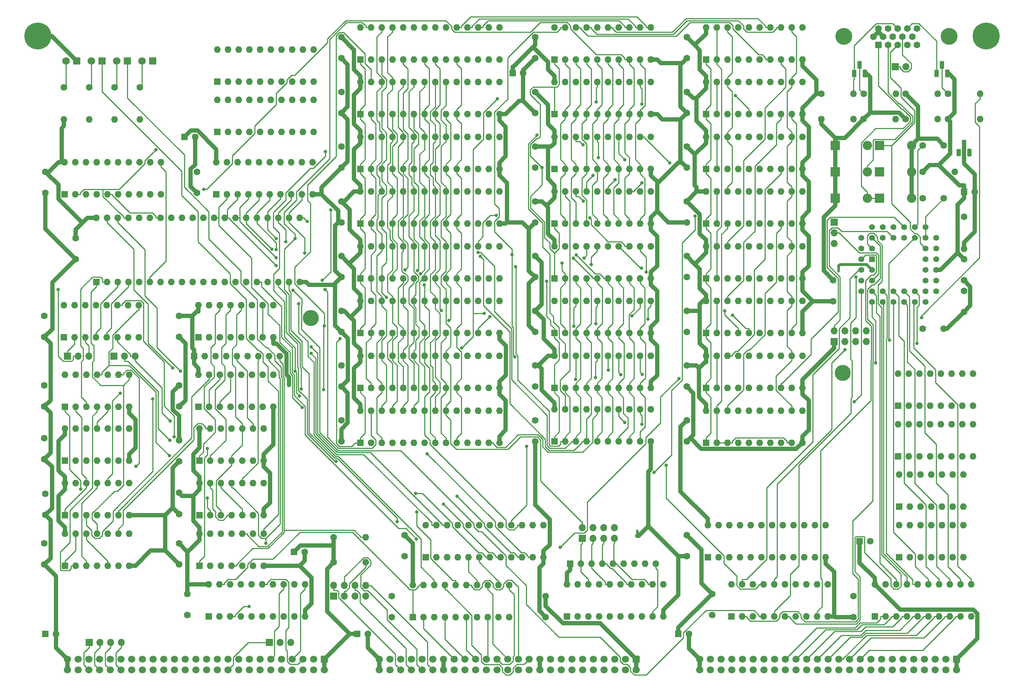
<source format=gbr>
%TF.GenerationSoftware,KiCad,Pcbnew,(6.0.11)*%
%TF.CreationDate,2024-01-19T05:48:24-05:00*%
%TF.ProjectId,input-output.GDC,696e7075-742d-46f7-9574-7075742e4744,rev?*%
%TF.SameCoordinates,Original*%
%TF.FileFunction,Copper,L2,Bot*%
%TF.FilePolarity,Positive*%
%FSLAX46Y46*%
G04 Gerber Fmt 4.6, Leading zero omitted, Abs format (unit mm)*
G04 Created by KiCad (PCBNEW (6.0.11)) date 2024-01-19 05:48:24*
%MOMM*%
%LPD*%
G01*
G04 APERTURE LIST*
G04 Aperture macros list*
%AMRoundRect*
0 Rectangle with rounded corners*
0 $1 Rounding radius*
0 $2 $3 $4 $5 $6 $7 $8 $9 X,Y pos of 4 corners*
0 Add a 4 corners polygon primitive as box body*
4,1,4,$2,$3,$4,$5,$6,$7,$8,$9,$2,$3,0*
0 Add four circle primitives for the rounded corners*
1,1,$1+$1,$2,$3*
1,1,$1+$1,$4,$5*
1,1,$1+$1,$6,$7*
1,1,$1+$1,$8,$9*
0 Add four rect primitives between the rounded corners*
20,1,$1+$1,$2,$3,$4,$5,0*
20,1,$1+$1,$4,$5,$6,$7,0*
20,1,$1+$1,$6,$7,$8,$9,0*
20,1,$1+$1,$8,$9,$2,$3,0*%
G04 Aperture macros list end*
%TA.AperFunction,ComponentPad*%
%ADD10C,6.400000*%
%TD*%
%TA.AperFunction,ComponentPad*%
%ADD11RoundRect,0.250000X-0.600000X0.600000X-0.600000X-0.600000X0.600000X-0.600000X0.600000X0.600000X0*%
%TD*%
%TA.AperFunction,ComponentPad*%
%ADD12C,1.700000*%
%TD*%
%TA.AperFunction,ComponentPad*%
%ADD13R,1.700000X1.700000*%
%TD*%
%TA.AperFunction,ComponentPad*%
%ADD14O,1.700000X1.700000*%
%TD*%
%TA.AperFunction,ComponentPad*%
%ADD15C,1.600000*%
%TD*%
%TA.AperFunction,ComponentPad*%
%ADD16R,1.600000X1.600000*%
%TD*%
%TA.AperFunction,ComponentPad*%
%ADD17O,1.600000X1.600000*%
%TD*%
%TA.AperFunction,ComponentPad*%
%ADD18R,2.200000X2.200000*%
%TD*%
%TA.AperFunction,ComponentPad*%
%ADD19O,2.200000X2.200000*%
%TD*%
%TA.AperFunction,ComponentPad*%
%ADD20R,1.800000X1.800000*%
%TD*%
%TA.AperFunction,ComponentPad*%
%ADD21C,1.800000*%
%TD*%
%TA.AperFunction,ComponentPad*%
%ADD22C,4.000000*%
%TD*%
%TA.AperFunction,ComponentPad*%
%ADD23C,0.600000*%
%TD*%
%TA.AperFunction,ComponentPad*%
%ADD24C,3.800000*%
%TD*%
%TA.AperFunction,ComponentPad*%
%ADD25R,1.422400X1.422400*%
%TD*%
%TA.AperFunction,ComponentPad*%
%ADD26C,1.422400*%
%TD*%
%TA.AperFunction,ComponentPad*%
%ADD27R,1.100000X1.800000*%
%TD*%
%TA.AperFunction,ComponentPad*%
%ADD28RoundRect,0.275000X-0.275000X-0.625000X0.275000X-0.625000X0.275000X0.625000X-0.275000X0.625000X0*%
%TD*%
%TA.AperFunction,ViaPad*%
%ADD29C,0.800000*%
%TD*%
%TA.AperFunction,Conductor*%
%ADD30C,0.250000*%
%TD*%
%TA.AperFunction,Conductor*%
%ADD31C,0.700000*%
%TD*%
%TA.AperFunction,Conductor*%
%ADD32C,1.000000*%
%TD*%
G04 APERTURE END LIST*
%TO.C,NT3*%
G36*
X230300000Y-130850000D02*
G01*
X229700000Y-130850000D01*
X229700000Y-129650000D01*
X230300000Y-129650000D01*
X230300000Y-130850000D01*
G37*
%TO.C,NT2*%
G36*
X182550000Y-193700000D02*
G01*
X181950000Y-193700000D01*
X181950000Y-192500000D01*
X182550000Y-192500000D01*
X182550000Y-193700000D01*
G37*
%TD*%
D10*
%TO.P,H2,1,1*%
%TO.N,GND*%
X265000000Y-75000000D03*
%TD*%
%TO.P,H1,1,1*%
%TO.N,GND*%
X40000000Y-75000000D03*
%TD*%
D11*
%TO.P,P2,1,Pin_1*%
%TO.N,VCC*%
X182000000Y-223000000D03*
D12*
%TO.P,P2,2,Pin_2*%
X182000000Y-225540000D03*
%TO.P,P2,3,Pin_3*%
%TO.N,/bus/A15*%
X179460000Y-223000000D03*
%TO.P,P2,4,Pin_4*%
%TO.N,/bus/A31*%
X179460000Y-225540000D03*
%TO.P,P2,5,Pin_5*%
%TO.N,/bus/A14*%
X176920000Y-223000000D03*
%TO.P,P2,6,Pin_6*%
%TO.N,/bus/A30*%
X176920000Y-225540000D03*
%TO.P,P2,7,Pin_7*%
%TO.N,/bus/A13*%
X174380000Y-223000000D03*
%TO.P,P2,8,Pin_8*%
%TO.N,/bus/A29*%
X174380000Y-225540000D03*
%TO.P,P2,9,Pin_9*%
%TO.N,/bus/A12*%
X171840000Y-223000000D03*
%TO.P,P2,10,Pin_10*%
%TO.N,/bus/A28*%
X171840000Y-225540000D03*
%TO.P,P2,11,Pin_11*%
%TO.N,/bus/A11*%
X169300000Y-223000000D03*
%TO.P,P2,12,Pin_12*%
%TO.N,/bus/A27*%
X169300000Y-225540000D03*
%TO.P,P2,13,Pin_13*%
%TO.N,/bus/A10*%
X166760000Y-223000000D03*
%TO.P,P2,14,Pin_14*%
%TO.N,/bus/A26*%
X166760000Y-225540000D03*
%TO.P,P2,15,Pin_15*%
%TO.N,/bus/A9*%
X164220000Y-223000000D03*
%TO.P,P2,16,Pin_16*%
%TO.N,/bus/A25*%
X164220000Y-225540000D03*
%TO.P,P2,17,Pin_17*%
%TO.N,/bus/A8*%
X161680000Y-223000000D03*
%TO.P,P2,18,Pin_18*%
%TO.N,/bus/A24*%
X161680000Y-225540000D03*
%TO.P,P2,19,Pin_19*%
%TO.N,+12V*%
X159140000Y-223000000D03*
%TO.P,P2,20,Pin_20*%
X159140000Y-225540000D03*
%TO.P,P2,21,Pin_21*%
%TO.N,A7*%
X156600000Y-223000000D03*
%TO.P,P2,22,Pin_22*%
%TO.N,/bus/A23*%
X156600000Y-225540000D03*
%TO.P,P2,23,Pin_23*%
%TO.N,A6*%
X154060000Y-223000000D03*
%TO.P,P2,24,Pin_24*%
%TO.N,/bus/A22*%
X154060000Y-225540000D03*
%TO.P,P2,25,Pin_25*%
%TO.N,A5*%
X151520000Y-223000000D03*
%TO.P,P2,26,Pin_26*%
%TO.N,/bus/A21*%
X151520000Y-225540000D03*
%TO.P,P2,27,Pin_27*%
%TO.N,A4*%
X148980000Y-223000000D03*
%TO.P,P2,28,Pin_28*%
%TO.N,/bus/A20*%
X148980000Y-225540000D03*
%TO.P,P2,29,Pin_29*%
%TO.N,A3*%
X146440000Y-223000000D03*
%TO.P,P2,30,Pin_30*%
%TO.N,/bus/A19*%
X146440000Y-225540000D03*
%TO.P,P2,31,Pin_31*%
%TO.N,A2*%
X143900000Y-223000000D03*
%TO.P,P2,32,Pin_32*%
%TO.N,/bus/A18*%
X143900000Y-225540000D03*
%TO.P,P2,33,Pin_33*%
%TO.N,A1*%
X141360000Y-223000000D03*
%TO.P,P2,34,Pin_34*%
%TO.N,/bus/A17*%
X141360000Y-225540000D03*
%TO.P,P2,35,Pin_35*%
%TO.N,A0*%
X138820000Y-223000000D03*
%TO.P,P2,36,Pin_36*%
%TO.N,/bus/A16*%
X138820000Y-225540000D03*
%TO.P,P2,37,Pin_37*%
%TO.N,-12V*%
X136280000Y-223000000D03*
%TO.P,P2,38,Pin_38*%
X136280000Y-225540000D03*
%TO.P,P2,39,Pin_39*%
%TO.N,/bus/IC3*%
X133740000Y-223000000D03*
%TO.P,P2,40,Pin_40*%
%TO.N,~{TEND1}*%
X133740000Y-225540000D03*
%TO.P,P2,41,Pin_41*%
%TO.N,/bus/IC2*%
X131200000Y-223000000D03*
%TO.P,P2,42,Pin_42*%
%TO.N,~{DREQ1}*%
X131200000Y-225540000D03*
%TO.P,P2,43,Pin_43*%
%TO.N,/bus/IC1*%
X128660000Y-223000000D03*
%TO.P,P2,44,Pin_44*%
%TO.N,~{TEND0}*%
X128660000Y-225540000D03*
%TO.P,P2,45,Pin_45*%
%TO.N,/bus/IC0*%
X126120000Y-223000000D03*
%TO.P,P2,46,Pin_46*%
%TO.N,~{DREQ0}*%
X126120000Y-225540000D03*
%TO.P,P2,47,Pin_47*%
%TO.N,/bus/AUXCLK1*%
X123580000Y-223000000D03*
%TO.P,P2,48,Pin_48*%
%TO.N,/bus/AUXCLK0*%
X123580000Y-225540000D03*
%TO.P,P2,49,Pin_49*%
%TO.N,GND*%
X121040000Y-223000000D03*
%TO.P,P2,50,Pin_50*%
X121040000Y-225540000D03*
%TD*%
D11*
%TO.P,P3,1,Pin_1*%
%TO.N,VCC*%
X258000000Y-223000000D03*
D12*
%TO.P,P3,2,Pin_2*%
X258000000Y-225540000D03*
%TO.P,P3,3,Pin_3*%
%TO.N,/bus/D15*%
X255460000Y-223000000D03*
%TO.P,P3,4,Pin_4*%
%TO.N,/bus/D31*%
X255460000Y-225540000D03*
%TO.P,P3,5,Pin_5*%
%TO.N,/bus/D14*%
X252920000Y-223000000D03*
%TO.P,P3,6,Pin_6*%
%TO.N,/bus/D30*%
X252920000Y-225540000D03*
%TO.P,P3,7,Pin_7*%
%TO.N,/bus/D13*%
X250380000Y-223000000D03*
%TO.P,P3,8,Pin_8*%
%TO.N,/bus/D29*%
X250380000Y-225540000D03*
%TO.P,P3,9,Pin_9*%
%TO.N,/bus/D12*%
X247840000Y-223000000D03*
%TO.P,P3,10,Pin_10*%
%TO.N,/bus/D28*%
X247840000Y-225540000D03*
%TO.P,P3,11,Pin_11*%
%TO.N,/bus/D11*%
X245300000Y-223000000D03*
%TO.P,P3,12,Pin_12*%
%TO.N,/bus/D27*%
X245300000Y-225540000D03*
%TO.P,P3,13,Pin_13*%
%TO.N,/bus/D10*%
X242760000Y-223000000D03*
%TO.P,P3,14,Pin_14*%
%TO.N,/bus/D26*%
X242760000Y-225540000D03*
%TO.P,P3,15,Pin_15*%
%TO.N,/bus/D9*%
X240220000Y-223000000D03*
%TO.P,P3,16,Pin_16*%
%TO.N,/bus/D25*%
X240220000Y-225540000D03*
%TO.P,P3,17,Pin_17*%
%TO.N,/bus/D8*%
X237680000Y-223000000D03*
%TO.P,P3,18,Pin_18*%
%TO.N,/bus/D24*%
X237680000Y-225540000D03*
%TO.P,P3,19,Pin_19*%
%TO.N,D7*%
X235140000Y-223000000D03*
%TO.P,P3,20,Pin_20*%
%TO.N,/bus/D23*%
X235140000Y-225540000D03*
%TO.P,P3,21,Pin_21*%
%TO.N,D6*%
X232600000Y-223000000D03*
%TO.P,P3,22,Pin_22*%
%TO.N,/bus/D22*%
X232600000Y-225540000D03*
%TO.P,P3,23,Pin_23*%
%TO.N,D5*%
X230060000Y-223000000D03*
%TO.P,P3,24,Pin_24*%
%TO.N,/bus/D21*%
X230060000Y-225540000D03*
%TO.P,P3,25,Pin_25*%
%TO.N,D4*%
X227520000Y-223000000D03*
%TO.P,P3,26,Pin_26*%
%TO.N,/bus/D20*%
X227520000Y-225540000D03*
%TO.P,P3,27,Pin_27*%
%TO.N,D3*%
X224980000Y-223000000D03*
%TO.P,P3,28,Pin_28*%
%TO.N,/bus/D19*%
X224980000Y-225540000D03*
%TO.P,P3,29,Pin_29*%
%TO.N,D2*%
X222440000Y-223000000D03*
%TO.P,P3,30,Pin_30*%
%TO.N,/bus/D18*%
X222440000Y-225540000D03*
%TO.P,P3,31,Pin_31*%
%TO.N,D1*%
X219900000Y-223000000D03*
%TO.P,P3,32,Pin_32*%
%TO.N,/bus/D17*%
X219900000Y-225540000D03*
%TO.P,P3,33,Pin_33*%
%TO.N,D0*%
X217360000Y-223000000D03*
%TO.P,P3,34,Pin_34*%
%TO.N,/bus/D16*%
X217360000Y-225540000D03*
%TO.P,P3,35,Pin_35*%
%TO.N,/bus/~{BUSERR}*%
X214820000Y-223000000D03*
%TO.P,P3,36,Pin_36*%
%TO.N,/bus/UDS*%
X214820000Y-225540000D03*
%TO.P,P3,37,Pin_37*%
%TO.N,/bus/~{VPA}*%
X212280000Y-223000000D03*
%TO.P,P3,38,Pin_38*%
%TO.N,/bus/LDS*%
X212280000Y-225540000D03*
%TO.P,P3,39,Pin_39*%
%TO.N,/bus/~{VMA}*%
X209740000Y-223000000D03*
%TO.P,P3,40,Pin_40*%
%TO.N,/bus/S2*%
X209740000Y-225540000D03*
%TO.P,P3,41,Pin_41*%
%TO.N,/bus/~{BHE}*%
X207200000Y-223000000D03*
%TO.P,P3,42,Pin_42*%
%TO.N,/bus/S1*%
X207200000Y-225540000D03*
%TO.P,P3,43,Pin_43*%
%TO.N,/bus/IPL2*%
X204660000Y-223000000D03*
%TO.P,P3,44,Pin_44*%
%TO.N,/bus/S0*%
X204660000Y-225540000D03*
%TO.P,P3,45,Pin_45*%
%TO.N,/bus/IPL1*%
X202120000Y-223000000D03*
%TO.P,P3,46,Pin_46*%
%TO.N,/bus/AUXCLK3*%
X202120000Y-225540000D03*
%TO.P,P3,47,Pin_47*%
%TO.N,/bus/IPL0*%
X199580000Y-223000000D03*
%TO.P,P3,48,Pin_48*%
%TO.N,/bus/AUXCLK2*%
X199580000Y-225540000D03*
%TO.P,P3,49,Pin_49*%
%TO.N,GND*%
X197040000Y-223000000D03*
%TO.P,P3,50,Pin_50*%
X197040000Y-225540000D03*
%TD*%
D11*
%TO.P,P1,1,Pin_1*%
%TO.N,VCC*%
X108000000Y-223000000D03*
D12*
%TO.P,P1,2,Pin_2*%
X108000000Y-225540000D03*
%TO.P,P1,3,Pin_3*%
%TO.N,~{RD}*%
X105460000Y-223000000D03*
%TO.P,P1,4,Pin_4*%
%TO.N,/bus/E*%
X105460000Y-225540000D03*
%TO.P,P1,5,Pin_5*%
%TO.N,~{WR}*%
X102920000Y-223000000D03*
%TO.P,P1,6,Pin_6*%
%TO.N,/bus/ST*%
X102920000Y-225540000D03*
%TO.P,P1,7,Pin_7*%
%TO.N,~{IORQ}*%
X100380000Y-223000000D03*
%TO.P,P1,8,Pin_8*%
%TO.N,/bus/PHI*%
X100380000Y-225540000D03*
%TO.P,P1,9,Pin_9*%
%TO.N,/bus/~{MREQ}*%
X97840000Y-223000000D03*
%TO.P,P1,10,Pin_10*%
%TO.N,/bus/~{INT2}*%
X97840000Y-225540000D03*
%TO.P,P1,11,Pin_11*%
%TO.N,~{M1}*%
X95300000Y-223000000D03*
%TO.P,P1,12,Pin_12*%
%TO.N,/bus/~{INT1}*%
X95300000Y-225540000D03*
%TO.P,P1,13,Pin_13*%
%TO.N,/bus/~{BUSACK}*%
X92760000Y-223000000D03*
%TO.P,P1,14,Pin_14*%
%TO.N,/bus/CRUCLK*%
X92760000Y-225540000D03*
%TO.P,P1,15,Pin_15*%
%TO.N,/bus/CLK*%
X90220000Y-223000000D03*
%TO.P,P1,16,Pin_16*%
%TO.N,/bus/CRUOUT*%
X90220000Y-225540000D03*
%TO.P,P1,17,Pin_17*%
%TO.N,/bus/~{INT0}*%
X87680000Y-223000000D03*
%TO.P,P1,18,Pin_18*%
%TO.N,/bus/CRUIN*%
X87680000Y-225540000D03*
%TO.P,P1,19,Pin_19*%
%TO.N,/bus/~{NMI}*%
X85140000Y-223000000D03*
%TO.P,P1,20,Pin_20*%
%TO.N,~{RES_IN}*%
X85140000Y-225540000D03*
%TO.P,P1,21,Pin_21*%
%TO.N,~{RES_OUT}*%
X82600000Y-223000000D03*
%TO.P,P1,22,Pin_22*%
%TO.N,/bus/USER8*%
X82600000Y-225540000D03*
%TO.P,P1,23,Pin_23*%
%TO.N,/bus/~{BUSRQ}*%
X80060000Y-223000000D03*
%TO.P,P1,24,Pin_24*%
%TO.N,/bus/USER7*%
X80060000Y-225540000D03*
%TO.P,P1,25,Pin_25*%
%TO.N,/bus/~{WAIT}*%
X77520000Y-223000000D03*
%TO.P,P1,26,Pin_26*%
%TO.N,/bus/USER6*%
X77520000Y-225540000D03*
%TO.P,P1,27,Pin_27*%
%TO.N,/bus/~{HALT}*%
X74980000Y-223000000D03*
%TO.P,P1,28,Pin_28*%
%TO.N,/bus/USER5*%
X74980000Y-225540000D03*
%TO.P,P1,29,Pin_29*%
%TO.N,/bus/~{RFSH}*%
X72440000Y-223000000D03*
%TO.P,P1,30,Pin_30*%
%TO.N,/bus/USER4*%
X72440000Y-225540000D03*
%TO.P,P1,31,Pin_31*%
%TO.N,/bus/~{EIRQ7}*%
X69900000Y-223000000D03*
%TO.P,P1,32,Pin_32*%
%TO.N,/bus/USER3*%
X69900000Y-225540000D03*
%TO.P,P1,33,Pin_33*%
%TO.N,/bus/~{EIRQ6}*%
X67360000Y-223000000D03*
%TO.P,P1,34,Pin_34*%
%TO.N,/bus/USER2*%
X67360000Y-225540000D03*
%TO.P,P1,35,Pin_35*%
%TO.N,/bus/~{EIRQ5}*%
X64820000Y-223000000D03*
%TO.P,P1,36,Pin_36*%
%TO.N,/bus/USER1*%
X64820000Y-225540000D03*
%TO.P,P1,37,Pin_37*%
%TO.N,/bus/~{EIRQ4}*%
X62280000Y-223000000D03*
%TO.P,P1,38,Pin_38*%
%TO.N,/bus/USER0*%
X62280000Y-225540000D03*
%TO.P,P1,39,Pin_39*%
%TO.N,/bus/~{EIRQ3}*%
X59740000Y-223000000D03*
%TO.P,P1,40,Pin_40*%
%TO.N,~{BAI}*%
X59740000Y-225540000D03*
%TO.P,P1,41,Pin_41*%
%TO.N,/bus/~{EIRQ2}*%
X57200000Y-223000000D03*
%TO.P,P1,42,Pin_42*%
%TO.N,~{BAO}*%
X57200000Y-225540000D03*
%TO.P,P1,43,Pin_43*%
%TO.N,/bus/~{EIRQ1}*%
X54660000Y-223000000D03*
%TO.P,P1,44,Pin_44*%
%TO.N,~{IEI}*%
X54660000Y-225540000D03*
%TO.P,P1,45,Pin_45*%
%TO.N,/bus/~{EIRQ0}*%
X52120000Y-223000000D03*
%TO.P,P1,46,Pin_46*%
%TO.N,~{IEO}*%
X52120000Y-225540000D03*
%TO.P,P1,47,Pin_47*%
%TO.N,/bus/I2C_SCL*%
X49580000Y-223000000D03*
%TO.P,P1,48,Pin_48*%
%TO.N,/bus/I2C_SDA*%
X49580000Y-225540000D03*
%TO.P,P1,49,Pin_49*%
%TO.N,GND*%
X47040000Y-223000000D03*
%TO.P,P1,50,Pin_50*%
X47040000Y-225540000D03*
%TD*%
D13*
%TO.P,JP1,1,Pin_1*%
%TO.N,H+VSYNC-*%
X229000000Y-119225000D03*
D14*
%TO.P,JP1,2,Pin_2*%
%TO.N,Net-(JP1-Pad2)*%
X229000000Y-121765000D03*
%TO.P,JP1,3,Pin_3*%
%TO.N,ZERO*%
X229000000Y-124305000D03*
%TD*%
D15*
%TO.P,C16,1*%
%TO.N,VCC*%
X73500000Y-171000000D03*
%TO.P,C16,2*%
%TO.N,GND*%
X73500000Y-176000000D03*
%TD*%
D16*
%TO.P,U32,1,S0*%
%TO.N,VSR-LD*%
X198575000Y-93570000D03*
D17*
%TO.P,U32,2,OE1*%
%TO.N,Net-(R3-Pad2)*%
X201115000Y-93570000D03*
%TO.P,U32,3,OE2*%
X203655000Y-93570000D03*
%TO.P,U32,4,IO6*%
%TO.N,/VSRAM/V2D14*%
X206195000Y-93570000D03*
%TO.P,U32,5,IO4*%
%TO.N,/VSRAM/V2D12*%
X208735000Y-93570000D03*
%TO.P,U32,6,IO2*%
%TO.N,/VSRAM/V2D10*%
X211275000Y-93570000D03*
%TO.P,U32,7,IO0*%
%TO.N,/VSRAM/V2D8*%
X213815000Y-93570000D03*
%TO.P,U32,8,Q0*%
%TO.N,Net-(U31-Pad18)*%
X216355000Y-93570000D03*
%TO.P,U32,9,Mr*%
%TO.N,Net-(R3-Pad2)*%
X218895000Y-93570000D03*
%TO.P,U32,10,GND*%
%TO.N,GND*%
X221435000Y-93570000D03*
%TO.P,U32,11,Ds0*%
%TO.N,unconnected-(U32-Pad11)*%
X221435000Y-85950000D03*
%TO.P,U32,12,Cp*%
%TO.N,PIX-CLK*%
X218895000Y-85950000D03*
%TO.P,U32,13,IO1*%
%TO.N,/VSRAM/V2D9*%
X216355000Y-85950000D03*
%TO.P,U32,14,IO3*%
%TO.N,/VSRAM/V2D11*%
X213815000Y-85950000D03*
%TO.P,U32,15,IO5*%
%TO.N,/VSRAM/V2D13*%
X211275000Y-85950000D03*
%TO.P,U32,16,IO7*%
%TO.N,/VSRAM/V2D15*%
X208735000Y-85950000D03*
%TO.P,U32,17,Q7*%
%TO.N,unconnected-(U32-Pad17)*%
X206195000Y-85950000D03*
%TO.P,U32,18,Ds7*%
%TO.N,ZERO*%
X203655000Y-85950000D03*
%TO.P,U32,19,S1*%
%TO.N,Net-(R3-Pad2)*%
X201115000Y-85950000D03*
%TO.P,U32,20,VCC*%
%TO.N,VCC*%
X198575000Y-85950000D03*
%TD*%
D15*
%TO.P,C58,1*%
%TO.N,VCC*%
X41800000Y-183750000D03*
%TO.P,C58,2*%
%TO.N,GND*%
X41800000Y-188750000D03*
%TD*%
D16*
%TO.P,U3,1,I0/CLK*%
%TO.N,unconnected-(U3-Pad1)*%
X132025000Y-198800000D03*
D17*
%TO.P,U3,2,I1*%
%TO.N,~{bRD}*%
X134565000Y-198800000D03*
%TO.P,U3,3,I2*%
%TO.N,~{bWR}*%
X137105000Y-198800000D03*
%TO.P,U3,4,I3*%
%TO.N,~{CS_BRD}*%
X139645000Y-198800000D03*
%TO.P,U3,5,I4*%
%TO.N,bA2*%
X142185000Y-198800000D03*
%TO.P,U3,6,I5*%
%TO.N,bA3*%
X144725000Y-198800000D03*
%TO.P,U3,7,I6*%
%TO.N,~{DBIN_GDC}*%
X147265000Y-198800000D03*
%TO.P,U3,8,I7*%
%TO.N,~{ALE2}*%
X149805000Y-198800000D03*
%TO.P,U3,9,I8*%
%TO.N,2xWCLK*%
X152345000Y-198800000D03*
%TO.P,U3,10,I9*%
%TO.N,HSYNC-*%
X154885000Y-198800000D03*
%TO.P,U3,11,I10*%
%TO.N,VSYNC-*%
X157425000Y-198800000D03*
%TO.P,U3,12,GND*%
%TO.N,GND*%
X159965000Y-198800000D03*
%TO.P,U3,13,I11*%
%TO.N,unconnected-(U3-Pad13)*%
X159965000Y-191180000D03*
%TO.P,U3,14,O9*%
%TO.N,H+VSYNC-*%
X157425000Y-191180000D03*
%TO.P,U3,15,O8*%
%TO.N,~{READ_VRAM}*%
X154885000Y-191180000D03*
%TO.P,U3,16,O7*%
%TO.N,~{DBIN}*%
X152345000Y-191180000D03*
%TO.P,U3,17,O6*%
%TO.N,~{CS_GDC}*%
X149805000Y-191180000D03*
%TO.P,U3,18,O5*%
%TO.N,~{CS_RAMDAC}*%
X147265000Y-191180000D03*
%TO.P,U3,19,O4*%
%TO.N,~{CS_RAMDAC_RD}*%
X144725000Y-191180000D03*
%TO.P,U3,20,O3*%
%TO.N,~{CS_RAMDAC_WR}*%
X142185000Y-191180000D03*
%TO.P,U3,21,O2*%
%TO.N,~{CS_LATCH}*%
X139645000Y-191180000D03*
%TO.P,U3,22,O1*%
%TO.N,~{CS_GDC_WR}*%
X137105000Y-191180000D03*
%TO.P,U3,23,O0*%
%TO.N,~{CS_GDC_RD}*%
X134565000Y-191180000D03*
%TO.P,U3,24,VCC*%
%TO.N,VCC*%
X132025000Y-191180000D03*
%TD*%
D15*
%TO.P,R5,1*%
%TO.N,VCC*%
X255940000Y-94750000D03*
D17*
%TO.P,R5,2*%
%TO.N,Net-(R5-Pad2)*%
X263560000Y-94750000D03*
%TD*%
D15*
%TO.P,C52,1*%
%TO.N,VCC*%
X250000000Y-144500000D03*
%TO.P,C52,2*%
%TO.N,GND*%
X255000000Y-144500000D03*
%TD*%
%TO.P,R2,1*%
%TO.N,VCC*%
X225940000Y-94750000D03*
D17*
%TO.P,R2,2*%
%TO.N,Net-(R2-Pad2)*%
X233560000Y-94750000D03*
%TD*%
D16*
%TO.P,U28,1,A14*%
%TO.N,/VSRAM/MA14*%
X116500000Y-93570000D03*
D17*
%TO.P,U28,2,A12*%
%TO.N,/VSRAM/MA12*%
X119040000Y-93570000D03*
%TO.P,U28,3,A7*%
%TO.N,/VSRAM/MA7*%
X121580000Y-93570000D03*
%TO.P,U28,4,A6*%
%TO.N,/VSRAM/MA6*%
X124120000Y-93570000D03*
%TO.P,U28,5,A5*%
%TO.N,/VSRAM/MA5*%
X126660000Y-93570000D03*
%TO.P,U28,6,A4*%
%TO.N,/VSRAM/MA4*%
X129200000Y-93570000D03*
%TO.P,U28,7,A3*%
%TO.N,/VSRAM/MA3*%
X131740000Y-93570000D03*
%TO.P,U28,8,A2*%
%TO.N,/VSRAM/MA2*%
X134280000Y-93570000D03*
%TO.P,U28,9,A1*%
%TO.N,/VSRAM/MA1*%
X136820000Y-93570000D03*
%TO.P,U28,10,A0*%
%TO.N,/VSRAM/MA0*%
X139360000Y-93570000D03*
%TO.P,U28,11,Q0*%
%TO.N,/VSRAM/V2D8*%
X141900000Y-93570000D03*
%TO.P,U28,12,Q1*%
%TO.N,/VSRAM/V2D9*%
X144440000Y-93570000D03*
%TO.P,U28,13,Q2*%
%TO.N,/VSRAM/V2D10*%
X146980000Y-93570000D03*
%TO.P,U28,14,GND*%
%TO.N,GND*%
X149520000Y-93570000D03*
%TO.P,U28,15,Q3*%
%TO.N,/VSRAM/V2D11*%
X149520000Y-85950000D03*
%TO.P,U28,16,Q4*%
%TO.N,/VSRAM/V2D12*%
X146980000Y-85950000D03*
%TO.P,U28,17,Q5*%
%TO.N,/VSRAM/V2D13*%
X144440000Y-85950000D03*
%TO.P,U28,18,Q6*%
%TO.N,/VSRAM/V2D14*%
X141900000Y-85950000D03*
%TO.P,U28,19,Q7*%
%TO.N,/VSRAM/V2D15*%
X139360000Y-85950000D03*
%TO.P,U28,20,~{CS}*%
%TO.N,ZERO*%
X136820000Y-85950000D03*
%TO.P,U28,21,A10*%
%TO.N,/VSRAM/MA10*%
X134280000Y-85950000D03*
%TO.P,U28,22,~{OE}*%
%TO.N,~{READ_VRAM}*%
X131740000Y-85950000D03*
%TO.P,U28,23,A11*%
%TO.N,/VSRAM/MA11*%
X129200000Y-85950000D03*
%TO.P,U28,24,A9*%
%TO.N,/VSRAM/MA9*%
X126660000Y-85950000D03*
%TO.P,U28,25,A8*%
%TO.N,/VSRAM/MA8*%
X124120000Y-85950000D03*
%TO.P,U28,26,A13*%
%TO.N,/VSRAM/MA13*%
X121580000Y-85950000D03*
%TO.P,U28,27,~{WE}*%
%TO.N,/VSRAM/~{WE2}*%
X119040000Y-85950000D03*
%TO.P,U28,28,VCC*%
%TO.N,VCC*%
X116500000Y-85950000D03*
%TD*%
D16*
%TO.P,U17,1*%
%TO.N,Net-(U17-Pad1)*%
X78375000Y-175800000D03*
D17*
%TO.P,U17,2*%
%TO.N,Net-(U17-Pad2)*%
X80915000Y-175800000D03*
%TO.P,U17,3*%
%TO.N,N/C*%
X83455000Y-175800000D03*
%TO.P,U17,4*%
%TO.N,/uPD7220/2xWCLK#*%
X85995000Y-175800000D03*
%TO.P,U17,5*%
%TO.N,Net-(U17-Pad5)*%
X88535000Y-175800000D03*
%TO.P,U17,6*%
%TO.N,/uPD7220/VSR-LD#*%
X91075000Y-175800000D03*
%TO.P,U17,7,GND*%
%TO.N,GND*%
X93615000Y-175800000D03*
%TO.P,U17,8*%
%TO.N,~{WE}*%
X93615000Y-168180000D03*
%TO.P,U17,9*%
%TO.N,/uPD7220/PU4.7K-K*%
X91075000Y-168180000D03*
%TO.P,U17,10*%
%TO.N,/uPD7220/2xWCLK#*%
X88535000Y-168180000D03*
%TO.P,U17,11*%
%TO.N,N/C*%
X85995000Y-168180000D03*
%TO.P,U17,12*%
%TO.N,/uPD7220/PU4.7K-K*%
X83455000Y-168180000D03*
%TO.P,U17,13*%
%TO.N,Net-(U17-Pad13)*%
X80915000Y-168180000D03*
%TO.P,U17,14,VCC*%
%TO.N,VCC*%
X78375000Y-168180000D03*
%TD*%
D16*
%TO.P,U4,1,2xWCLK*%
%TO.N,2xWCLK*%
X53875000Y-133395000D03*
D17*
%TO.P,U4,2,/DBIN*%
%TO.N,~{DBIN_GDC}*%
X56415000Y-133395000D03*
%TO.P,U4,3,HSYNC*%
%TO.N,Net-(U4-Pad3)*%
X58955000Y-133395000D03*
%TO.P,U4,4,V/EXT_SYNC*%
%TO.N,Net-(U4-Pad4)*%
X61495000Y-133395000D03*
%TO.P,U4,5,BLANK*%
%TO.N,Net-(U4-Pad5)*%
X64035000Y-133395000D03*
%TO.P,U4,6,ALE*%
%TO.N,ALE*%
X66575000Y-133395000D03*
%TO.P,U4,7,DRQ*%
%TO.N,Net-(U4-Pad7)*%
X69115000Y-133395000D03*
%TO.P,U4,8,/DACK*%
%TO.N,/uPD7220/TEND#*%
X71655000Y-133395000D03*
%TO.P,U4,9,/RD*%
%TO.N,~{CS_GDC_RD}*%
X74195000Y-133395000D03*
%TO.P,U4,10,/WR*%
%TO.N,~{CS_GDC_WR}*%
X76735000Y-133395000D03*
%TO.P,U4,11,A0*%
%TO.N,bA0*%
X79275000Y-133395000D03*
%TO.P,U4,12,DB0*%
%TO.N,bD0*%
X81815000Y-133395000D03*
%TO.P,U4,13,DB1*%
%TO.N,bD1*%
X84355000Y-133395000D03*
%TO.P,U4,14,DB2*%
%TO.N,bD2*%
X86895000Y-133395000D03*
%TO.P,U4,15,DB3*%
%TO.N,bD3*%
X89435000Y-133395000D03*
%TO.P,U4,16,DB4*%
%TO.N,bD4*%
X91975000Y-133395000D03*
%TO.P,U4,17,DB5*%
%TO.N,bD5*%
X94515000Y-133395000D03*
%TO.P,U4,18,DB6*%
%TO.N,bD6*%
X97055000Y-133395000D03*
%TO.P,U4,19,DB7*%
%TO.N,bD7*%
X99595000Y-133395000D03*
%TO.P,U4,20,GND*%
%TO.N,GND*%
X102135000Y-133395000D03*
%TO.P,U4,21,LPEN/DH*%
%TO.N,ZERO*%
X102135000Y-118155000D03*
%TO.P,U4,22,AD0*%
%TO.N,AD0*%
X99595000Y-118155000D03*
%TO.P,U4,23,AD1*%
%TO.N,AD1*%
X97055000Y-118155000D03*
%TO.P,U4,24,AD2*%
%TO.N,AD2*%
X94515000Y-118155000D03*
%TO.P,U4,25,AD3*%
%TO.N,AD3*%
X91975000Y-118155000D03*
%TO.P,U4,26,AD4*%
%TO.N,AD4*%
X89435000Y-118155000D03*
%TO.P,U4,27,AD5*%
%TO.N,AD5*%
X86895000Y-118155000D03*
%TO.P,U4,28,AD6*%
%TO.N,AD6*%
X84355000Y-118155000D03*
%TO.P,U4,29,AD7*%
%TO.N,AD7*%
X81815000Y-118155000D03*
%TO.P,U4,30,AD8*%
%TO.N,AD8*%
X79275000Y-118155000D03*
%TO.P,U4,31,AD9*%
%TO.N,AD9*%
X76735000Y-118155000D03*
%TO.P,U4,32,AD10*%
%TO.N,AD10*%
X74195000Y-118155000D03*
%TO.P,U4,33,AD11*%
%TO.N,AD11*%
X71655000Y-118155000D03*
%TO.P,U4,34,AD12*%
%TO.N,AD12*%
X69115000Y-118155000D03*
%TO.P,U4,35,AD13*%
%TO.N,AD13*%
X66575000Y-118155000D03*
%TO.P,U4,36,AD14*%
%TO.N,AD14*%
X64035000Y-118155000D03*
%TO.P,U4,37,AD15*%
%TO.N,AD15*%
X61495000Y-118155000D03*
%TO.P,U4,38,A16*%
%TO.N,AD16*%
X58955000Y-118155000D03*
%TO.P,U4,39,A17*%
%TO.N,AD17*%
X56415000Y-118155000D03*
%TO.P,U4,40,VCC*%
%TO.N,VCC*%
X53875000Y-118155000D03*
%TD*%
D16*
%TO.P,U31,1,S0*%
%TO.N,VSR-LD*%
X198575000Y-145570000D03*
D17*
%TO.P,U31,2,OE1*%
%TO.N,Net-(R3-Pad2)*%
X201115000Y-145570000D03*
%TO.P,U31,3,OE2*%
X203655000Y-145570000D03*
%TO.P,U31,4,IO6*%
%TO.N,/VSRAM/V2D6*%
X206195000Y-145570000D03*
%TO.P,U31,5,IO4*%
%TO.N,/VSRAM/V2D4*%
X208735000Y-145570000D03*
%TO.P,U31,6,IO2*%
%TO.N,/VSRAM/V2D2*%
X211275000Y-145570000D03*
%TO.P,U31,7,IO0*%
%TO.N,/VSRAM/V2D0*%
X213815000Y-145570000D03*
%TO.P,U31,8,Q0*%
%TO.N,COLOR2*%
X216355000Y-145570000D03*
%TO.P,U31,9,Mr*%
%TO.N,Net-(R3-Pad2)*%
X218895000Y-145570000D03*
%TO.P,U31,10,GND*%
%TO.N,GND*%
X221435000Y-145570000D03*
%TO.P,U31,11,Ds0*%
%TO.N,unconnected-(U31-Pad11)*%
X221435000Y-137950000D03*
%TO.P,U31,12,Cp*%
%TO.N,PIX-CLK*%
X218895000Y-137950000D03*
%TO.P,U31,13,IO1*%
%TO.N,/VSRAM/V2D1*%
X216355000Y-137950000D03*
%TO.P,U31,14,IO3*%
%TO.N,/VSRAM/V2D3*%
X213815000Y-137950000D03*
%TO.P,U31,15,IO5*%
%TO.N,/VSRAM/V2D5*%
X211275000Y-137950000D03*
%TO.P,U31,16,IO7*%
%TO.N,/VSRAM/V2D7*%
X208735000Y-137950000D03*
%TO.P,U31,17,Q7*%
%TO.N,unconnected-(U31-Pad17)*%
X206195000Y-137950000D03*
%TO.P,U31,18,Ds7*%
%TO.N,Net-(U31-Pad18)*%
X203655000Y-137950000D03*
%TO.P,U31,19,S1*%
%TO.N,Net-(R3-Pad2)*%
X201115000Y-137950000D03*
%TO.P,U31,20,VCC*%
%TO.N,VCC*%
X198575000Y-137950000D03*
%TD*%
D15*
%TO.P,C55,1*%
%TO.N,VCC*%
X194000000Y-101270000D03*
%TO.P,C55,2*%
%TO.N,GND*%
X194000000Y-106270000D03*
%TD*%
D16*
%TO.P,J2,1,Pin_1*%
%TO.N,unconnected-(J2-Pad1)*%
X244125000Y-162800000D03*
D17*
%TO.P,J2,2,Pin_2*%
%TO.N,unconnected-(J2-Pad2)*%
X246665000Y-162800000D03*
%TO.P,J2,3,Pin_3*%
%TO.N,unconnected-(J2-Pad3)*%
X249205000Y-162800000D03*
%TO.P,J2,4,Pin_4*%
%TO.N,unconnected-(J2-Pad4)*%
X251745000Y-162800000D03*
%TO.P,J2,5,Pin_5*%
%TO.N,unconnected-(J2-Pad5)*%
X254285000Y-162800000D03*
%TO.P,J2,6,Pin_6*%
%TO.N,unconnected-(J2-Pad6)*%
X256825000Y-162800000D03*
%TO.P,J2,7,Pin_7*%
%TO.N,unconnected-(J2-Pad7)*%
X259365000Y-162800000D03*
%TO.P,J2,8,Pin_8*%
%TO.N,unconnected-(J2-Pad8)*%
X261905000Y-162800000D03*
%TO.P,J2,9,Pin_9*%
%TO.N,unconnected-(J2-Pad9)*%
X261905000Y-155180000D03*
%TO.P,J2,10,Pin_10*%
%TO.N,unconnected-(J2-Pad10)*%
X259365000Y-155180000D03*
%TO.P,J2,11,Pin_11*%
%TO.N,unconnected-(J2-Pad11)*%
X256825000Y-155180000D03*
%TO.P,J2,12,Pin_12*%
%TO.N,unconnected-(J2-Pad12)*%
X254285000Y-155180000D03*
%TO.P,J2,13,Pin_13*%
%TO.N,unconnected-(J2-Pad13)*%
X251745000Y-155180000D03*
%TO.P,J2,14,Pin_14*%
%TO.N,unconnected-(J2-Pad14)*%
X249205000Y-155180000D03*
%TO.P,J2,15,Pin_15*%
%TO.N,unconnected-(J2-Pad15)*%
X246665000Y-155180000D03*
%TO.P,J2,16,Pin_16*%
%TO.N,unconnected-(J2-Pad16)*%
X244125000Y-155180000D03*
%TD*%
D16*
%TO.P,U7,1,I0/CLK*%
%TO.N,unconnected-(U7-Pad1)*%
X199000000Y-198800000D03*
D17*
%TO.P,U7,2,I1*%
%TO.N,unconnected-(U7-Pad2)*%
X201540000Y-198800000D03*
%TO.P,U7,3,I2*%
%TO.N,unconnected-(U7-Pad3)*%
X204080000Y-198800000D03*
%TO.P,U7,4,I3*%
%TO.N,unconnected-(U7-Pad4)*%
X206620000Y-198800000D03*
%TO.P,U7,5,I4*%
%TO.N,unconnected-(U7-Pad5)*%
X209160000Y-198800000D03*
%TO.P,U7,6,I5*%
%TO.N,unconnected-(U7-Pad6)*%
X211700000Y-198800000D03*
%TO.P,U7,7,I6*%
%TO.N,unconnected-(U7-Pad7)*%
X214240000Y-198800000D03*
%TO.P,U7,8,I7*%
%TO.N,unconnected-(U7-Pad8)*%
X216780000Y-198800000D03*
%TO.P,U7,9,I8*%
%TO.N,unconnected-(U7-Pad9)*%
X219320000Y-198800000D03*
%TO.P,U7,10,I9*%
%TO.N,unconnected-(U7-Pad10)*%
X221860000Y-198800000D03*
%TO.P,U7,11,I10*%
%TO.N,unconnected-(U7-Pad11)*%
X224400000Y-198800000D03*
%TO.P,U7,12,GND*%
%TO.N,GND*%
X226940000Y-198800000D03*
%TO.P,U7,13,I11*%
%TO.N,unconnected-(U7-Pad13)*%
X226940000Y-191180000D03*
%TO.P,U7,14,O9*%
%TO.N,unconnected-(U7-Pad14)*%
X224400000Y-191180000D03*
%TO.P,U7,15,O8*%
%TO.N,unconnected-(U7-Pad15)*%
X221860000Y-191180000D03*
%TO.P,U7,16,O7*%
%TO.N,unconnected-(U7-Pad16)*%
X219320000Y-191180000D03*
%TO.P,U7,17,O6*%
%TO.N,unconnected-(U7-Pad17)*%
X216780000Y-191180000D03*
%TO.P,U7,18,O5*%
%TO.N,unconnected-(U7-Pad18)*%
X214240000Y-191180000D03*
%TO.P,U7,19,O4*%
%TO.N,unconnected-(U7-Pad19)*%
X211700000Y-191180000D03*
%TO.P,U7,20,O3*%
%TO.N,unconnected-(U7-Pad20)*%
X209160000Y-191180000D03*
%TO.P,U7,21,O2*%
%TO.N,unconnected-(U7-Pad21)*%
X206620000Y-191180000D03*
%TO.P,U7,22,O1*%
%TO.N,unconnected-(U7-Pad22)*%
X204080000Y-191180000D03*
%TO.P,U7,23,O0*%
%TO.N,unconnected-(U7-Pad23)*%
X201540000Y-191180000D03*
%TO.P,U7,24,VCC*%
%TO.N,VCC*%
X199000000Y-191180000D03*
%TD*%
D18*
%TO.P,D9,1,K*%
%TO.N,VCC*%
X229190000Y-101000000D03*
D19*
%TO.P,D9,2,A*%
%TO.N,/RAMDAC/BLU*%
X236810000Y-101000000D03*
%TD*%
D15*
%TO.P,C43,1*%
%TO.N,VCC*%
X112000000Y-127270000D03*
%TO.P,C43,2*%
%TO.N,GND*%
X112000000Y-132270000D03*
%TD*%
D16*
%TO.P,C22,1*%
%TO.N,VCC*%
X115794900Y-217000000D03*
D15*
%TO.P,C22,2*%
%TO.N,GND*%
X118294900Y-217000000D03*
%TD*%
%TO.P,C10,1*%
%TO.N,VCC*%
X73500000Y-141500000D03*
%TO.P,C10,2*%
%TO.N,GND*%
X73500000Y-146500000D03*
%TD*%
%TO.P,C46,1*%
%TO.N,VCC*%
X194000000Y-153270000D03*
%TO.P,C46,2*%
%TO.N,GND*%
X194000000Y-158270000D03*
%TD*%
D16*
%TO.P,U29,1,S0*%
%TO.N,VSR-LD*%
X198575000Y-171570000D03*
D17*
%TO.P,U29,2,OE1*%
%TO.N,Net-(R2-Pad2)*%
X201115000Y-171570000D03*
%TO.P,U29,3,OE2*%
X203655000Y-171570000D03*
%TO.P,U29,4,IO6*%
%TO.N,/VSRAM/V0D6*%
X206195000Y-171570000D03*
%TO.P,U29,5,IO4*%
%TO.N,/VSRAM/V0D4*%
X208735000Y-171570000D03*
%TO.P,U29,6,IO2*%
%TO.N,/VSRAM/V0D2*%
X211275000Y-171570000D03*
%TO.P,U29,7,IO0*%
%TO.N,/VSRAM/V0D0*%
X213815000Y-171570000D03*
%TO.P,U29,8,Q0*%
%TO.N,COLOR0*%
X216355000Y-171570000D03*
%TO.P,U29,9,Mr*%
%TO.N,Net-(R2-Pad2)*%
X218895000Y-171570000D03*
%TO.P,U29,10,GND*%
%TO.N,GND*%
X221435000Y-171570000D03*
%TO.P,U29,11,Ds0*%
%TO.N,unconnected-(U29-Pad11)*%
X221435000Y-163950000D03*
%TO.P,U29,12,Cp*%
%TO.N,PIX-CLK*%
X218895000Y-163950000D03*
%TO.P,U29,13,IO1*%
%TO.N,/VSRAM/V0D1*%
X216355000Y-163950000D03*
%TO.P,U29,14,IO3*%
%TO.N,/VSRAM/V0D3*%
X213815000Y-163950000D03*
%TO.P,U29,15,IO5*%
%TO.N,/VSRAM/V0D5*%
X211275000Y-163950000D03*
%TO.P,U29,16,IO7*%
%TO.N,/VSRAM/V0D7*%
X208735000Y-163950000D03*
%TO.P,U29,17,Q7*%
%TO.N,unconnected-(U29-Pad17)*%
X206195000Y-163950000D03*
%TO.P,U29,18,Ds7*%
%TO.N,Net-(U29-Pad18)*%
X203655000Y-163950000D03*
%TO.P,U29,19,S1*%
%TO.N,Net-(R2-Pad2)*%
X201115000Y-163950000D03*
%TO.P,U29,20,VCC*%
%TO.N,VCC*%
X198575000Y-163950000D03*
%TD*%
D15*
%TO.P,C31,1*%
%TO.N,VCC*%
X259750000Y-135500000D03*
%TO.P,C31,2*%
%TO.N,GND*%
X259750000Y-140500000D03*
%TD*%
D20*
%TO.P,D1,1,K*%
%TO.N,GND*%
X49250000Y-80950000D03*
D21*
%TO.P,D1,2,A*%
%TO.N,Net-(D1-Pad2)*%
X46710000Y-80950000D03*
%TD*%
D16*
%TO.P,X4,1,Pin_1*%
%TO.N,unconnected-(X4-Pad1)*%
X46425000Y-175800000D03*
D17*
%TO.P,X4,2,Pin_2*%
%TO.N,unconnected-(X4-Pad2)*%
X48965000Y-175800000D03*
%TO.P,X4,3,Pin_3*%
%TO.N,unconnected-(X4-Pad3)*%
X51505000Y-175800000D03*
%TO.P,X4,4,Pin_4*%
%TO.N,GND*%
X54045000Y-175800000D03*
%TO.P,X4,5,Pin_5*%
%TO.N,unconnected-(X4-Pad5)*%
X56585000Y-175800000D03*
%TO.P,X4,6,Pin_6*%
%TO.N,unconnected-(X4-Pad6)*%
X59125000Y-175800000D03*
%TO.P,X4,7,Pin_7*%
%TO.N,GND*%
X61665000Y-175800000D03*
%TO.P,X4,8,Pin_8*%
%TO.N,/uPD7220/PIX-CLK#*%
X61665000Y-168180000D03*
%TO.P,X4,9,Pin_9*%
%TO.N,unconnected-(X4-Pad9)*%
X59125000Y-168180000D03*
%TO.P,X4,10,Pin_10*%
%TO.N,unconnected-(X4-Pad10)*%
X56585000Y-168180000D03*
%TO.P,X4,11,Pin_11*%
%TO.N,/uPD7220/PIX-CLK#*%
X54045000Y-168180000D03*
%TO.P,X4,12,Pin_12*%
%TO.N,unconnected-(X4-Pad12)*%
X51505000Y-168180000D03*
%TO.P,X4,13,Pin_13*%
%TO.N,unconnected-(X4-Pad13)*%
X48965000Y-168180000D03*
%TO.P,X4,14,Pin_14*%
%TO.N,VCC*%
X46425000Y-168180000D03*
%TD*%
D15*
%TO.P,C14,1*%
%TO.N,VCC*%
X160500000Y-208000000D03*
%TO.P,C14,2*%
%TO.N,GND*%
X160500000Y-213000000D03*
%TD*%
%TO.P,R10,1*%
%TO.N,Net-(Q1-Pad2)*%
X255940000Y-88750000D03*
D17*
%TO.P,R10,2*%
%TO.N,~{VSYNC}*%
X263560000Y-88750000D03*
%TD*%
D16*
%TO.P,U33,1,A->B*%
%TO.N,~{DBIN}*%
X162575000Y-158570000D03*
D17*
%TO.P,U33,2,A0*%
%TO.N,AD0*%
X165115000Y-158570000D03*
%TO.P,U33,3,A1*%
%TO.N,AD1*%
X167655000Y-158570000D03*
%TO.P,U33,4,A2*%
%TO.N,AD2*%
X170195000Y-158570000D03*
%TO.P,U33,5,A3*%
%TO.N,AD3*%
X172735000Y-158570000D03*
%TO.P,U33,6,A4*%
%TO.N,AD4*%
X175275000Y-158570000D03*
%TO.P,U33,7,A5*%
%TO.N,AD5*%
X177815000Y-158570000D03*
%TO.P,U33,8,A6*%
%TO.N,AD6*%
X180355000Y-158570000D03*
%TO.P,U33,9,A7*%
%TO.N,AD7*%
X182895000Y-158570000D03*
%TO.P,U33,10,GND*%
%TO.N,GND*%
X185435000Y-158570000D03*
%TO.P,U33,11,B7*%
%TO.N,/VSRAM/V1D7*%
X185435000Y-150950000D03*
%TO.P,U33,12,B6*%
%TO.N,/VSRAM/V1D6*%
X182895000Y-150950000D03*
%TO.P,U33,13,B5*%
%TO.N,/VSRAM/V1D5*%
X180355000Y-150950000D03*
%TO.P,U33,14,B4*%
%TO.N,/VSRAM/V1D4*%
X177815000Y-150950000D03*
%TO.P,U33,15,B3*%
%TO.N,/VSRAM/V1D3*%
X175275000Y-150950000D03*
%TO.P,U33,16,B2*%
%TO.N,/VSRAM/V1D2*%
X172735000Y-150950000D03*
%TO.P,U33,17,B1*%
%TO.N,/VSRAM/V1D1*%
X170195000Y-150950000D03*
%TO.P,U33,18,B0*%
%TO.N,/VSRAM/V1D0*%
X167655000Y-150950000D03*
%TO.P,U33,19,CE*%
%TO.N,/VSRAM/~{DEBL1}*%
X165115000Y-150950000D03*
%TO.P,U33,20,VCC*%
%TO.N,VCC*%
X162575000Y-150950000D03*
%TD*%
D16*
%TO.P,C20,1*%
%TO.N,VCC*%
X192000000Y-217000000D03*
D15*
%TO.P,C20,2*%
%TO.N,GND*%
X194500000Y-217000000D03*
%TD*%
%TO.P,C45,1*%
%TO.N,VCC*%
X194000000Y-166270000D03*
%TO.P,C45,2*%
%TO.N,GND*%
X194000000Y-171270000D03*
%TD*%
%TO.P,C7,1*%
%TO.N,VCC*%
X194000000Y-193500000D03*
%TO.P,C7,2*%
%TO.N,GND*%
X194000000Y-198500000D03*
%TD*%
D16*
%TO.P,C27,1*%
%TO.N,VCC*%
X235000000Y-195000000D03*
D15*
%TO.P,C27,2*%
%TO.N,GND*%
X237500000Y-195000000D03*
%TD*%
D16*
%TO.P,J5,1,Pin_1*%
%TO.N,unconnected-(J5-Pad1)*%
X244125000Y-174800000D03*
D17*
%TO.P,J5,2,Pin_2*%
%TO.N,unconnected-(J5-Pad2)*%
X246665000Y-174800000D03*
%TO.P,J5,3,Pin_3*%
%TO.N,unconnected-(J5-Pad3)*%
X249205000Y-174800000D03*
%TO.P,J5,4,Pin_4*%
%TO.N,unconnected-(J5-Pad4)*%
X251745000Y-174800000D03*
%TO.P,J5,5,Pin_5*%
%TO.N,unconnected-(J5-Pad5)*%
X254285000Y-174800000D03*
%TO.P,J5,6,Pin_6*%
%TO.N,unconnected-(J5-Pad6)*%
X256825000Y-174800000D03*
%TO.P,J5,7,Pin_7*%
%TO.N,unconnected-(J5-Pad7)*%
X259365000Y-174800000D03*
%TO.P,J5,8,Pin_8*%
%TO.N,unconnected-(J5-Pad8)*%
X261905000Y-174800000D03*
%TO.P,J5,9,Pin_9*%
%TO.N,unconnected-(J5-Pad9)*%
X261905000Y-167180000D03*
%TO.P,J5,10,Pin_10*%
%TO.N,unconnected-(J5-Pad10)*%
X259365000Y-167180000D03*
%TO.P,J5,11,Pin_11*%
%TO.N,unconnected-(J5-Pad11)*%
X256825000Y-167180000D03*
%TO.P,J5,12,Pin_12*%
%TO.N,unconnected-(J5-Pad12)*%
X254285000Y-167180000D03*
%TO.P,J5,13,Pin_13*%
%TO.N,unconnected-(J5-Pad13)*%
X251745000Y-167180000D03*
%TO.P,J5,14,Pin_14*%
%TO.N,unconnected-(J5-Pad14)*%
X249205000Y-167180000D03*
%TO.P,J5,15,Pin_15*%
%TO.N,unconnected-(J5-Pad15)*%
X246665000Y-167180000D03*
%TO.P,J5,16,Pin_16*%
%TO.N,unconnected-(J5-Pad16)*%
X244125000Y-167180000D03*
%TD*%
D15*
%TO.P,C37,1*%
%TO.N,VCC*%
X194000000Y-127270000D03*
%TO.P,C37,2*%
%TO.N,GND*%
X194000000Y-132270000D03*
%TD*%
%TO.P,R13,1*%
%TO.N,VCC*%
X110190000Y-194000000D03*
D17*
%TO.P,R13,2*%
%TO.N,/uPD7220/TEND#*%
X117810000Y-194000000D03*
%TD*%
D16*
%TO.P,U21,1,G*%
%TO.N,~{bIORQ}*%
X165575000Y-212800000D03*
D17*
%TO.P,U21,2,P0*%
%TO.N,~{bM1}*%
X168115000Y-212800000D03*
%TO.P,U21,3,R0*%
%TO.N,Net-(RN1-Pad9)*%
X170655000Y-212800000D03*
%TO.P,U21,4,P1*%
X173195000Y-212800000D03*
%TO.P,U21,5,R1*%
X175735000Y-212800000D03*
%TO.P,U21,6,P2*%
X178275000Y-212800000D03*
%TO.P,U21,7,R2*%
X180815000Y-212800000D03*
%TO.P,U21,8,P3*%
X183355000Y-212800000D03*
%TO.P,U21,9,R3*%
X185895000Y-212800000D03*
%TO.P,U21,10,GND*%
%TO.N,GND*%
X188435000Y-212800000D03*
%TO.P,U21,11,P4*%
%TO.N,bA4*%
X188435000Y-205180000D03*
%TO.P,U21,12,R4*%
%TO.N,Net-(RN1-Pad5)*%
X185895000Y-205180000D03*
%TO.P,U21,13,P5*%
%TO.N,bA5*%
X183355000Y-205180000D03*
%TO.P,U21,14,R5*%
%TO.N,Net-(RN1-Pad4)*%
X180815000Y-205180000D03*
%TO.P,U21,15,P6*%
%TO.N,bA6*%
X178275000Y-205180000D03*
%TO.P,U21,16,R6*%
%TO.N,Net-(RN1-Pad3)*%
X175735000Y-205180000D03*
%TO.P,U21,17,P7*%
%TO.N,bA7*%
X173195000Y-205180000D03*
%TO.P,U21,18,R7*%
%TO.N,Net-(RN1-Pad2)*%
X170655000Y-205180000D03*
%TO.P,U21,19,P=R*%
%TO.N,~{CS_BRD}*%
X168115000Y-205180000D03*
%TO.P,U21,20,VCC*%
%TO.N,VCC*%
X165575000Y-205180000D03*
%TD*%
D22*
%TO.P,P5,0*%
%TO.N,GND*%
X231265000Y-75100300D03*
X256265000Y-75100300D03*
D16*
%TO.P,P5,1*%
%TO.N,/RAMDAC/RED*%
X239450000Y-77150300D03*
D15*
%TO.P,P5,2*%
%TO.N,/RAMDAC/GRE*%
X241740000Y-77150300D03*
%TO.P,P5,3*%
%TO.N,/RAMDAC/BLU*%
X244030000Y-77150300D03*
%TO.P,P5,4*%
%TO.N,unconnected-(P5-Pad4)*%
X246320000Y-77150300D03*
%TO.P,P5,5*%
%TO.N,GND*%
X248610000Y-77150300D03*
%TO.P,P5,6*%
X238305000Y-75170300D03*
%TO.P,P5,7*%
X240595000Y-75170300D03*
%TO.P,P5,8*%
X242885000Y-75170300D03*
%TO.P,P5,9*%
%TO.N,/RAMDAC/VCC_VGA*%
X245175000Y-75170300D03*
%TO.P,P5,10*%
%TO.N,GND*%
X247465000Y-75170300D03*
%TO.P,P5,11*%
X239450000Y-73190300D03*
%TO.P,P5,12*%
%TO.N,unconnected-(P5-Pad12)*%
X241740000Y-73190300D03*
%TO.P,P5,13*%
%TO.N,/RAMDAC/H-Sync*%
X244030000Y-73190300D03*
%TO.P,P5,14*%
%TO.N,/RAMDAC/V-Sync*%
X246320000Y-73190300D03*
%TO.P,P5,15*%
%TO.N,unconnected-(P5-Pad15)*%
X248610000Y-73190300D03*
%TD*%
%TO.P,C18,1*%
%TO.N,VCC*%
X73500000Y-183500000D03*
%TO.P,C18,2*%
%TO.N,GND*%
X73500000Y-188500000D03*
%TD*%
%TO.P,C54,1*%
%TO.N,VCC*%
X158000000Y-153270000D03*
%TO.P,C54,2*%
%TO.N,GND*%
X158000000Y-158270000D03*
%TD*%
D23*
%TO.P,NT3,1,1*%
%TO.N,GND*%
X230000000Y-130850000D03*
%TO.P,NT3,2,2*%
%TO.N,/RAMDAC/GND_BT478*%
X230000000Y-129650000D03*
%TD*%
D18*
%TO.P,D6,1,K*%
%TO.N,/RAMDAC/RED*%
X239690000Y-113500000D03*
D19*
%TO.P,D6,2,A*%
%TO.N,GND*%
X247310000Y-113500000D03*
%TD*%
D15*
%TO.P,C9,1*%
%TO.N,VCC*%
X41550000Y-195500000D03*
%TO.P,C9,2*%
%TO.N,GND*%
X41550000Y-200500000D03*
%TD*%
%TO.P,C15,1*%
%TO.N,VCC*%
X49000000Y-123000000D03*
%TO.P,C15,2*%
%TO.N,GND*%
X49000000Y-128000000D03*
%TD*%
D24*
%TO.P,H4,1*%
%TO.N,N/C*%
X231000000Y-155000000D03*
%TD*%
D16*
%TO.P,U59,1,~{R}*%
%TO.N,/uPD7220/ALE#*%
X46425000Y-188800000D03*
D17*
%TO.P,U59,2,D*%
%TO.N,/uPD7220/PU4.7K-L*%
X48965000Y-188800000D03*
%TO.P,U59,3,C*%
X51505000Y-188800000D03*
%TO.P,U59,4,~{S}*%
%TO.N,~{DBIN}*%
X54045000Y-188800000D03*
%TO.P,U59,5,Q*%
%TO.N,/uPD7220/DEBL*%
X56585000Y-188800000D03*
%TO.P,U59,6,~{Q}*%
%TO.N,~{DEBL}*%
X59125000Y-188800000D03*
%TO.P,U59,7,GND*%
%TO.N,GND*%
X61665000Y-188800000D03*
%TO.P,U59,8,~{Q}*%
%TO.N,unconnected-(U59-Pad8)*%
X61665000Y-181180000D03*
%TO.P,U59,9,Q*%
%TO.N,Net-(U17-Pad5)*%
X59125000Y-181180000D03*
%TO.P,U59,10,~{S}*%
%TO.N,/uPD7220/PU4.7K-I*%
X56585000Y-181180000D03*
%TO.P,U59,11,C*%
%TO.N,/uPD7220/2xWCLK#*%
X54045000Y-181180000D03*
%TO.P,U59,12,D*%
%TO.N,/uPD7220/ALE#*%
X51505000Y-181180000D03*
%TO.P,U59,13,~{R}*%
%TO.N,/uPD7220/PU4.7K-I*%
X48965000Y-181180000D03*
%TO.P,U59,14,VCC*%
%TO.N,VCC*%
X46425000Y-181180000D03*
%TD*%
D16*
%TO.P,U5,1*%
%TO.N,/uPD7220/DREQ#*%
X78375000Y-200800000D03*
D17*
%TO.P,U5,2*%
%TO.N,Net-(J8-Pad1)*%
X80915000Y-200800000D03*
%TO.P,U5,3*%
%TO.N,Net-(J8-Pad5)*%
X83455000Y-200800000D03*
%TO.P,U5,4*%
%TO.N,/uPD7220/TEND#*%
X85995000Y-200800000D03*
%TO.P,U5,5*%
%TO.N,unconnected-(U5-Pad5)*%
X88535000Y-200800000D03*
%TO.P,U5,6*%
%TO.N,unconnected-(U5-Pad6)*%
X91075000Y-200800000D03*
%TO.P,U5,7,GND*%
%TO.N,GND*%
X93615000Y-200800000D03*
%TO.P,U5,8*%
%TO.N,Net-(D4-Pad1)*%
X93615000Y-193180000D03*
%TO.P,U5,9*%
%TO.N,~{CS_GDC}*%
X91075000Y-193180000D03*
%TO.P,U5,10*%
%TO.N,Net-(D5-Pad1)*%
X88535000Y-193180000D03*
%TO.P,U5,11*%
%TO.N,~{CS_LATCH}*%
X85995000Y-193180000D03*
%TO.P,U5,12*%
%TO.N,Net-(D3-Pad1)*%
X83455000Y-193180000D03*
%TO.P,U5,13*%
%TO.N,~{CS_RAMDAC}*%
X80915000Y-193180000D03*
%TO.P,U5,14,VCC*%
%TO.N,VCC*%
X78375000Y-193180000D03*
%TD*%
D13*
%TO.P,J9,1,Pin_1*%
%TO.N,~{RES_IN}*%
X94975000Y-219000000D03*
D14*
%TO.P,J9,2,Pin_2*%
%TO.N,Net-(J9-Pad2)*%
X97515000Y-219000000D03*
%TO.P,J9,3,Pin_3*%
%TO.N,~{RES_OUT}*%
X100055000Y-219000000D03*
%TD*%
D15*
%TO.P,R1,1*%
%TO.N,Net-(D1-Pad2)*%
X46210000Y-87190000D03*
D17*
%TO.P,R1,2*%
%TO.N,VCC*%
X46210000Y-94810000D03*
%TD*%
D15*
%TO.P,R7,1*%
%TO.N,Net-(R7-Pad1)*%
X259750000Y-117940000D03*
D17*
%TO.P,R7,2*%
%TO.N,GND*%
X259750000Y-125560000D03*
%TD*%
D25*
%TO.P,U51,1,NC*%
%TO.N,unconnected-(U51-Pad1)*%
X237900000Y-127980000D03*
D26*
%TO.P,U51,2,8/6*%
%TO.N,/RAMDAC/8-16*%
X235360000Y-130520000D03*
%TO.P,U51,3,GND*%
%TO.N,/RAMDAC/GND_BT478*%
X237900000Y-130520000D03*
%TO.P,U51,4,VAA*%
%TO.N,VCC*%
X235360000Y-133060000D03*
%TO.P,U51,5,SYNC*%
%TO.N,Net-(JP1-Pad2)*%
X237900000Y-133060000D03*
%TO.P,U51,6,RD*%
%TO.N,~{CS_RAMDAC_RD}*%
X235360000Y-135600000D03*
%TO.P,U51,7,BLANK*%
%TO.N,~{BLANK}*%
X237900000Y-138140000D03*
%TO.P,U51,8,D0*%
%TO.N,bD0*%
X237900000Y-135600000D03*
%TO.P,U51,9,D1*%
%TO.N,bD1*%
X240440000Y-138140000D03*
%TO.P,U51,10,D2*%
%TO.N,bD2*%
X240440000Y-135600000D03*
%TO.P,U51,11,D3*%
%TO.N,bD3*%
X242980000Y-138140000D03*
%TO.P,U51,12,D4*%
%TO.N,bD4*%
X242980000Y-135600000D03*
%TO.P,U51,13,D5*%
%TO.N,bD5*%
X245520000Y-138140000D03*
%TO.P,U51,14,D6*%
%TO.N,bD6*%
X245520000Y-135600000D03*
%TO.P,U51,15,D7*%
%TO.N,bD7*%
X248060000Y-138140000D03*
%TO.P,U51,16,WR*%
%TO.N,~{CS_RAMDAC_WR}*%
X248060000Y-135600000D03*
%TO.P,U51,17,RS0*%
%TO.N,bA0*%
X250600000Y-138140000D03*
%TO.P,U51,18,RS1*%
%TO.N,bA1*%
X253140000Y-135600000D03*
%TO.P,U51,19,RS2*%
%TO.N,bA2*%
X250600000Y-135600000D03*
%TO.P,U51,20,VAA*%
%TO.N,VCC*%
X253140000Y-133060000D03*
%TO.P,U51,21,VAA*%
X250600000Y-133060000D03*
%TO.P,U51,22,VAA*%
X253140000Y-130520000D03*
%TO.P,U51,23,SET*%
%TO.N,/RAMDAC/SETUP*%
X250600000Y-130520000D03*
%TO.P,U51,24,GND*%
%TO.N,GND*%
X253140000Y-127980000D03*
%TO.P,U51,25,RED*%
%TO.N,/RAMDAC/RED*%
X250600000Y-127980000D03*
%TO.P,U51,26,GRE*%
%TO.N,/RAMDAC/GRE*%
X253140000Y-125440000D03*
%TO.P,U51,27,BLU*%
%TO.N,/RAMDAC/BLU*%
X250600000Y-125440000D03*
%TO.P,U51,28,IREF*%
%TO.N,Net-(R7-Pad1)*%
X253140000Y-122900000D03*
%TO.P,U51,29,COMP*%
%TO.N,Net-(C28-Pad2)*%
X250600000Y-120360000D03*
%TO.P,U51,30,OPA*%
X250600000Y-122900000D03*
%TO.P,U51,31,VREF*%
%TO.N,Net-(C29-Pad1)*%
X248060000Y-120360000D03*
%TO.P,U51,32,P0*%
%TO.N,COLOR0*%
X248060000Y-122900000D03*
%TO.P,U51,33,P1*%
%TO.N,COLOR1*%
X245520000Y-120360000D03*
%TO.P,U51,34,P2*%
%TO.N,COLOR2*%
X245520000Y-122900000D03*
%TO.P,U51,35,P3*%
%TO.N,COLOR3*%
X242980000Y-120360000D03*
%TO.P,U51,36,P4*%
%TO.N,COLOR4*%
X242980000Y-122900000D03*
%TO.P,U51,37,P5*%
%TO.N,COLOR5*%
X240440000Y-120360000D03*
%TO.P,U51,38,P6*%
%TO.N,COLOR6*%
X240440000Y-122900000D03*
%TO.P,U51,39,P7*%
%TO.N,COLOR7*%
X237900000Y-120360000D03*
%TO.P,U51,40,PCLK*%
%TO.N,PIX-CLK*%
X235360000Y-122900000D03*
%TO.P,U51,41,OL0*%
%TO.N,/RAMDAC/OL0*%
X237900000Y-122900000D03*
%TO.P,U51,42,OL1*%
%TO.N,/RAMDAC/OL1*%
X235360000Y-125440000D03*
%TO.P,U51,43,OL2*%
%TO.N,/RAMDAC/OL2*%
X237900000Y-125440000D03*
%TO.P,U51,44,OL3*%
%TO.N,/RAMDAC/OL3*%
X235360000Y-127980000D03*
%TD*%
D16*
%TO.P,U27,1,A14*%
%TO.N,/VSRAM/MA14*%
X116500000Y-145570000D03*
D17*
%TO.P,U27,2,A12*%
%TO.N,/VSRAM/MA12*%
X119040000Y-145570000D03*
%TO.P,U27,3,A7*%
%TO.N,/VSRAM/MA7*%
X121580000Y-145570000D03*
%TO.P,U27,4,A6*%
%TO.N,/VSRAM/MA6*%
X124120000Y-145570000D03*
%TO.P,U27,5,A5*%
%TO.N,/VSRAM/MA5*%
X126660000Y-145570000D03*
%TO.P,U27,6,A4*%
%TO.N,/VSRAM/MA4*%
X129200000Y-145570000D03*
%TO.P,U27,7,A3*%
%TO.N,/VSRAM/MA3*%
X131740000Y-145570000D03*
%TO.P,U27,8,A2*%
%TO.N,/VSRAM/MA2*%
X134280000Y-145570000D03*
%TO.P,U27,9,A1*%
%TO.N,/VSRAM/MA1*%
X136820000Y-145570000D03*
%TO.P,U27,10,A0*%
%TO.N,/VSRAM/MA0*%
X139360000Y-145570000D03*
%TO.P,U27,11,Q0*%
%TO.N,/VSRAM/V2D0*%
X141900000Y-145570000D03*
%TO.P,U27,12,Q1*%
%TO.N,/VSRAM/V2D1*%
X144440000Y-145570000D03*
%TO.P,U27,13,Q2*%
%TO.N,/VSRAM/V2D2*%
X146980000Y-145570000D03*
%TO.P,U27,14,GND*%
%TO.N,GND*%
X149520000Y-145570000D03*
%TO.P,U27,15,Q3*%
%TO.N,/VSRAM/V2D3*%
X149520000Y-137950000D03*
%TO.P,U27,16,Q4*%
%TO.N,/VSRAM/V2D4*%
X146980000Y-137950000D03*
%TO.P,U27,17,Q5*%
%TO.N,/VSRAM/V2D5*%
X144440000Y-137950000D03*
%TO.P,U27,18,Q6*%
%TO.N,/VSRAM/V2D6*%
X141900000Y-137950000D03*
%TO.P,U27,19,Q7*%
%TO.N,/VSRAM/V2D7*%
X139360000Y-137950000D03*
%TO.P,U27,20,~{CS}*%
%TO.N,ZERO*%
X136820000Y-137950000D03*
%TO.P,U27,21,A10*%
%TO.N,/VSRAM/MA10*%
X134280000Y-137950000D03*
%TO.P,U27,22,~{OE}*%
%TO.N,~{READ_VRAM}*%
X131740000Y-137950000D03*
%TO.P,U27,23,A11*%
%TO.N,/VSRAM/MA11*%
X129200000Y-137950000D03*
%TO.P,U27,24,A9*%
%TO.N,/VSRAM/MA9*%
X126660000Y-137950000D03*
%TO.P,U27,25,A8*%
%TO.N,/VSRAM/MA8*%
X124120000Y-137950000D03*
%TO.P,U27,26,A13*%
%TO.N,/VSRAM/MA13*%
X121580000Y-137950000D03*
%TO.P,U27,27,~{WE}*%
%TO.N,/VSRAM/~{WE2}*%
X119040000Y-137950000D03*
%TO.P,U27,28,VCC*%
%TO.N,VCC*%
X116500000Y-137950000D03*
%TD*%
D15*
%TO.P,C38,1*%
%TO.N,VCC*%
X112000000Y-114270000D03*
%TO.P,C38,2*%
%TO.N,GND*%
X112000000Y-119270000D03*
%TD*%
%TO.P,R6,1*%
%TO.N,VCC*%
X110190000Y-200000000D03*
D17*
%TO.P,R6,2*%
%TO.N,Net-(J8-Pad1)*%
X117810000Y-200000000D03*
%TD*%
D15*
%TO.P,C32,1*%
%TO.N,VCC*%
X228750000Y-133000000D03*
%TO.P,C32,2*%
%TO.N,GND*%
X228750000Y-138000000D03*
%TD*%
D16*
%TO.P,U1,1,OE*%
%TO.N,ZERO*%
X82325000Y-112570000D03*
D17*
%TO.P,U1,2,D0*%
%TO.N,AD7*%
X84865000Y-112570000D03*
%TO.P,U1,3,D1*%
%TO.N,AD6*%
X87405000Y-112570000D03*
%TO.P,U1,4,D2*%
%TO.N,AD5*%
X89945000Y-112570000D03*
%TO.P,U1,5,D3*%
%TO.N,AD4*%
X92485000Y-112570000D03*
%TO.P,U1,6,D4*%
%TO.N,AD3*%
X95025000Y-112570000D03*
%TO.P,U1,7,D5*%
%TO.N,AD2*%
X97565000Y-112570000D03*
%TO.P,U1,8,D6*%
%TO.N,AD1*%
X100105000Y-112570000D03*
%TO.P,U1,9,D7*%
%TO.N,AD0*%
X102645000Y-112570000D03*
%TO.P,U1,10,GND*%
%TO.N,GND*%
X105185000Y-112570000D03*
%TO.P,U1,11,Load*%
%TO.N,ALE*%
X105185000Y-104950000D03*
%TO.P,U1,12,Q7*%
%TO.N,/VSRAM/MA0*%
X102645000Y-104950000D03*
%TO.P,U1,13,Q6*%
%TO.N,/VSRAM/MA1*%
X100105000Y-104950000D03*
%TO.P,U1,14,Q5*%
%TO.N,/VSRAM/MA2*%
X97565000Y-104950000D03*
%TO.P,U1,15,Q4*%
%TO.N,/VSRAM/MA3*%
X95025000Y-104950000D03*
%TO.P,U1,16,Q3*%
%TO.N,/VSRAM/MA4*%
X92485000Y-104950000D03*
%TO.P,U1,17,Q2*%
%TO.N,/VSRAM/MA5*%
X89945000Y-104950000D03*
%TO.P,U1,18,Q1*%
%TO.N,/VSRAM/MA6*%
X87405000Y-104950000D03*
%TO.P,U1,19,Q0*%
%TO.N,/VSRAM/MA7*%
X84865000Y-104950000D03*
%TO.P,U1,20,VCC*%
%TO.N,VCC*%
X82325000Y-104950000D03*
%TD*%
D20*
%TO.P,D5,1,K*%
%TO.N,Net-(D5-Pad1)*%
X61250000Y-80950000D03*
D21*
%TO.P,D5,2,A*%
%TO.N,Net-(D5-Pad2)*%
X58710000Y-80950000D03*
%TD*%
D16*
%TO.P,U14,1,A->B*%
%TO.N,~{RD}*%
X238575000Y-212800000D03*
D17*
%TO.P,U14,2,A0*%
%TO.N,D0*%
X241115000Y-212800000D03*
%TO.P,U14,3,A1*%
%TO.N,D1*%
X243655000Y-212800000D03*
%TO.P,U14,4,A2*%
%TO.N,D2*%
X246195000Y-212800000D03*
%TO.P,U14,5,A3*%
%TO.N,D3*%
X248735000Y-212800000D03*
%TO.P,U14,6,A4*%
%TO.N,D4*%
X251275000Y-212800000D03*
%TO.P,U14,7,A5*%
%TO.N,D5*%
X253815000Y-212800000D03*
%TO.P,U14,8,A6*%
%TO.N,D6*%
X256355000Y-212800000D03*
%TO.P,U14,9,A7*%
%TO.N,D7*%
X258895000Y-212800000D03*
%TO.P,U14,10,GND*%
%TO.N,GND*%
X261435000Y-212800000D03*
%TO.P,U14,11,B7*%
%TO.N,bD7*%
X261435000Y-205180000D03*
%TO.P,U14,12,B6*%
%TO.N,bD6*%
X258895000Y-205180000D03*
%TO.P,U14,13,B5*%
%TO.N,bD5*%
X256355000Y-205180000D03*
%TO.P,U14,14,B4*%
%TO.N,bD4*%
X253815000Y-205180000D03*
%TO.P,U14,15,B3*%
%TO.N,bD3*%
X251275000Y-205180000D03*
%TO.P,U14,16,B2*%
%TO.N,bD2*%
X248735000Y-205180000D03*
%TO.P,U14,17,B1*%
%TO.N,bD1*%
X246195000Y-205180000D03*
%TO.P,U14,18,B0*%
%TO.N,bD0*%
X243655000Y-205180000D03*
%TO.P,U14,19,CE*%
%TO.N,~{CS_BRD}*%
X241115000Y-205180000D03*
%TO.P,U14,20,VCC*%
%TO.N,VCC*%
X238575000Y-205180000D03*
%TD*%
D15*
%TO.P,C57,1*%
%TO.N,VCC*%
X194000000Y-75270000D03*
%TO.P,C57,2*%
%TO.N,GND*%
X194000000Y-80270000D03*
%TD*%
D16*
%TO.P,U24,1,A->B*%
%TO.N,~{DBIN}*%
X162575000Y-93570000D03*
D17*
%TO.P,U24,2,A0*%
%TO.N,AD8*%
X165115000Y-93570000D03*
%TO.P,U24,3,A1*%
%TO.N,AD9*%
X167655000Y-93570000D03*
%TO.P,U24,4,A2*%
%TO.N,AD10*%
X170195000Y-93570000D03*
%TO.P,U24,5,A3*%
%TO.N,AD11*%
X172735000Y-93570000D03*
%TO.P,U24,6,A4*%
%TO.N,AD12*%
X175275000Y-93570000D03*
%TO.P,U24,7,A5*%
%TO.N,AD13*%
X177815000Y-93570000D03*
%TO.P,U24,8,A6*%
%TO.N,AD14*%
X180355000Y-93570000D03*
%TO.P,U24,9,A7*%
%TO.N,AD15*%
X182895000Y-93570000D03*
%TO.P,U24,10,GND*%
%TO.N,GND*%
X185435000Y-93570000D03*
%TO.P,U24,11,B7*%
%TO.N,/VSRAM/V2D15*%
X185435000Y-85950000D03*
%TO.P,U24,12,B6*%
%TO.N,/VSRAM/V2D14*%
X182895000Y-85950000D03*
%TO.P,U24,13,B5*%
%TO.N,/VSRAM/V2D13*%
X180355000Y-85950000D03*
%TO.P,U24,14,B4*%
%TO.N,/VSRAM/V2D12*%
X177815000Y-85950000D03*
%TO.P,U24,15,B3*%
%TO.N,/VSRAM/V2D11*%
X175275000Y-85950000D03*
%TO.P,U24,16,B2*%
%TO.N,/VSRAM/V2D10*%
X172735000Y-85950000D03*
%TO.P,U24,17,B1*%
%TO.N,/VSRAM/V2D9*%
X170195000Y-85950000D03*
%TO.P,U24,18,B0*%
%TO.N,/VSRAM/V2D8*%
X167655000Y-85950000D03*
%TO.P,U24,19,CE*%
%TO.N,/VSRAM/~{DEBL2}*%
X165115000Y-85950000D03*
%TO.P,U24,20,VCC*%
%TO.N,VCC*%
X162575000Y-85950000D03*
%TD*%
D16*
%TO.P,U25,1,A14*%
%TO.N,/VSRAM/MA14*%
X116500000Y-171570000D03*
D17*
%TO.P,U25,2,A12*%
%TO.N,/VSRAM/MA12*%
X119040000Y-171570000D03*
%TO.P,U25,3,A7*%
%TO.N,/VSRAM/MA7*%
X121580000Y-171570000D03*
%TO.P,U25,4,A6*%
%TO.N,/VSRAM/MA6*%
X124120000Y-171570000D03*
%TO.P,U25,5,A5*%
%TO.N,/VSRAM/MA5*%
X126660000Y-171570000D03*
%TO.P,U25,6,A4*%
%TO.N,/VSRAM/MA4*%
X129200000Y-171570000D03*
%TO.P,U25,7,A3*%
%TO.N,/VSRAM/MA3*%
X131740000Y-171570000D03*
%TO.P,U25,8,A2*%
%TO.N,/VSRAM/MA2*%
X134280000Y-171570000D03*
%TO.P,U25,9,A1*%
%TO.N,/VSRAM/MA1*%
X136820000Y-171570000D03*
%TO.P,U25,10,A0*%
%TO.N,/VSRAM/MA0*%
X139360000Y-171570000D03*
%TO.P,U25,11,Q0*%
%TO.N,/VSRAM/V0D0*%
X141900000Y-171570000D03*
%TO.P,U25,12,Q1*%
%TO.N,/VSRAM/V0D1*%
X144440000Y-171570000D03*
%TO.P,U25,13,Q2*%
%TO.N,/VSRAM/V0D2*%
X146980000Y-171570000D03*
%TO.P,U25,14,GND*%
%TO.N,GND*%
X149520000Y-171570000D03*
%TO.P,U25,15,Q3*%
%TO.N,/VSRAM/V0D3*%
X149520000Y-163950000D03*
%TO.P,U25,16,Q4*%
%TO.N,/VSRAM/V0D4*%
X146980000Y-163950000D03*
%TO.P,U25,17,Q5*%
%TO.N,/VSRAM/V0D5*%
X144440000Y-163950000D03*
%TO.P,U25,18,Q6*%
%TO.N,/VSRAM/V0D6*%
X141900000Y-163950000D03*
%TO.P,U25,19,Q7*%
%TO.N,/VSRAM/V0D7*%
X139360000Y-163950000D03*
%TO.P,U25,20,~{CS}*%
%TO.N,ZERO*%
X136820000Y-163950000D03*
%TO.P,U25,21,A10*%
%TO.N,/VSRAM/MA10*%
X134280000Y-163950000D03*
%TO.P,U25,22,~{OE}*%
%TO.N,~{READ_VRAM}*%
X131740000Y-163950000D03*
%TO.P,U25,23,A11*%
%TO.N,/VSRAM/MA11*%
X129200000Y-163950000D03*
%TO.P,U25,24,A9*%
%TO.N,/VSRAM/MA9*%
X126660000Y-163950000D03*
%TO.P,U25,25,A8*%
%TO.N,/VSRAM/MA8*%
X124120000Y-163950000D03*
%TO.P,U25,26,A13*%
%TO.N,/VSRAM/MA13*%
X121580000Y-163950000D03*
%TO.P,U25,27,~{WE}*%
%TO.N,/VSRAM/~{WE0}*%
X119040000Y-163950000D03*
%TO.P,U25,28,VCC*%
%TO.N,VCC*%
X116500000Y-163950000D03*
%TD*%
D16*
%TO.P,C23,1*%
%TO.N,VCC*%
X259794900Y-112000000D03*
D15*
%TO.P,C23,2*%
%TO.N,GND*%
X262294900Y-112000000D03*
%TD*%
D18*
%TO.P,D7,1,K*%
%TO.N,VCC*%
X229190000Y-107250000D03*
D19*
%TO.P,D7,2,A*%
%TO.N,/RAMDAC/GRE*%
X236810000Y-107250000D03*
%TD*%
D16*
%TO.P,U47,1*%
%TO.N,ALE*%
X46425000Y-163070000D03*
D17*
%TO.P,U47,2*%
%TO.N,/uPD7220/ALE#*%
X48965000Y-163070000D03*
%TO.P,U47,3*%
%TO.N,~{DBIN_GDC}*%
X51505000Y-163070000D03*
%TO.P,U47,4*%
%TO.N,/uPD7220/DBIN*%
X54045000Y-163070000D03*
%TO.P,U47,5*%
%TO.N,/uPD7220/PIX-CLK#*%
X56585000Y-163070000D03*
%TO.P,U47,6*%
%TO.N,PIX-CLK*%
X59125000Y-163070000D03*
%TO.P,U47,7,GND*%
%TO.N,GND*%
X61665000Y-163070000D03*
%TO.P,U47,8*%
%TO.N,2xWCLK*%
X61665000Y-155450000D03*
%TO.P,U47,9*%
%TO.N,/uPD7220/2xWCLK#*%
X59125000Y-155450000D03*
%TO.P,U47,10*%
%TO.N,VSR-LD*%
X56585000Y-155450000D03*
%TO.P,U47,11*%
%TO.N,/uPD7220/VSR-LD#*%
X54045000Y-155450000D03*
%TO.P,U47,12*%
%TO.N,/uPD7220/DREQ#*%
X51505000Y-155450000D03*
%TO.P,U47,13*%
%TO.N,Net-(U4-Pad7)*%
X48965000Y-155450000D03*
%TO.P,U47,14,VCC*%
%TO.N,VCC*%
X46425000Y-155450000D03*
%TD*%
D15*
%TO.P,R9,1*%
%TO.N,Net-(Q2-Pad2)*%
X236000000Y-88750000D03*
D17*
%TO.P,R9,2*%
%TO.N,~{HSYNC}*%
X243620000Y-88750000D03*
%TD*%
D16*
%TO.P,U38,1,A14*%
%TO.N,/VSRAM/MA14*%
X116500000Y-158570000D03*
D17*
%TO.P,U38,2,A12*%
%TO.N,/VSRAM/MA12*%
X119040000Y-158570000D03*
%TO.P,U38,3,A7*%
%TO.N,/VSRAM/MA7*%
X121580000Y-158570000D03*
%TO.P,U38,4,A6*%
%TO.N,/VSRAM/MA6*%
X124120000Y-158570000D03*
%TO.P,U38,5,A5*%
%TO.N,/VSRAM/MA5*%
X126660000Y-158570000D03*
%TO.P,U38,6,A4*%
%TO.N,/VSRAM/MA4*%
X129200000Y-158570000D03*
%TO.P,U38,7,A3*%
%TO.N,/VSRAM/MA3*%
X131740000Y-158570000D03*
%TO.P,U38,8,A2*%
%TO.N,/VSRAM/MA2*%
X134280000Y-158570000D03*
%TO.P,U38,9,A1*%
%TO.N,/VSRAM/MA1*%
X136820000Y-158570000D03*
%TO.P,U38,10,A0*%
%TO.N,/VSRAM/MA0*%
X139360000Y-158570000D03*
%TO.P,U38,11,Q0*%
%TO.N,/VSRAM/V1D0*%
X141900000Y-158570000D03*
%TO.P,U38,12,Q1*%
%TO.N,/VSRAM/V1D1*%
X144440000Y-158570000D03*
%TO.P,U38,13,Q2*%
%TO.N,/VSRAM/V1D2*%
X146980000Y-158570000D03*
%TO.P,U38,14,GND*%
%TO.N,GND*%
X149520000Y-158570000D03*
%TO.P,U38,15,Q3*%
%TO.N,/VSRAM/V1D3*%
X149520000Y-150950000D03*
%TO.P,U38,16,Q4*%
%TO.N,/VSRAM/V1D4*%
X146980000Y-150950000D03*
%TO.P,U38,17,Q5*%
%TO.N,/VSRAM/V1D5*%
X144440000Y-150950000D03*
%TO.P,U38,18,Q6*%
%TO.N,/VSRAM/V1D6*%
X141900000Y-150950000D03*
%TO.P,U38,19,Q7*%
%TO.N,/VSRAM/V1D7*%
X139360000Y-150950000D03*
%TO.P,U38,20,~{CS}*%
%TO.N,ZERO*%
X136820000Y-150950000D03*
%TO.P,U38,21,A10*%
%TO.N,/VSRAM/MA10*%
X134280000Y-150950000D03*
%TO.P,U38,22,~{OE}*%
%TO.N,~{READ_VRAM}*%
X131740000Y-150950000D03*
%TO.P,U38,23,A11*%
%TO.N,/VSRAM/MA11*%
X129200000Y-150950000D03*
%TO.P,U38,24,A9*%
%TO.N,/VSRAM/MA9*%
X126660000Y-150950000D03*
%TO.P,U38,25,A8*%
%TO.N,/VSRAM/MA8*%
X124120000Y-150950000D03*
%TO.P,U38,26,A13*%
%TO.N,/VSRAM/MA13*%
X121580000Y-150950000D03*
%TO.P,U38,27,~{WE}*%
%TO.N,/VSRAM/~{WE1}*%
X119040000Y-150950000D03*
%TO.P,U38,28,VCC*%
%TO.N,VCC*%
X116500000Y-150950000D03*
%TD*%
D16*
%TO.P,U6,1,~{Mr}*%
%TO.N,/uPD7220/PU4.7K-H*%
X46175000Y-146570000D03*
D17*
%TO.P,U6,2,Q0*%
%TO.N,/uPD7220/HSYNC+*%
X48715000Y-146570000D03*
%TO.P,U6,3,~{Q0}*%
%TO.N,HSYNC-*%
X51255000Y-146570000D03*
%TO.P,U6,4,D0*%
%TO.N,Net-(U4-Pad3)*%
X53795000Y-146570000D03*
%TO.P,U6,5,D1*%
%TO.N,Net-(U4-Pad4)*%
X56335000Y-146570000D03*
%TO.P,U6,6,~{Q1}*%
%TO.N,VSYNC-*%
X58875000Y-146570000D03*
%TO.P,U6,7,Q1*%
%TO.N,/uPD7220/VSYNC+*%
X61415000Y-146570000D03*
%TO.P,U6,8,GND*%
%TO.N,GND*%
X63955000Y-146570000D03*
%TO.P,U6,9,Cp*%
%TO.N,/uPD7220/VSR-LD#*%
X63955000Y-138950000D03*
%TO.P,U6,10,Q2*%
%TO.N,unconnected-(U6-Pad10)*%
X61415000Y-138950000D03*
%TO.P,U6,11,~{Q2}*%
%TO.N,~{BLANK}*%
X58875000Y-138950000D03*
%TO.P,U6,12,D2*%
%TO.N,Net-(U4-Pad5)*%
X56335000Y-138950000D03*
%TO.P,U6,13,D3*%
%TO.N,unconnected-(U6-Pad13)*%
X53795000Y-138950000D03*
%TO.P,U6,14,~{Q3}*%
%TO.N,unconnected-(U6-Pad14)*%
X51255000Y-138950000D03*
%TO.P,U6,15,Q3*%
%TO.N,unconnected-(U6-Pad15)*%
X48715000Y-138950000D03*
%TO.P,U6,16,VCC*%
%TO.N,VCC*%
X46175000Y-138950000D03*
%TD*%
D15*
%TO.P,R16,1*%
%TO.N,Net-(D5-Pad2)*%
X58210000Y-87190000D03*
D17*
%TO.P,R16,2*%
%TO.N,VCC*%
X58210000Y-94810000D03*
%TD*%
D16*
%TO.P,U45,1,S0*%
%TO.N,VSR-LD*%
X198575000Y-158570000D03*
D17*
%TO.P,U45,2,OE1*%
%TO.N,Net-(R5-Pad2)*%
X201115000Y-158570000D03*
%TO.P,U45,3,OE2*%
X203655000Y-158570000D03*
%TO.P,U45,4,IO6*%
%TO.N,/VSRAM/V1D6*%
X206195000Y-158570000D03*
%TO.P,U45,5,IO4*%
%TO.N,/VSRAM/V1D4*%
X208735000Y-158570000D03*
%TO.P,U45,6,IO2*%
%TO.N,/VSRAM/V1D2*%
X211275000Y-158570000D03*
%TO.P,U45,7,IO0*%
%TO.N,/VSRAM/V1D0*%
X213815000Y-158570000D03*
%TO.P,U45,8,Q0*%
%TO.N,COLOR1*%
X216355000Y-158570000D03*
%TO.P,U45,9,Mr*%
%TO.N,Net-(R5-Pad2)*%
X218895000Y-158570000D03*
%TO.P,U45,10,GND*%
%TO.N,GND*%
X221435000Y-158570000D03*
%TO.P,U45,11,Ds0*%
%TO.N,unconnected-(U45-Pad11)*%
X221435000Y-150950000D03*
%TO.P,U45,12,Cp*%
%TO.N,PIX-CLK*%
X218895000Y-150950000D03*
%TO.P,U45,13,IO1*%
%TO.N,/VSRAM/V1D1*%
X216355000Y-150950000D03*
%TO.P,U45,14,IO3*%
%TO.N,/VSRAM/V1D3*%
X213815000Y-150950000D03*
%TO.P,U45,15,IO5*%
%TO.N,/VSRAM/V1D5*%
X211275000Y-150950000D03*
%TO.P,U45,16,IO7*%
%TO.N,/VSRAM/V1D7*%
X208735000Y-150950000D03*
%TO.P,U45,17,Q7*%
%TO.N,unconnected-(U45-Pad17)*%
X206195000Y-150950000D03*
%TO.P,U45,18,Ds7*%
%TO.N,Net-(U45-Pad18)*%
X203655000Y-150950000D03*
%TO.P,U45,19,S1*%
%TO.N,Net-(R5-Pad2)*%
X201115000Y-150950000D03*
%TO.P,U45,20,VCC*%
%TO.N,VCC*%
X198575000Y-150950000D03*
%TD*%
D15*
%TO.P,R4,1*%
%TO.N,VCC*%
X245940000Y-94750000D03*
D17*
%TO.P,R4,2*%
%TO.N,Net-(R4-Pad2)*%
X253560000Y-94750000D03*
%TD*%
D16*
%TO.P,RR1,1,common*%
%TO.N,VCC*%
X77075000Y-151020000D03*
D17*
%TO.P,RR1,2,R1*%
%TO.N,/uPD7220/PU4.7K-H*%
X79615000Y-151020000D03*
%TO.P,RR1,3,R2*%
%TO.N,/uPD7220/PU4.7K-I*%
X82155000Y-151020000D03*
%TO.P,RR1,4,R3*%
%TO.N,/uPD7220/PU4.7K-J*%
X84695000Y-151020000D03*
%TO.P,RR1,5,R4*%
%TO.N,/uPD7220/PU4.7K-K*%
X87235000Y-151020000D03*
%TO.P,RR1,6,R5*%
%TO.N,/uPD7220/PU4.7K-L*%
X89775000Y-151020000D03*
%TO.P,RR1,7,R6*%
%TO.N,/uPD7220/PU4.7K-M*%
X92315000Y-151020000D03*
%TO.P,RR1,8,R7*%
%TO.N,2xWCLK*%
X94855000Y-151020000D03*
%TO.P,RR1,9,R8*%
%TO.N,/uPD7220/TEND#*%
X97395000Y-151020000D03*
%TD*%
D16*
%TO.P,U26,1,A14*%
%TO.N,/VSRAM/MA14*%
X116500000Y-119570000D03*
D17*
%TO.P,U26,2,A12*%
%TO.N,/VSRAM/MA12*%
X119040000Y-119570000D03*
%TO.P,U26,3,A7*%
%TO.N,/VSRAM/MA7*%
X121580000Y-119570000D03*
%TO.P,U26,4,A6*%
%TO.N,/VSRAM/MA6*%
X124120000Y-119570000D03*
%TO.P,U26,5,A5*%
%TO.N,/VSRAM/MA5*%
X126660000Y-119570000D03*
%TO.P,U26,6,A4*%
%TO.N,/VSRAM/MA4*%
X129200000Y-119570000D03*
%TO.P,U26,7,A3*%
%TO.N,/VSRAM/MA3*%
X131740000Y-119570000D03*
%TO.P,U26,8,A2*%
%TO.N,/VSRAM/MA2*%
X134280000Y-119570000D03*
%TO.P,U26,9,A1*%
%TO.N,/VSRAM/MA1*%
X136820000Y-119570000D03*
%TO.P,U26,10,A0*%
%TO.N,/VSRAM/MA0*%
X139360000Y-119570000D03*
%TO.P,U26,11,Q0*%
%TO.N,/VSRAM/V0D8*%
X141900000Y-119570000D03*
%TO.P,U26,12,Q1*%
%TO.N,/VSRAM/V0D9*%
X144440000Y-119570000D03*
%TO.P,U26,13,Q2*%
%TO.N,/VSRAM/V0D10*%
X146980000Y-119570000D03*
%TO.P,U26,14,GND*%
%TO.N,GND*%
X149520000Y-119570000D03*
%TO.P,U26,15,Q3*%
%TO.N,/VSRAM/V0D11*%
X149520000Y-111950000D03*
%TO.P,U26,16,Q4*%
%TO.N,/VSRAM/V0D12*%
X146980000Y-111950000D03*
%TO.P,U26,17,Q5*%
%TO.N,/VSRAM/V0D13*%
X144440000Y-111950000D03*
%TO.P,U26,18,Q6*%
%TO.N,/VSRAM/V0D14*%
X141900000Y-111950000D03*
%TO.P,U26,19,Q7*%
%TO.N,/VSRAM/V0D15*%
X139360000Y-111950000D03*
%TO.P,U26,20,~{CS}*%
%TO.N,ZERO*%
X136820000Y-111950000D03*
%TO.P,U26,21,A10*%
%TO.N,/VSRAM/MA10*%
X134280000Y-111950000D03*
%TO.P,U26,22,~{OE}*%
%TO.N,~{READ_VRAM}*%
X131740000Y-111950000D03*
%TO.P,U26,23,A11*%
%TO.N,/VSRAM/MA11*%
X129200000Y-111950000D03*
%TO.P,U26,24,A9*%
%TO.N,/VSRAM/MA9*%
X126660000Y-111950000D03*
%TO.P,U26,25,A8*%
%TO.N,/VSRAM/MA8*%
X124120000Y-111950000D03*
%TO.P,U26,26,A13*%
%TO.N,/VSRAM/MA13*%
X121580000Y-111950000D03*
%TO.P,U26,27,~{WE}*%
%TO.N,/VSRAM/~{WE0}*%
X119040000Y-111950000D03*
%TO.P,U26,28,VCC*%
%TO.N,VCC*%
X116500000Y-111950000D03*
%TD*%
D18*
%TO.P,D8,1,K*%
%TO.N,/RAMDAC/GRE*%
X239690000Y-107250000D03*
D19*
%TO.P,D8,2,A*%
%TO.N,GND*%
X247310000Y-107250000D03*
%TD*%
D16*
%TO.P,U20,1,A->B*%
%TO.N,~{DBIN}*%
X162575000Y-171270000D03*
D17*
%TO.P,U20,2,A0*%
%TO.N,AD0*%
X165115000Y-171270000D03*
%TO.P,U20,3,A1*%
%TO.N,AD1*%
X167655000Y-171270000D03*
%TO.P,U20,4,A2*%
%TO.N,AD2*%
X170195000Y-171270000D03*
%TO.P,U20,5,A3*%
%TO.N,AD3*%
X172735000Y-171270000D03*
%TO.P,U20,6,A4*%
%TO.N,AD4*%
X175275000Y-171270000D03*
%TO.P,U20,7,A5*%
%TO.N,AD5*%
X177815000Y-171270000D03*
%TO.P,U20,8,A6*%
%TO.N,AD6*%
X180355000Y-171270000D03*
%TO.P,U20,9,A7*%
%TO.N,AD7*%
X182895000Y-171270000D03*
%TO.P,U20,10,GND*%
%TO.N,GND*%
X185435000Y-171270000D03*
%TO.P,U20,11,B7*%
%TO.N,/VSRAM/V0D7*%
X185435000Y-163650000D03*
%TO.P,U20,12,B6*%
%TO.N,/VSRAM/V0D6*%
X182895000Y-163650000D03*
%TO.P,U20,13,B5*%
%TO.N,/VSRAM/V0D5*%
X180355000Y-163650000D03*
%TO.P,U20,14,B4*%
%TO.N,/VSRAM/V0D4*%
X177815000Y-163650000D03*
%TO.P,U20,15,B3*%
%TO.N,/VSRAM/V0D3*%
X175275000Y-163650000D03*
%TO.P,U20,16,B2*%
%TO.N,/VSRAM/V0D2*%
X172735000Y-163650000D03*
%TO.P,U20,17,B1*%
%TO.N,/VSRAM/V0D1*%
X170195000Y-163650000D03*
%TO.P,U20,18,B0*%
%TO.N,/VSRAM/V0D0*%
X167655000Y-163650000D03*
%TO.P,U20,19,CE*%
%TO.N,/VSRAM/~{DEBL0}*%
X165115000Y-163650000D03*
%TO.P,U20,20,VCC*%
%TO.N,VCC*%
X162575000Y-163650000D03*
%TD*%
D16*
%TO.P,C21,1*%
%TO.N,VCC*%
X41794900Y-217000000D03*
D15*
%TO.P,C21,2*%
%TO.N,GND*%
X44294900Y-217000000D03*
%TD*%
%TO.P,C12,1*%
%TO.N,VCC*%
X124000000Y-208000000D03*
%TO.P,C12,2*%
%TO.N,GND*%
X124000000Y-213000000D03*
%TD*%
D16*
%TO.P,U36,1,A->B*%
%TO.N,~{DBIN}*%
X162575000Y-80570000D03*
D17*
%TO.P,U36,2,A0*%
%TO.N,AD8*%
X165115000Y-80570000D03*
%TO.P,U36,3,A1*%
%TO.N,AD9*%
X167655000Y-80570000D03*
%TO.P,U36,4,A2*%
%TO.N,AD10*%
X170195000Y-80570000D03*
%TO.P,U36,5,A3*%
%TO.N,AD11*%
X172735000Y-80570000D03*
%TO.P,U36,6,A4*%
%TO.N,AD12*%
X175275000Y-80570000D03*
%TO.P,U36,7,A5*%
%TO.N,AD13*%
X177815000Y-80570000D03*
%TO.P,U36,8,A6*%
%TO.N,AD14*%
X180355000Y-80570000D03*
%TO.P,U36,9,A7*%
%TO.N,AD15*%
X182895000Y-80570000D03*
%TO.P,U36,10,GND*%
%TO.N,GND*%
X185435000Y-80570000D03*
%TO.P,U36,11,B7*%
%TO.N,/VSRAM/V3D15*%
X185435000Y-72950000D03*
%TO.P,U36,12,B6*%
%TO.N,/VSRAM/V3D14*%
X182895000Y-72950000D03*
%TO.P,U36,13,B5*%
%TO.N,/VSRAM/V3D13*%
X180355000Y-72950000D03*
%TO.P,U36,14,B4*%
%TO.N,/VSRAM/V3D12*%
X177815000Y-72950000D03*
%TO.P,U36,15,B3*%
%TO.N,/VSRAM/V3D11*%
X175275000Y-72950000D03*
%TO.P,U36,16,B2*%
%TO.N,/VSRAM/V3D10*%
X172735000Y-72950000D03*
%TO.P,U36,17,B1*%
%TO.N,/VSRAM/V3D9*%
X170195000Y-72950000D03*
%TO.P,U36,18,B0*%
%TO.N,/VSRAM/V3D8*%
X167655000Y-72950000D03*
%TO.P,U36,19,CE*%
%TO.N,/VSRAM/~{DEBL3}*%
X165115000Y-72950000D03*
%TO.P,U36,20,VCC*%
%TO.N,VCC*%
X162575000Y-72950000D03*
%TD*%
D18*
%TO.P,D10,1,K*%
%TO.N,/RAMDAC/BLU*%
X239690000Y-101000000D03*
D19*
%TO.P,D10,2,A*%
%TO.N,GND*%
X247310000Y-101000000D03*
%TD*%
D15*
%TO.P,C19,1*%
%TO.N,VCC*%
X41550000Y-158000000D03*
%TO.P,C19,2*%
%TO.N,GND*%
X41550000Y-163000000D03*
%TD*%
%TO.P,C56,1*%
%TO.N,VCC*%
X112000000Y-88270000D03*
%TO.P,C56,2*%
%TO.N,GND*%
X112000000Y-93270000D03*
%TD*%
%TO.P,C51,1*%
%TO.N,VCC*%
X158000000Y-140270000D03*
%TO.P,C51,2*%
%TO.N,GND*%
X158000000Y-145270000D03*
%TD*%
D16*
%TO.P,U46,1,S0*%
%TO.N,VSR-LD*%
X198575000Y-106570000D03*
D17*
%TO.P,U46,2,OE1*%
%TO.N,Net-(R5-Pad2)*%
X201115000Y-106570000D03*
%TO.P,U46,3,OE2*%
X203655000Y-106570000D03*
%TO.P,U46,4,IO6*%
%TO.N,/VSRAM/V1D14*%
X206195000Y-106570000D03*
%TO.P,U46,5,IO4*%
%TO.N,/VSRAM/V1D12*%
X208735000Y-106570000D03*
%TO.P,U46,6,IO2*%
%TO.N,/VSRAM/V1D10*%
X211275000Y-106570000D03*
%TO.P,U46,7,IO0*%
%TO.N,/VSRAM/V1D8*%
X213815000Y-106570000D03*
%TO.P,U46,8,Q0*%
%TO.N,Net-(U45-Pad18)*%
X216355000Y-106570000D03*
%TO.P,U46,9,Mr*%
%TO.N,Net-(R5-Pad2)*%
X218895000Y-106570000D03*
%TO.P,U46,10,GND*%
%TO.N,GND*%
X221435000Y-106570000D03*
%TO.P,U46,11,Ds0*%
%TO.N,unconnected-(U46-Pad11)*%
X221435000Y-98950000D03*
%TO.P,U46,12,Cp*%
%TO.N,PIX-CLK*%
X218895000Y-98950000D03*
%TO.P,U46,13,IO1*%
%TO.N,/VSRAM/V1D9*%
X216355000Y-98950000D03*
%TO.P,U46,14,IO3*%
%TO.N,/VSRAM/V1D11*%
X213815000Y-98950000D03*
%TO.P,U46,15,IO5*%
%TO.N,/VSRAM/V1D13*%
X211275000Y-98950000D03*
%TO.P,U46,16,IO7*%
%TO.N,/VSRAM/V1D15*%
X208735000Y-98950000D03*
%TO.P,U46,17,Q7*%
%TO.N,unconnected-(U46-Pad17)*%
X206195000Y-98950000D03*
%TO.P,U46,18,Ds7*%
%TO.N,ZERO*%
X203655000Y-98950000D03*
%TO.P,U46,19,S1*%
%TO.N,Net-(R5-Pad2)*%
X201115000Y-98950000D03*
%TO.P,U46,20,VCC*%
%TO.N,VCC*%
X198575000Y-98950000D03*
%TD*%
D16*
%TO.P,U40,1,A14*%
%TO.N,/VSRAM/MA14*%
X116500000Y-106570000D03*
D17*
%TO.P,U40,2,A12*%
%TO.N,/VSRAM/MA12*%
X119040000Y-106570000D03*
%TO.P,U40,3,A7*%
%TO.N,/VSRAM/MA7*%
X121580000Y-106570000D03*
%TO.P,U40,4,A6*%
%TO.N,/VSRAM/MA6*%
X124120000Y-106570000D03*
%TO.P,U40,5,A5*%
%TO.N,/VSRAM/MA5*%
X126660000Y-106570000D03*
%TO.P,U40,6,A4*%
%TO.N,/VSRAM/MA4*%
X129200000Y-106570000D03*
%TO.P,U40,7,A3*%
%TO.N,/VSRAM/MA3*%
X131740000Y-106570000D03*
%TO.P,U40,8,A2*%
%TO.N,/VSRAM/MA2*%
X134280000Y-106570000D03*
%TO.P,U40,9,A1*%
%TO.N,/VSRAM/MA1*%
X136820000Y-106570000D03*
%TO.P,U40,10,A0*%
%TO.N,/VSRAM/MA0*%
X139360000Y-106570000D03*
%TO.P,U40,11,Q0*%
%TO.N,/VSRAM/V1D8*%
X141900000Y-106570000D03*
%TO.P,U40,12,Q1*%
%TO.N,/VSRAM/V1D9*%
X144440000Y-106570000D03*
%TO.P,U40,13,Q2*%
%TO.N,/VSRAM/V1D10*%
X146980000Y-106570000D03*
%TO.P,U40,14,GND*%
%TO.N,GND*%
X149520000Y-106570000D03*
%TO.P,U40,15,Q3*%
%TO.N,/VSRAM/V1D11*%
X149520000Y-98950000D03*
%TO.P,U40,16,Q4*%
%TO.N,/VSRAM/V1D12*%
X146980000Y-98950000D03*
%TO.P,U40,17,Q5*%
%TO.N,/VSRAM/V1D13*%
X144440000Y-98950000D03*
%TO.P,U40,18,Q6*%
%TO.N,/VSRAM/V1D14*%
X141900000Y-98950000D03*
%TO.P,U40,19,Q7*%
%TO.N,/VSRAM/V1D15*%
X139360000Y-98950000D03*
%TO.P,U40,20,~{CS}*%
%TO.N,ZERO*%
X136820000Y-98950000D03*
%TO.P,U40,21,A10*%
%TO.N,/VSRAM/MA10*%
X134280000Y-98950000D03*
%TO.P,U40,22,~{OE}*%
%TO.N,~{READ_VRAM}*%
X131740000Y-98950000D03*
%TO.P,U40,23,A11*%
%TO.N,/VSRAM/MA11*%
X129200000Y-98950000D03*
%TO.P,U40,24,A9*%
%TO.N,/VSRAM/MA9*%
X126660000Y-98950000D03*
%TO.P,U40,25,A8*%
%TO.N,/VSRAM/MA8*%
X124120000Y-98950000D03*
%TO.P,U40,26,A13*%
%TO.N,/VSRAM/MA13*%
X121580000Y-98950000D03*
%TO.P,U40,27,~{WE}*%
%TO.N,/VSRAM/~{WE1}*%
X119040000Y-98950000D03*
%TO.P,U40,28,VCC*%
%TO.N,VCC*%
X116500000Y-98950000D03*
%TD*%
D16*
%TO.P,C24,1*%
%TO.N,VCC*%
X74794900Y-99000000D03*
D15*
%TO.P,C24,2*%
%TO.N,GND*%
X77294900Y-99000000D03*
%TD*%
D16*
%TO.P,J3,1,Pin_1*%
%TO.N,unconnected-(J3-Pad1)*%
X82575000Y-97800000D03*
D17*
%TO.P,J3,2,Pin_2*%
%TO.N,unconnected-(J3-Pad2)*%
X85115000Y-97800000D03*
%TO.P,J3,3,Pin_3*%
%TO.N,unconnected-(J3-Pad3)*%
X87655000Y-97800000D03*
%TO.P,J3,4,Pin_4*%
%TO.N,unconnected-(J3-Pad4)*%
X90195000Y-97800000D03*
%TO.P,J3,5,Pin_5*%
%TO.N,unconnected-(J3-Pad5)*%
X92735000Y-97800000D03*
%TO.P,J3,6,Pin_6*%
%TO.N,unconnected-(J3-Pad6)*%
X95275000Y-97800000D03*
%TO.P,J3,7,Pin_7*%
%TO.N,unconnected-(J3-Pad7)*%
X97815000Y-97800000D03*
%TO.P,J3,8,Pin_8*%
%TO.N,unconnected-(J3-Pad8)*%
X100355000Y-97800000D03*
%TO.P,J3,9,Pin_9*%
%TO.N,unconnected-(J3-Pad9)*%
X102895000Y-97800000D03*
%TO.P,J3,10,Pin_10*%
%TO.N,unconnected-(J3-Pad10)*%
X105435000Y-97800000D03*
%TO.P,J3,11,Pin_11*%
%TO.N,unconnected-(J3-Pad11)*%
X105435000Y-90180000D03*
%TO.P,J3,12,Pin_12*%
%TO.N,unconnected-(J3-Pad12)*%
X102895000Y-90180000D03*
%TO.P,J3,13,Pin_13*%
%TO.N,unconnected-(J3-Pad13)*%
X100355000Y-90180000D03*
%TO.P,J3,14,Pin_14*%
%TO.N,unconnected-(J3-Pad14)*%
X97815000Y-90180000D03*
%TO.P,J3,15,Pin_15*%
%TO.N,unconnected-(J3-Pad15)*%
X95275000Y-90180000D03*
%TO.P,J3,16,Pin_16*%
%TO.N,unconnected-(J3-Pad16)*%
X92735000Y-90180000D03*
%TO.P,J3,17,Pin_17*%
%TO.N,unconnected-(J3-Pad17)*%
X90195000Y-90180000D03*
%TO.P,J3,18,Pin_18*%
%TO.N,unconnected-(J3-Pad18)*%
X87655000Y-90180000D03*
%TO.P,J3,19,Pin_19*%
%TO.N,unconnected-(J3-Pad19)*%
X85115000Y-90180000D03*
%TO.P,J3,20,Pin_20*%
%TO.N,unconnected-(J3-Pad20)*%
X82575000Y-90180000D03*
%TD*%
D13*
%TO.P,P4,1,Pin_1*%
%TO.N,~{IEO}*%
X52200000Y-219000000D03*
D14*
%TO.P,P4,2,Pin_2*%
%TO.N,~{IEI}*%
X54740000Y-219000000D03*
%TO.P,P4,3,Pin_3*%
%TO.N,~{BAO}*%
X57280000Y-219000000D03*
%TO.P,P4,4,Pin_4*%
%TO.N,~{BAI}*%
X59820000Y-219000000D03*
%TD*%
D16*
%TO.P,U34,1,A->B*%
%TO.N,~{DBIN}*%
X162575000Y-106570000D03*
D17*
%TO.P,U34,2,A0*%
%TO.N,AD8*%
X165115000Y-106570000D03*
%TO.P,U34,3,A1*%
%TO.N,AD9*%
X167655000Y-106570000D03*
%TO.P,U34,4,A2*%
%TO.N,AD10*%
X170195000Y-106570000D03*
%TO.P,U34,5,A3*%
%TO.N,AD11*%
X172735000Y-106570000D03*
%TO.P,U34,6,A4*%
%TO.N,AD12*%
X175275000Y-106570000D03*
%TO.P,U34,7,A5*%
%TO.N,AD13*%
X177815000Y-106570000D03*
%TO.P,U34,8,A6*%
%TO.N,AD14*%
X180355000Y-106570000D03*
%TO.P,U34,9,A7*%
%TO.N,AD15*%
X182895000Y-106570000D03*
%TO.P,U34,10,GND*%
%TO.N,GND*%
X185435000Y-106570000D03*
%TO.P,U34,11,B7*%
%TO.N,/VSRAM/V1D15*%
X185435000Y-98950000D03*
%TO.P,U34,12,B6*%
%TO.N,/VSRAM/V1D14*%
X182895000Y-98950000D03*
%TO.P,U34,13,B5*%
%TO.N,/VSRAM/V1D13*%
X180355000Y-98950000D03*
%TO.P,U34,14,B4*%
%TO.N,/VSRAM/V1D12*%
X177815000Y-98950000D03*
%TO.P,U34,15,B3*%
%TO.N,/VSRAM/V1D11*%
X175275000Y-98950000D03*
%TO.P,U34,16,B2*%
%TO.N,/VSRAM/V1D10*%
X172735000Y-98950000D03*
%TO.P,U34,17,B1*%
%TO.N,/VSRAM/V1D9*%
X170195000Y-98950000D03*
%TO.P,U34,18,B0*%
%TO.N,/VSRAM/V1D8*%
X167655000Y-98950000D03*
%TO.P,U34,19,CE*%
%TO.N,/VSRAM/~{DEBL1}*%
X165115000Y-98950000D03*
%TO.P,U34,20,VCC*%
%TO.N,VCC*%
X162575000Y-98950000D03*
%TD*%
D27*
%TO.P,D11,1,K*%
%TO.N,Net-(C29-Pad1)*%
X258500000Y-102650000D03*
D28*
%TO.P,D11,2,A*%
%TO.N,GND*%
X259770000Y-100580000D03*
%TO.P,D11,3*%
%TO.N,N/C*%
X261040000Y-102650000D03*
%TD*%
D16*
%TO.P,U30,1,S0*%
%TO.N,VSR-LD*%
X198575000Y-119570000D03*
D17*
%TO.P,U30,2,OE1*%
%TO.N,Net-(R2-Pad2)*%
X201115000Y-119570000D03*
%TO.P,U30,3,OE2*%
X203655000Y-119570000D03*
%TO.P,U30,4,IO6*%
%TO.N,/VSRAM/V0D14*%
X206195000Y-119570000D03*
%TO.P,U30,5,IO4*%
%TO.N,/VSRAM/V0D12*%
X208735000Y-119570000D03*
%TO.P,U30,6,IO2*%
%TO.N,/VSRAM/V0D10*%
X211275000Y-119570000D03*
%TO.P,U30,7,IO0*%
%TO.N,/VSRAM/V0D8*%
X213815000Y-119570000D03*
%TO.P,U30,8,Q0*%
%TO.N,Net-(U29-Pad18)*%
X216355000Y-119570000D03*
%TO.P,U30,9,Mr*%
%TO.N,Net-(R2-Pad2)*%
X218895000Y-119570000D03*
%TO.P,U30,10,GND*%
%TO.N,GND*%
X221435000Y-119570000D03*
%TO.P,U30,11,Ds0*%
%TO.N,unconnected-(U30-Pad11)*%
X221435000Y-111950000D03*
%TO.P,U30,12,Cp*%
%TO.N,PIX-CLK*%
X218895000Y-111950000D03*
%TO.P,U30,13,IO1*%
%TO.N,/VSRAM/V0D9*%
X216355000Y-111950000D03*
%TO.P,U30,14,IO3*%
%TO.N,/VSRAM/V0D11*%
X213815000Y-111950000D03*
%TO.P,U30,15,IO5*%
%TO.N,/VSRAM/V0D13*%
X211275000Y-111950000D03*
%TO.P,U30,16,IO7*%
%TO.N,/VSRAM/V0D15*%
X208735000Y-111950000D03*
%TO.P,U30,17,Q7*%
%TO.N,unconnected-(U30-Pad17)*%
X206195000Y-111950000D03*
%TO.P,U30,18,Ds7*%
%TO.N,ZERO*%
X203655000Y-111950000D03*
%TO.P,U30,19,S1*%
%TO.N,Net-(R2-Pad2)*%
X201115000Y-111950000D03*
%TO.P,U30,20,VCC*%
%TO.N,VCC*%
X198575000Y-111950000D03*
%TD*%
D16*
%TO.P,U43,1,S0*%
%TO.N,VSR-LD*%
X198575000Y-132570000D03*
D17*
%TO.P,U43,2,OE1*%
%TO.N,Net-(R4-Pad2)*%
X201115000Y-132570000D03*
%TO.P,U43,3,OE2*%
X203655000Y-132570000D03*
%TO.P,U43,4,IO6*%
%TO.N,/VSRAM/V3D6*%
X206195000Y-132570000D03*
%TO.P,U43,5,IO4*%
%TO.N,/VSRAM/V3D4*%
X208735000Y-132570000D03*
%TO.P,U43,6,IO2*%
%TO.N,/VSRAM/V3D2*%
X211275000Y-132570000D03*
%TO.P,U43,7,IO0*%
%TO.N,/VSRAM/V3D0*%
X213815000Y-132570000D03*
%TO.P,U43,8,Q0*%
%TO.N,COLOR3*%
X216355000Y-132570000D03*
%TO.P,U43,9,Mr*%
%TO.N,Net-(R4-Pad2)*%
X218895000Y-132570000D03*
%TO.P,U43,10,GND*%
%TO.N,GND*%
X221435000Y-132570000D03*
%TO.P,U43,11,Ds0*%
%TO.N,unconnected-(U43-Pad11)*%
X221435000Y-124950000D03*
%TO.P,U43,12,Cp*%
%TO.N,PIX-CLK*%
X218895000Y-124950000D03*
%TO.P,U43,13,IO1*%
%TO.N,/VSRAM/V3D1*%
X216355000Y-124950000D03*
%TO.P,U43,14,IO3*%
%TO.N,/VSRAM/V3D3*%
X213815000Y-124950000D03*
%TO.P,U43,15,IO5*%
%TO.N,/VSRAM/V3D5*%
X211275000Y-124950000D03*
%TO.P,U43,16,IO7*%
%TO.N,/VSRAM/V3D7*%
X208735000Y-124950000D03*
%TO.P,U43,17,Q7*%
%TO.N,unconnected-(U43-Pad17)*%
X206195000Y-124950000D03*
%TO.P,U43,18,Ds7*%
%TO.N,Net-(U43-Pad18)*%
X203655000Y-124950000D03*
%TO.P,U43,19,S1*%
%TO.N,Net-(R4-Pad2)*%
X201115000Y-124950000D03*
%TO.P,U43,20,VCC*%
%TO.N,VCC*%
X198575000Y-124950000D03*
%TD*%
D15*
%TO.P,R12,1*%
%TO.N,GND*%
X225940000Y-88750000D03*
D17*
%TO.P,R12,2*%
%TO.N,/RAMDAC/H-Sync*%
X233560000Y-88750000D03*
%TD*%
D16*
%TO.P,U9,1,~{MR}*%
%TO.N,/uPD7220/PU4.7K-J*%
X78125000Y-146570000D03*
D17*
%TO.P,U9,2,CP*%
%TO.N,PIX-CLK*%
X80665000Y-146570000D03*
%TO.P,U9,3,D0*%
%TO.N,unconnected-(U9-Pad3)*%
X83205000Y-146570000D03*
%TO.P,U9,4,D1*%
%TO.N,unconnected-(U9-Pad4)*%
X85745000Y-146570000D03*
%TO.P,U9,5,D2*%
%TO.N,unconnected-(U9-Pad5)*%
X88285000Y-146570000D03*
%TO.P,U9,6,D3*%
%TO.N,unconnected-(U9-Pad6)*%
X90825000Y-146570000D03*
%TO.P,U9,7,CEP*%
%TO.N,/uPD7220/PU4.7K-J*%
X93365000Y-146570000D03*
%TO.P,U9,8,GND*%
%TO.N,GND*%
X95905000Y-146570000D03*
%TO.P,U9,9,~{PE}*%
%TO.N,/uPD7220/PU4.7K-J*%
X95905000Y-138950000D03*
%TO.P,U9,10,CET*%
X93365000Y-138950000D03*
%TO.P,U9,11,Q3*%
%TO.N,unconnected-(U9-Pad11)*%
X90825000Y-138950000D03*
%TO.P,U9,12,Q2*%
%TO.N,/uPD7220/2xWCLK#*%
X88285000Y-138950000D03*
%TO.P,U9,13,Q1*%
%TO.N,Net-(U17-Pad2)*%
X85745000Y-138950000D03*
%TO.P,U9,14,Q0*%
%TO.N,Net-(U17-Pad1)*%
X83205000Y-138950000D03*
%TO.P,U9,15,TC*%
%TO.N,unconnected-(U9-Pad15)*%
X80665000Y-138950000D03*
%TO.P,U9,16,VCC*%
%TO.N,VCC*%
X78125000Y-138950000D03*
%TD*%
D13*
%TO.P,SW1,1,Pin_1*%
%TO.N,Net-(RN1-Pad2)*%
X169200000Y-194275000D03*
D14*
%TO.P,SW1,2,Pin_2*%
%TO.N,ZERO*%
X169200000Y-191735000D03*
%TO.P,SW1,3,Pin_3*%
%TO.N,Net-(RN1-Pad3)*%
X171740000Y-194275000D03*
%TO.P,SW1,4,Pin_4*%
%TO.N,ZERO*%
X171740000Y-191735000D03*
%TO.P,SW1,5,Pin_5*%
%TO.N,Net-(RN1-Pad4)*%
X174280000Y-194275000D03*
%TO.P,SW1,6,Pin_6*%
%TO.N,ZERO*%
X174280000Y-191735000D03*
%TO.P,SW1,7,Pin_7*%
%TO.N,Net-(RN1-Pad5)*%
X176820000Y-194275000D03*
%TO.P,SW1,8,Pin_8*%
%TO.N,ZERO*%
X176820000Y-191735000D03*
%TD*%
D15*
%TO.P,R8,1*%
%TO.N,VCC*%
X249940000Y-107250000D03*
D17*
%TO.P,R8,2*%
%TO.N,Net-(C29-Pad1)*%
X257560000Y-107250000D03*
%TD*%
D15*
%TO.P,C39,1*%
%TO.N,VCC*%
X158000000Y-101270000D03*
%TO.P,C39,2*%
%TO.N,GND*%
X158000000Y-106270000D03*
%TD*%
D16*
%TO.P,J1,1,Pin_1*%
%TO.N,unconnected-(J1-Pad1)*%
X244375000Y-186800000D03*
D17*
%TO.P,J1,2,Pin_2*%
%TO.N,unconnected-(J1-Pad2)*%
X246915000Y-186800000D03*
%TO.P,J1,3,Pin_3*%
%TO.N,unconnected-(J1-Pad3)*%
X249455000Y-186800000D03*
%TO.P,J1,4,Pin_4*%
%TO.N,unconnected-(J1-Pad4)*%
X251995000Y-186800000D03*
%TO.P,J1,5,Pin_5*%
%TO.N,unconnected-(J1-Pad5)*%
X254535000Y-186800000D03*
%TO.P,J1,6,Pin_6*%
%TO.N,unconnected-(J1-Pad6)*%
X257075000Y-186800000D03*
%TO.P,J1,7,Pin_7*%
%TO.N,unconnected-(J1-Pad7)*%
X259615000Y-186800000D03*
%TO.P,J1,8,Pin_8*%
%TO.N,unconnected-(J1-Pad8)*%
X259615000Y-179180000D03*
%TO.P,J1,9,Pin_9*%
%TO.N,unconnected-(J1-Pad9)*%
X257075000Y-179180000D03*
%TO.P,J1,10,Pin_10*%
%TO.N,unconnected-(J1-Pad10)*%
X254535000Y-179180000D03*
%TO.P,J1,11,Pin_11*%
%TO.N,unconnected-(J1-Pad11)*%
X251995000Y-179180000D03*
%TO.P,J1,12,Pin_12*%
%TO.N,unconnected-(J1-Pad12)*%
X249455000Y-179180000D03*
%TO.P,J1,13,Pin_13*%
%TO.N,unconnected-(J1-Pad13)*%
X246915000Y-179180000D03*
%TO.P,J1,14,Pin_14*%
%TO.N,unconnected-(J1-Pad14)*%
X244375000Y-179180000D03*
%TD*%
D15*
%TO.P,C53,1*%
%TO.N,VCC*%
X112000000Y-166270000D03*
%TO.P,C53,2*%
%TO.N,GND*%
X112000000Y-171270000D03*
%TD*%
D16*
%TO.P,U48,1,~{Mr}*%
%TO.N,~{bRESET}*%
X204575000Y-212800000D03*
D17*
%TO.P,U48,2,Q0*%
%TO.N,/RAMDAC/OL0*%
X207115000Y-212800000D03*
%TO.P,U48,3,D0*%
%TO.N,bD0*%
X209655000Y-212800000D03*
%TO.P,U48,4,D1*%
%TO.N,bD1*%
X212195000Y-212800000D03*
%TO.P,U48,5,Q1*%
%TO.N,/RAMDAC/OL1*%
X214735000Y-212800000D03*
%TO.P,U48,6,Q2*%
%TO.N,/RAMDAC/OL2*%
X217275000Y-212800000D03*
%TO.P,U48,7,D2*%
%TO.N,bD2*%
X219815000Y-212800000D03*
%TO.P,U48,8,D3*%
%TO.N,bD3*%
X222355000Y-212800000D03*
%TO.P,U48,9,Q3*%
%TO.N,/RAMDAC/OL3*%
X224895000Y-212800000D03*
%TO.P,U48,10,GND*%
%TO.N,GND*%
X227435000Y-212800000D03*
%TO.P,U48,11,Cp*%
%TO.N,~{CS_LATCH}*%
X227435000Y-205180000D03*
%TO.P,U48,12,Q4*%
%TO.N,unconnected-(U48-Pad12)*%
X224895000Y-205180000D03*
%TO.P,U48,13,D4*%
%TO.N,bD4*%
X222355000Y-205180000D03*
%TO.P,U48,14,D5*%
%TO.N,bD5*%
X219815000Y-205180000D03*
%TO.P,U48,15,Q5*%
%TO.N,unconnected-(U48-Pad15)*%
X217275000Y-205180000D03*
%TO.P,U48,16,Q6*%
%TO.N,/RAMDAC/SETUP*%
X214735000Y-205180000D03*
%TO.P,U48,17,D6*%
%TO.N,bD6*%
X212195000Y-205180000D03*
%TO.P,U48,18,D7*%
%TO.N,bD7*%
X209655000Y-205180000D03*
%TO.P,U48,19,Q7*%
%TO.N,/RAMDAC/8-16*%
X207115000Y-205180000D03*
%TO.P,U48,20,VCC*%
%TO.N,VCC*%
X204575000Y-205180000D03*
%TD*%
D15*
%TO.P,C50,1*%
%TO.N,VCC*%
X158000000Y-166270000D03*
%TO.P,C50,2*%
%TO.N,GND*%
X158000000Y-171270000D03*
%TD*%
D16*
%TO.P,C25,1*%
%TO.N,VCC*%
X100794900Y-197500000D03*
D15*
%TO.P,C25,2*%
%TO.N,GND*%
X103294900Y-197500000D03*
%TD*%
D16*
%TO.P,U44,1,S0*%
%TO.N,VSR-LD*%
X198575000Y-80570000D03*
D17*
%TO.P,U44,2,OE1*%
%TO.N,Net-(R4-Pad2)*%
X201115000Y-80570000D03*
%TO.P,U44,3,OE2*%
X203655000Y-80570000D03*
%TO.P,U44,4,IO6*%
%TO.N,/VSRAM/V3D14*%
X206195000Y-80570000D03*
%TO.P,U44,5,IO4*%
%TO.N,/VSRAM/V3D12*%
X208735000Y-80570000D03*
%TO.P,U44,6,IO2*%
%TO.N,/VSRAM/V3D10*%
X211275000Y-80570000D03*
%TO.P,U44,7,IO0*%
%TO.N,/VSRAM/V3D8*%
X213815000Y-80570000D03*
%TO.P,U44,8,Q0*%
%TO.N,Net-(U43-Pad18)*%
X216355000Y-80570000D03*
%TO.P,U44,9,Mr*%
%TO.N,Net-(R4-Pad2)*%
X218895000Y-80570000D03*
%TO.P,U44,10,GND*%
%TO.N,GND*%
X221435000Y-80570000D03*
%TO.P,U44,11,Ds0*%
%TO.N,unconnected-(U44-Pad11)*%
X221435000Y-72950000D03*
%TO.P,U44,12,Cp*%
%TO.N,PIX-CLK*%
X218895000Y-72950000D03*
%TO.P,U44,13,IO1*%
%TO.N,/VSRAM/V3D9*%
X216355000Y-72950000D03*
%TO.P,U44,14,IO3*%
%TO.N,/VSRAM/V3D11*%
X213815000Y-72950000D03*
%TO.P,U44,15,IO5*%
%TO.N,/VSRAM/V3D13*%
X211275000Y-72950000D03*
%TO.P,U44,16,IO7*%
%TO.N,/VSRAM/V3D15*%
X208735000Y-72950000D03*
%TO.P,U44,17,Q7*%
%TO.N,unconnected-(U44-Pad17)*%
X206195000Y-72950000D03*
%TO.P,U44,18,Ds7*%
%TO.N,ZERO*%
X203655000Y-72950000D03*
%TO.P,U44,19,S1*%
%TO.N,Net-(R4-Pad2)*%
X201115000Y-72950000D03*
%TO.P,U44,20,VCC*%
%TO.N,VCC*%
X198575000Y-72950000D03*
%TD*%
D15*
%TO.P,C40,1*%
%TO.N,VCC*%
X112000000Y-101270000D03*
%TO.P,C40,2*%
%TO.N,GND*%
X112000000Y-106270000D03*
%TD*%
D16*
%TO.P,U42,1,A14*%
%TO.N,/VSRAM/MA14*%
X116500000Y-80570000D03*
D17*
%TO.P,U42,2,A12*%
%TO.N,/VSRAM/MA12*%
X119040000Y-80570000D03*
%TO.P,U42,3,A7*%
%TO.N,/VSRAM/MA7*%
X121580000Y-80570000D03*
%TO.P,U42,4,A6*%
%TO.N,/VSRAM/MA6*%
X124120000Y-80570000D03*
%TO.P,U42,5,A5*%
%TO.N,/VSRAM/MA5*%
X126660000Y-80570000D03*
%TO.P,U42,6,A4*%
%TO.N,/VSRAM/MA4*%
X129200000Y-80570000D03*
%TO.P,U42,7,A3*%
%TO.N,/VSRAM/MA3*%
X131740000Y-80570000D03*
%TO.P,U42,8,A2*%
%TO.N,/VSRAM/MA2*%
X134280000Y-80570000D03*
%TO.P,U42,9,A1*%
%TO.N,/VSRAM/MA1*%
X136820000Y-80570000D03*
%TO.P,U42,10,A0*%
%TO.N,/VSRAM/MA0*%
X139360000Y-80570000D03*
%TO.P,U42,11,Q0*%
%TO.N,/VSRAM/V3D8*%
X141900000Y-80570000D03*
%TO.P,U42,12,Q1*%
%TO.N,/VSRAM/V3D9*%
X144440000Y-80570000D03*
%TO.P,U42,13,Q2*%
%TO.N,/VSRAM/V3D10*%
X146980000Y-80570000D03*
%TO.P,U42,14,GND*%
%TO.N,GND*%
X149520000Y-80570000D03*
%TO.P,U42,15,Q3*%
%TO.N,/VSRAM/V3D11*%
X149520000Y-72950000D03*
%TO.P,U42,16,Q4*%
%TO.N,/VSRAM/V3D12*%
X146980000Y-72950000D03*
%TO.P,U42,17,Q5*%
%TO.N,/VSRAM/V3D13*%
X144440000Y-72950000D03*
%TO.P,U42,18,Q6*%
%TO.N,/VSRAM/V3D14*%
X141900000Y-72950000D03*
%TO.P,U42,19,Q7*%
%TO.N,/VSRAM/V3D15*%
X139360000Y-72950000D03*
%TO.P,U42,20,~{CS}*%
%TO.N,ZERO*%
X136820000Y-72950000D03*
%TO.P,U42,21,A10*%
%TO.N,/VSRAM/MA10*%
X134280000Y-72950000D03*
%TO.P,U42,22,~{OE}*%
%TO.N,~{READ_VRAM}*%
X131740000Y-72950000D03*
%TO.P,U42,23,A11*%
%TO.N,/VSRAM/MA11*%
X129200000Y-72950000D03*
%TO.P,U42,24,A9*%
%TO.N,/VSRAM/MA9*%
X126660000Y-72950000D03*
%TO.P,U42,25,A8*%
%TO.N,/VSRAM/MA8*%
X124120000Y-72950000D03*
%TO.P,U42,26,A13*%
%TO.N,/VSRAM/MA13*%
X121580000Y-72950000D03*
%TO.P,U42,27,~{WE}*%
%TO.N,/VSRAM/~{WE3}*%
X119040000Y-72950000D03*
%TO.P,U42,28,VCC*%
%TO.N,VCC*%
X116500000Y-72950000D03*
%TD*%
D15*
%TO.P,C13,1*%
%TO.N,VCC*%
X41550000Y-141500000D03*
%TO.P,C13,2*%
%TO.N,GND*%
X41550000Y-146500000D03*
%TD*%
D16*
%TO.P,U41,1,A14*%
%TO.N,/VSRAM/MA14*%
X116500000Y-132570000D03*
D17*
%TO.P,U41,2,A12*%
%TO.N,/VSRAM/MA12*%
X119040000Y-132570000D03*
%TO.P,U41,3,A7*%
%TO.N,/VSRAM/MA7*%
X121580000Y-132570000D03*
%TO.P,U41,4,A6*%
%TO.N,/VSRAM/MA6*%
X124120000Y-132570000D03*
%TO.P,U41,5,A5*%
%TO.N,/VSRAM/MA5*%
X126660000Y-132570000D03*
%TO.P,U41,6,A4*%
%TO.N,/VSRAM/MA4*%
X129200000Y-132570000D03*
%TO.P,U41,7,A3*%
%TO.N,/VSRAM/MA3*%
X131740000Y-132570000D03*
%TO.P,U41,8,A2*%
%TO.N,/VSRAM/MA2*%
X134280000Y-132570000D03*
%TO.P,U41,9,A1*%
%TO.N,/VSRAM/MA1*%
X136820000Y-132570000D03*
%TO.P,U41,10,A0*%
%TO.N,/VSRAM/MA0*%
X139360000Y-132570000D03*
%TO.P,U41,11,Q0*%
%TO.N,/VSRAM/V3D0*%
X141900000Y-132570000D03*
%TO.P,U41,12,Q1*%
%TO.N,/VSRAM/V3D1*%
X144440000Y-132570000D03*
%TO.P,U41,13,Q2*%
%TO.N,/VSRAM/V3D2*%
X146980000Y-132570000D03*
%TO.P,U41,14,GND*%
%TO.N,GND*%
X149520000Y-132570000D03*
%TO.P,U41,15,Q3*%
%TO.N,/VSRAM/V3D3*%
X149520000Y-124950000D03*
%TO.P,U41,16,Q4*%
%TO.N,/VSRAM/V3D4*%
X146980000Y-124950000D03*
%TO.P,U41,17,Q5*%
%TO.N,/VSRAM/V3D5*%
X144440000Y-124950000D03*
%TO.P,U41,18,Q6*%
%TO.N,/VSRAM/V3D6*%
X141900000Y-124950000D03*
%TO.P,U41,19,Q7*%
%TO.N,/VSRAM/V3D7*%
X139360000Y-124950000D03*
%TO.P,U41,20,~{CS}*%
%TO.N,ZERO*%
X136820000Y-124950000D03*
%TO.P,U41,21,A10*%
%TO.N,/VSRAM/MA10*%
X134280000Y-124950000D03*
%TO.P,U41,22,~{OE}*%
%TO.N,~{READ_VRAM}*%
X131740000Y-124950000D03*
%TO.P,U41,23,A11*%
%TO.N,/VSRAM/MA11*%
X129200000Y-124950000D03*
%TO.P,U41,24,A9*%
%TO.N,/VSRAM/MA9*%
X126660000Y-124950000D03*
%TO.P,U41,25,A8*%
%TO.N,/VSRAM/MA8*%
X124120000Y-124950000D03*
%TO.P,U41,26,A13*%
%TO.N,/VSRAM/MA13*%
X121580000Y-124950000D03*
%TO.P,U41,27,~{WE}*%
%TO.N,/VSRAM/~{WE3}*%
X119040000Y-124950000D03*
%TO.P,U41,28,VCC*%
%TO.N,VCC*%
X116500000Y-124950000D03*
%TD*%
D15*
%TO.P,C29,1*%
%TO.N,Net-(C29-Pad1)*%
X250000000Y-101000000D03*
%TO.P,C29,2*%
%TO.N,GND*%
X255000000Y-101000000D03*
%TD*%
D16*
%TO.P,J6,1,Pin_1*%
%TO.N,unconnected-(J6-Pad1)*%
X82575000Y-85800000D03*
D17*
%TO.P,J6,2,Pin_2*%
%TO.N,unconnected-(J6-Pad2)*%
X85115000Y-85800000D03*
%TO.P,J6,3,Pin_3*%
%TO.N,unconnected-(J6-Pad3)*%
X87655000Y-85800000D03*
%TO.P,J6,4,Pin_4*%
%TO.N,unconnected-(J6-Pad4)*%
X90195000Y-85800000D03*
%TO.P,J6,5,Pin_5*%
%TO.N,unconnected-(J6-Pad5)*%
X92735000Y-85800000D03*
%TO.P,J6,6,Pin_6*%
%TO.N,unconnected-(J6-Pad6)*%
X95275000Y-85800000D03*
%TO.P,J6,7,Pin_7*%
%TO.N,unconnected-(J6-Pad7)*%
X97815000Y-85800000D03*
%TO.P,J6,8,Pin_8*%
%TO.N,unconnected-(J6-Pad8)*%
X100355000Y-85800000D03*
%TO.P,J6,9,Pin_9*%
%TO.N,unconnected-(J6-Pad9)*%
X102895000Y-85800000D03*
%TO.P,J6,10,Pin_10*%
%TO.N,unconnected-(J6-Pad10)*%
X105435000Y-85800000D03*
%TO.P,J6,11,Pin_11*%
%TO.N,unconnected-(J6-Pad11)*%
X105435000Y-78180000D03*
%TO.P,J6,12,Pin_12*%
%TO.N,unconnected-(J6-Pad12)*%
X102895000Y-78180000D03*
%TO.P,J6,13,Pin_13*%
%TO.N,unconnected-(J6-Pad13)*%
X100355000Y-78180000D03*
%TO.P,J6,14,Pin_14*%
%TO.N,unconnected-(J6-Pad14)*%
X97815000Y-78180000D03*
%TO.P,J6,15,Pin_15*%
%TO.N,unconnected-(J6-Pad15)*%
X95275000Y-78180000D03*
%TO.P,J6,16,Pin_16*%
%TO.N,unconnected-(J6-Pad16)*%
X92735000Y-78180000D03*
%TO.P,J6,17,Pin_17*%
%TO.N,unconnected-(J6-Pad17)*%
X90195000Y-78180000D03*
%TO.P,J6,18,Pin_18*%
%TO.N,unconnected-(J6-Pad18)*%
X87655000Y-78180000D03*
%TO.P,J6,19,Pin_19*%
%TO.N,unconnected-(J6-Pad19)*%
X85115000Y-78180000D03*
%TO.P,J6,20,Pin_20*%
%TO.N,unconnected-(J6-Pad20)*%
X82575000Y-78180000D03*
%TD*%
D16*
%TO.P,U79,1,~{R}*%
%TO.N,/uPD7220/PU4.7K-M*%
X78375000Y-188800000D03*
D17*
%TO.P,U79,2,D*%
%TO.N,ALE*%
X80915000Y-188800000D03*
%TO.P,U79,3,C*%
%TO.N,/uPD7220/2xWCLK#*%
X83455000Y-188800000D03*
%TO.P,U79,4,~{S}*%
%TO.N,/uPD7220/PU4.7K-M*%
X85995000Y-188800000D03*
%TO.P,U79,5,Q*%
%TO.N,Net-(U79-Pad12)*%
X88535000Y-188800000D03*
%TO.P,U79,6,~{Q}*%
%TO.N,unconnected-(U79-Pad6)*%
X91075000Y-188800000D03*
%TO.P,U79,7,GND*%
%TO.N,GND*%
X93615000Y-188800000D03*
%TO.P,U79,8,~{Q}*%
%TO.N,~{ALE2}*%
X93615000Y-181180000D03*
%TO.P,U79,9,Q*%
%TO.N,/uPD7220/ALE2*%
X91075000Y-181180000D03*
%TO.P,U79,10,~{S}*%
%TO.N,/uPD7220/PU4.7K-M*%
X88535000Y-181180000D03*
%TO.P,U79,11,C*%
%TO.N,2xWCLK*%
X85995000Y-181180000D03*
%TO.P,U79,12,D*%
%TO.N,Net-(U79-Pad12)*%
X83455000Y-181180000D03*
%TO.P,U79,13,~{R}*%
%TO.N,/uPD7220/PU4.7K-M*%
X80915000Y-181180000D03*
%TO.P,U79,14,VCC*%
%TO.N,VCC*%
X78375000Y-181180000D03*
%TD*%
D24*
%TO.P,H3,1*%
%TO.N,N/C*%
X104750000Y-142000000D03*
%TD*%
D15*
%TO.P,C3,1*%
%TO.N,VCC*%
X77750000Y-107270000D03*
%TO.P,C3,2*%
%TO.N,GND*%
X77750000Y-112270000D03*
%TD*%
%TO.P,C34,1*%
%TO.N,VCC*%
X194000000Y-88270000D03*
%TO.P,C34,2*%
%TO.N,GND*%
X194000000Y-93270000D03*
%TD*%
%TO.P,C49,1*%
%TO.N,VCC*%
X112000000Y-153270000D03*
%TO.P,C49,2*%
%TO.N,GND*%
X112000000Y-158270000D03*
%TD*%
D27*
%TO.P,Q2,1,E*%
%TO.N,/RAMDAC/H-Sync*%
X233730000Y-83920000D03*
D28*
%TO.P,Q2,2,B*%
%TO.N,Net-(Q2-Pad2)*%
X235000000Y-81850000D03*
%TO.P,Q2,3,C*%
%TO.N,VCC*%
X236270000Y-83920000D03*
%TD*%
D15*
%TO.P,C36,1*%
%TO.N,VCC*%
X194000000Y-114270000D03*
%TO.P,C36,2*%
%TO.N,GND*%
X194000000Y-119270000D03*
%TD*%
%TO.P,R3,1*%
%TO.N,VCC*%
X235940000Y-94750000D03*
D17*
%TO.P,R3,2*%
%TO.N,Net-(R3-Pad2)*%
X243560000Y-94750000D03*
%TD*%
D16*
%TO.P,J4,1,Pin_1*%
%TO.N,unconnected-(J4-Pad1)*%
X244375000Y-198800000D03*
D17*
%TO.P,J4,2,Pin_2*%
%TO.N,unconnected-(J4-Pad2)*%
X246915000Y-198800000D03*
%TO.P,J4,3,Pin_3*%
%TO.N,unconnected-(J4-Pad3)*%
X249455000Y-198800000D03*
%TO.P,J4,4,Pin_4*%
%TO.N,unconnected-(J4-Pad4)*%
X251995000Y-198800000D03*
%TO.P,J4,5,Pin_5*%
%TO.N,unconnected-(J4-Pad5)*%
X254535000Y-198800000D03*
%TO.P,J4,6,Pin_6*%
%TO.N,unconnected-(J4-Pad6)*%
X257075000Y-198800000D03*
%TO.P,J4,7,Pin_7*%
%TO.N,unconnected-(J4-Pad7)*%
X259615000Y-198800000D03*
%TO.P,J4,8,Pin_8*%
%TO.N,unconnected-(J4-Pad8)*%
X259615000Y-191180000D03*
%TO.P,J4,9,Pin_9*%
%TO.N,unconnected-(J4-Pad9)*%
X257075000Y-191180000D03*
%TO.P,J4,10,Pin_10*%
%TO.N,unconnected-(J4-Pad10)*%
X254535000Y-191180000D03*
%TO.P,J4,11,Pin_11*%
%TO.N,unconnected-(J4-Pad11)*%
X251995000Y-191180000D03*
%TO.P,J4,12,Pin_12*%
%TO.N,unconnected-(J4-Pad12)*%
X249455000Y-191180000D03*
%TO.P,J4,13,Pin_13*%
%TO.N,unconnected-(J4-Pad13)*%
X246915000Y-191180000D03*
%TO.P,J4,14,Pin_14*%
%TO.N,unconnected-(J4-Pad14)*%
X244375000Y-191180000D03*
%TD*%
D15*
%TO.P,C17,1*%
%TO.N,VCC*%
X75500000Y-207500000D03*
%TO.P,C17,2*%
%TO.N,GND*%
X75500000Y-212500000D03*
%TD*%
D16*
%TO.P,U2,1,OE*%
%TO.N,ZERO*%
X46375000Y-112570000D03*
D17*
%TO.P,U2,2,D0*%
%TO.N,AD15*%
X48915000Y-112570000D03*
%TO.P,U2,3,D1*%
%TO.N,AD14*%
X51455000Y-112570000D03*
%TO.P,U2,4,D2*%
%TO.N,AD13*%
X53995000Y-112570000D03*
%TO.P,U2,5,D3*%
%TO.N,AD12*%
X56535000Y-112570000D03*
%TO.P,U2,6,D4*%
%TO.N,AD11*%
X59075000Y-112570000D03*
%TO.P,U2,7,D5*%
%TO.N,AD10*%
X61615000Y-112570000D03*
%TO.P,U2,8,D6*%
%TO.N,AD9*%
X64155000Y-112570000D03*
%TO.P,U2,9,D7*%
%TO.N,AD8*%
X66695000Y-112570000D03*
%TO.P,U2,10,GND*%
%TO.N,GND*%
X69235000Y-112570000D03*
%TO.P,U2,11,Load*%
%TO.N,ALE*%
X69235000Y-104950000D03*
%TO.P,U2,12,Q7*%
%TO.N,/VSRAM/MA8*%
X66695000Y-104950000D03*
%TO.P,U2,13,Q6*%
%TO.N,/VSRAM/MA9*%
X64155000Y-104950000D03*
%TO.P,U2,14,Q5*%
%TO.N,/VSRAM/MA10*%
X61615000Y-104950000D03*
%TO.P,U2,15,Q4*%
%TO.N,/VSRAM/MA11*%
X59075000Y-104950000D03*
%TO.P,U2,16,Q3*%
%TO.N,/VSRAM/MA12*%
X56535000Y-104950000D03*
%TO.P,U2,17,Q2*%
%TO.N,/VSRAM/MA13*%
X53995000Y-104950000D03*
%TO.P,U2,18,Q1*%
%TO.N,/VSRAM/MA14*%
X51455000Y-104950000D03*
%TO.P,U2,19,Q0*%
%TO.N,/VSRAM/MA15*%
X48915000Y-104950000D03*
%TO.P,U2,20,VCC*%
%TO.N,VCC*%
X46375000Y-104950000D03*
%TD*%
D23*
%TO.P,NT2,1,1*%
%TO.N,GND*%
X182250000Y-193700000D03*
%TO.P,NT2,2,2*%
%TO.N,ZERO*%
X182250000Y-192500000D03*
%TD*%
D15*
%TO.P,C48,1*%
%TO.N,VCC*%
X112000000Y-75270000D03*
%TO.P,C48,2*%
%TO.N,GND*%
X112000000Y-80270000D03*
%TD*%
D20*
%TO.P,D4,1,K*%
%TO.N,Net-(D4-Pad1)*%
X55250000Y-80950000D03*
D21*
%TO.P,D4,2,A*%
%TO.N,Net-(D4-Pad2)*%
X52710000Y-80950000D03*
%TD*%
D16*
%TO.P,C26,1*%
%TO.N,VCC*%
X152657700Y-83792500D03*
D15*
%TO.P,C26,2*%
%TO.N,GND*%
X155157700Y-83792500D03*
%TD*%
D16*
%TO.P,U13,1,OEa*%
%TO.N,ZERO*%
X129000000Y-213000000D03*
D17*
%TO.P,U13,2,I0a*%
%TO.N,A0*%
X131540000Y-213000000D03*
%TO.P,U13,3,O3b*%
%TO.N,bA7*%
X134080000Y-213000000D03*
%TO.P,U13,4,I1a*%
%TO.N,A1*%
X136620000Y-213000000D03*
%TO.P,U13,5,O2b*%
%TO.N,bA6*%
X139160000Y-213000000D03*
%TO.P,U13,6,I2a*%
%TO.N,A2*%
X141700000Y-213000000D03*
%TO.P,U13,7,O1b*%
%TO.N,bA5*%
X144240000Y-213000000D03*
%TO.P,U13,8,I3a*%
%TO.N,A3*%
X146780000Y-213000000D03*
%TO.P,U13,9,O0b*%
%TO.N,bA4*%
X149320000Y-213000000D03*
%TO.P,U13,10,GND*%
%TO.N,GND*%
X151860000Y-213000000D03*
%TO.P,U13,11,I0b*%
%TO.N,A4*%
X151860000Y-205380000D03*
%TO.P,U13,12,O3a*%
%TO.N,bA3*%
X149320000Y-205380000D03*
%TO.P,U13,13,I1b*%
%TO.N,A5*%
X146780000Y-205380000D03*
%TO.P,U13,14,O2a*%
%TO.N,bA2*%
X144240000Y-205380000D03*
%TO.P,U13,15,I2b*%
%TO.N,A6*%
X141700000Y-205380000D03*
%TO.P,U13,16,O1a*%
%TO.N,bA1*%
X139160000Y-205380000D03*
%TO.P,U13,17,I3b*%
%TO.N,A7*%
X136620000Y-205380000D03*
%TO.P,U13,18,O0a*%
%TO.N,bA0*%
X134080000Y-205380000D03*
%TO.P,U13,19,OEb*%
%TO.N,ZERO*%
X131540000Y-205380000D03*
%TO.P,U13,20,VCC*%
%TO.N,VCC*%
X129000000Y-205380000D03*
%TD*%
D15*
%TO.P,C41,1*%
%TO.N,VCC*%
X158000000Y-127270000D03*
%TO.P,C41,2*%
%TO.N,GND*%
X158000000Y-132270000D03*
%TD*%
D13*
%TO.P,JP2,1,A*%
%TO.N,/RAMDAC/VCC_VGA*%
X243475000Y-82250000D03*
D14*
%TO.P,JP2,2,B*%
%TO.N,VCC*%
X246015000Y-82250000D03*
%TD*%
D16*
%TO.P,U18,1,~{R}*%
%TO.N,/uPD7220/PU4.7K-M*%
X46425000Y-200800000D03*
D17*
%TO.P,U18,2,D*%
%TO.N,/uPD7220/DBIN*%
X48965000Y-200800000D03*
%TO.P,U18,3,C*%
%TO.N,/uPD7220/2xWCLK#*%
X51505000Y-200800000D03*
%TO.P,U18,4,~{S}*%
%TO.N,/uPD7220/PU4.7K-M*%
X54045000Y-200800000D03*
%TO.P,U18,5,Q*%
%TO.N,Net-(U18-Pad12)*%
X56585000Y-200800000D03*
%TO.P,U18,6,~{Q}*%
%TO.N,unconnected-(U18-Pad6)*%
X59125000Y-200800000D03*
%TO.P,U18,7,GND*%
%TO.N,GND*%
X61665000Y-200800000D03*
%TO.P,U18,8,~{Q}*%
%TO.N,unconnected-(U18-Pad8)*%
X61665000Y-193180000D03*
%TO.P,U18,9,Q*%
%TO.N,Net-(U17-Pad13)*%
X59125000Y-193180000D03*
%TO.P,U18,10,~{S}*%
%TO.N,/uPD7220/PU4.7K-M*%
X56585000Y-193180000D03*
%TO.P,U18,11,C*%
%TO.N,2xWCLK*%
X54045000Y-193180000D03*
%TO.P,U18,12,D*%
%TO.N,Net-(U18-Pad12)*%
X51505000Y-193180000D03*
%TO.P,U18,13,~{R}*%
%TO.N,/uPD7220/PU4.7K-M*%
X48965000Y-193180000D03*
%TO.P,U18,14,VCC*%
%TO.N,VCC*%
X46425000Y-193180000D03*
%TD*%
D15*
%TO.P,C1,1*%
%TO.N,VCC*%
X127000000Y-193500000D03*
%TO.P,C1,2*%
%TO.N,GND*%
X127000000Y-198500000D03*
%TD*%
%TO.P,R11,1*%
%TO.N,GND*%
X245940000Y-88750000D03*
D17*
%TO.P,R11,2*%
%TO.N,/RAMDAC/V-Sync*%
X253560000Y-88750000D03*
%TD*%
D16*
%TO.P,U23,1,A->B*%
%TO.N,~{DBIN}*%
X162575000Y-145570000D03*
D17*
%TO.P,U23,2,A0*%
%TO.N,AD0*%
X165115000Y-145570000D03*
%TO.P,U23,3,A1*%
%TO.N,AD1*%
X167655000Y-145570000D03*
%TO.P,U23,4,A2*%
%TO.N,AD2*%
X170195000Y-145570000D03*
%TO.P,U23,5,A3*%
%TO.N,AD3*%
X172735000Y-145570000D03*
%TO.P,U23,6,A4*%
%TO.N,AD4*%
X175275000Y-145570000D03*
%TO.P,U23,7,A5*%
%TO.N,AD5*%
X177815000Y-145570000D03*
%TO.P,U23,8,A6*%
%TO.N,AD6*%
X180355000Y-145570000D03*
%TO.P,U23,9,A7*%
%TO.N,AD7*%
X182895000Y-145570000D03*
%TO.P,U23,10,GND*%
%TO.N,GND*%
X185435000Y-145570000D03*
%TO.P,U23,11,B7*%
%TO.N,/VSRAM/V2D7*%
X185435000Y-137950000D03*
%TO.P,U23,12,B6*%
%TO.N,/VSRAM/V2D6*%
X182895000Y-137950000D03*
%TO.P,U23,13,B5*%
%TO.N,/VSRAM/V2D5*%
X180355000Y-137950000D03*
%TO.P,U23,14,B4*%
%TO.N,/VSRAM/V2D4*%
X177815000Y-137950000D03*
%TO.P,U23,15,B3*%
%TO.N,/VSRAM/V2D3*%
X175275000Y-137950000D03*
%TO.P,U23,16,B2*%
%TO.N,/VSRAM/V2D2*%
X172735000Y-137950000D03*
%TO.P,U23,17,B1*%
%TO.N,/VSRAM/V2D1*%
X170195000Y-137950000D03*
%TO.P,U23,18,B0*%
%TO.N,/VSRAM/V2D0*%
X167655000Y-137950000D03*
%TO.P,U23,19,CE*%
%TO.N,/VSRAM/~{DEBL2}*%
X165115000Y-137950000D03*
%TO.P,U23,20,VCC*%
%TO.N,VCC*%
X162575000Y-137950000D03*
%TD*%
D13*
%TO.P,J8,1,Pin_1*%
%TO.N,Net-(J8-Pad1)*%
X110200000Y-208000000D03*
D14*
%TO.P,J8,2,Pin_2*%
%TO.N,~{DREQ0}*%
X110200000Y-205460000D03*
%TO.P,J8,3,Pin_3*%
%TO.N,Net-(J8-Pad1)*%
X112740000Y-208000000D03*
%TO.P,J8,4,Pin_4*%
%TO.N,~{DREQ1}*%
X112740000Y-205460000D03*
%TO.P,J8,5,Pin_5*%
%TO.N,Net-(J8-Pad5)*%
X115280000Y-208000000D03*
%TO.P,J8,6,Pin_6*%
%TO.N,~{TEND0}*%
X115280000Y-205460000D03*
%TO.P,J8,7,Pin_7*%
%TO.N,Net-(J8-Pad5)*%
X117820000Y-208000000D03*
%TO.P,J8,8,Pin_8*%
%TO.N,~{TEND1}*%
X117820000Y-205460000D03*
%TD*%
D13*
%TO.P,JP13,1,Pin_1*%
%TO.N,/uPD7220/VSYNC+*%
X58025000Y-151020000D03*
D14*
%TO.P,JP13,2,Pin_2*%
%TO.N,~{VSYNC}*%
X60565000Y-151020000D03*
%TO.P,JP13,3,Pin_3*%
%TO.N,VSYNC-*%
X63105000Y-151020000D03*
%TD*%
D15*
%TO.P,C4,1*%
%TO.N,VCC*%
X73500000Y-195500000D03*
%TO.P,C4,2*%
%TO.N,GND*%
X73500000Y-200500000D03*
%TD*%
%TO.P,C33,1*%
%TO.N,VCC*%
X194000000Y-140270000D03*
%TO.P,C33,2*%
%TO.N,GND*%
X194000000Y-145270000D03*
%TD*%
%TO.P,C2,1*%
%TO.N,VCC*%
X41800000Y-107270000D03*
%TO.P,C2,2*%
%TO.N,GND*%
X41800000Y-112270000D03*
%TD*%
D20*
%TO.P,D3,1,K*%
%TO.N,Net-(D3-Pad1)*%
X67250000Y-80950000D03*
D21*
%TO.P,D3,2,A*%
%TO.N,Net-(D3-Pad2)*%
X64710000Y-80950000D03*
%TD*%
D16*
%TO.P,U37,1,E*%
%TO.N,~{WE}*%
X78125000Y-163020000D03*
D17*
%TO.P,U37,2,A0*%
%TO.N,AD16*%
X80665000Y-163020000D03*
%TO.P,U37,3,A1*%
%TO.N,AD17*%
X83205000Y-163020000D03*
%TO.P,U37,4,O0*%
%TO.N,/VSRAM/~{WE0}*%
X85745000Y-163020000D03*
%TO.P,U37,5,O1*%
%TO.N,/VSRAM/~{WE1}*%
X88285000Y-163020000D03*
%TO.P,U37,6,O2*%
%TO.N,/VSRAM/~{WE2}*%
X90825000Y-163020000D03*
%TO.P,U37,7,O3*%
%TO.N,/VSRAM/~{WE3}*%
X93365000Y-163020000D03*
%TO.P,U37,8,GND*%
%TO.N,GND*%
X95905000Y-163020000D03*
%TO.P,U37,9,O3*%
%TO.N,/VSRAM/~{DEBL3}*%
X95905000Y-155400000D03*
%TO.P,U37,10,O2*%
%TO.N,/VSRAM/~{DEBL2}*%
X93365000Y-155400000D03*
%TO.P,U37,11,O1*%
%TO.N,/VSRAM/~{DEBL1}*%
X90825000Y-155400000D03*
%TO.P,U37,12,O0*%
%TO.N,/VSRAM/~{DEBL0}*%
X88285000Y-155400000D03*
%TO.P,U37,13,A1*%
%TO.N,AD17*%
X85745000Y-155400000D03*
%TO.P,U37,14,A0*%
%TO.N,AD16*%
X83205000Y-155400000D03*
%TO.P,U37,15,E*%
%TO.N,~{DEBL}*%
X80665000Y-155400000D03*
%TO.P,U37,16,VCC*%
%TO.N,VCC*%
X78125000Y-155400000D03*
%TD*%
D16*
%TO.P,U35,1,A->B*%
%TO.N,~{DBIN}*%
X162575000Y-132570000D03*
D17*
%TO.P,U35,2,A0*%
%TO.N,AD0*%
X165115000Y-132570000D03*
%TO.P,U35,3,A1*%
%TO.N,AD1*%
X167655000Y-132570000D03*
%TO.P,U35,4,A2*%
%TO.N,AD2*%
X170195000Y-132570000D03*
%TO.P,U35,5,A3*%
%TO.N,AD3*%
X172735000Y-132570000D03*
%TO.P,U35,6,A4*%
%TO.N,AD4*%
X175275000Y-132570000D03*
%TO.P,U35,7,A5*%
%TO.N,AD5*%
X177815000Y-132570000D03*
%TO.P,U35,8,A6*%
%TO.N,AD6*%
X180355000Y-132570000D03*
%TO.P,U35,9,A7*%
%TO.N,AD7*%
X182895000Y-132570000D03*
%TO.P,U35,10,GND*%
%TO.N,GND*%
X185435000Y-132570000D03*
%TO.P,U35,11,B7*%
%TO.N,/VSRAM/V3D7*%
X185435000Y-124950000D03*
%TO.P,U35,12,B6*%
%TO.N,/VSRAM/V3D6*%
X182895000Y-124950000D03*
%TO.P,U35,13,B5*%
%TO.N,/VSRAM/V3D5*%
X180355000Y-124950000D03*
%TO.P,U35,14,B4*%
%TO.N,/VSRAM/V3D4*%
X177815000Y-124950000D03*
%TO.P,U35,15,B3*%
%TO.N,/VSRAM/V3D3*%
X175275000Y-124950000D03*
%TO.P,U35,16,B2*%
%TO.N,/VSRAM/V3D2*%
X172735000Y-124950000D03*
%TO.P,U35,17,B1*%
%TO.N,/VSRAM/V3D1*%
X170195000Y-124950000D03*
%TO.P,U35,18,B0*%
%TO.N,/VSRAM/V3D0*%
X167655000Y-124950000D03*
%TO.P,U35,19,CE*%
%TO.N,/VSRAM/~{DEBL3}*%
X165115000Y-124950000D03*
%TO.P,U35,20,VCC*%
%TO.N,VCC*%
X162575000Y-124950000D03*
%TD*%
D16*
%TO.P,U15,1,OEa*%
%TO.N,ZERO*%
X80575000Y-212800000D03*
D17*
%TO.P,U15,2,I0a*%
%TO.N,Net-(J9-Pad2)*%
X83115000Y-212800000D03*
%TO.P,U15,3,O3b*%
%TO.N,~{bRD}*%
X85655000Y-212800000D03*
%TO.P,U15,4,I1a*%
%TO.N,unconnected-(U15-Pad4)*%
X88195000Y-212800000D03*
%TO.P,U15,5,O2b*%
%TO.N,~{bWR}*%
X90735000Y-212800000D03*
%TO.P,U15,6,I2a*%
%TO.N,unconnected-(U15-Pad6)*%
X93275000Y-212800000D03*
%TO.P,U15,7,O1b*%
%TO.N,~{bM1}*%
X95815000Y-212800000D03*
%TO.P,U15,8,I3a*%
%TO.N,unconnected-(U15-Pad8)*%
X98355000Y-212800000D03*
%TO.P,U15,9,O0b*%
%TO.N,~{bIORQ}*%
X100895000Y-212800000D03*
%TO.P,U15,10,GND*%
%TO.N,GND*%
X103435000Y-212800000D03*
%TO.P,U15,11,I0b*%
%TO.N,~{IORQ}*%
X103435000Y-205180000D03*
%TO.P,U15,12,O3a*%
%TO.N,unconnected-(U15-Pad12)*%
X100895000Y-205180000D03*
%TO.P,U15,13,I1b*%
%TO.N,~{M1}*%
X98355000Y-205180000D03*
%TO.P,U15,14,O2a*%
%TO.N,unconnected-(U15-Pad14)*%
X95815000Y-205180000D03*
%TO.P,U15,15,I2b*%
%TO.N,~{WR}*%
X93275000Y-205180000D03*
%TO.P,U15,16,O1a*%
%TO.N,unconnected-(U15-Pad16)*%
X90735000Y-205180000D03*
%TO.P,U15,17,I3b*%
%TO.N,~{RD}*%
X88195000Y-205180000D03*
%TO.P,U15,18,O0a*%
%TO.N,~{bRESET}*%
X85655000Y-205180000D03*
%TO.P,U15,19,OEb*%
%TO.N,ZERO*%
X83115000Y-205180000D03*
%TO.P,U15,20,VCC*%
%TO.N,VCC*%
X80575000Y-205180000D03*
%TD*%
D15*
%TO.P,C5,1*%
%TO.N,VCC*%
X233500000Y-208000000D03*
%TO.P,C5,2*%
%TO.N,GND*%
X233500000Y-213000000D03*
%TD*%
D16*
%TO.P,U22,1,A->B*%
%TO.N,~{DBIN}*%
X162575000Y-119570000D03*
D17*
%TO.P,U22,2,A0*%
%TO.N,AD8*%
X165115000Y-119570000D03*
%TO.P,U22,3,A1*%
%TO.N,AD9*%
X167655000Y-119570000D03*
%TO.P,U22,4,A2*%
%TO.N,AD10*%
X170195000Y-119570000D03*
%TO.P,U22,5,A3*%
%TO.N,AD11*%
X172735000Y-119570000D03*
%TO.P,U22,6,A4*%
%TO.N,AD12*%
X175275000Y-119570000D03*
%TO.P,U22,7,A5*%
%TO.N,AD13*%
X177815000Y-119570000D03*
%TO.P,U22,8,A6*%
%TO.N,AD14*%
X180355000Y-119570000D03*
%TO.P,U22,9,A7*%
%TO.N,AD15*%
X182895000Y-119570000D03*
%TO.P,U22,10,GND*%
%TO.N,GND*%
X185435000Y-119570000D03*
%TO.P,U22,11,B7*%
%TO.N,/VSRAM/V0D15*%
X185435000Y-111950000D03*
%TO.P,U22,12,B6*%
%TO.N,/VSRAM/V0D14*%
X182895000Y-111950000D03*
%TO.P,U22,13,B5*%
%TO.N,/VSRAM/V0D13*%
X180355000Y-111950000D03*
%TO.P,U22,14,B4*%
%TO.N,/VSRAM/V0D12*%
X177815000Y-111950000D03*
%TO.P,U22,15,B3*%
%TO.N,/VSRAM/V0D11*%
X175275000Y-111950000D03*
%TO.P,U22,16,B2*%
%TO.N,/VSRAM/V0D10*%
X172735000Y-111950000D03*
%TO.P,U22,17,B1*%
%TO.N,/VSRAM/V0D9*%
X170195000Y-111950000D03*
%TO.P,U22,18,B0*%
%TO.N,/VSRAM/V0D8*%
X167655000Y-111950000D03*
%TO.P,U22,19,CE*%
%TO.N,/VSRAM/~{DEBL0}*%
X165115000Y-111950000D03*
%TO.P,U22,20,VCC*%
%TO.N,VCC*%
X162575000Y-111950000D03*
%TD*%
D15*
%TO.P,R14,1*%
%TO.N,Net-(D3-Pad2)*%
X64210000Y-87190000D03*
D17*
%TO.P,R14,2*%
%TO.N,VCC*%
X64210000Y-94810000D03*
%TD*%
D15*
%TO.P,R15,1*%
%TO.N,Net-(D4-Pad2)*%
X52210000Y-87190000D03*
D17*
%TO.P,R15,2*%
%TO.N,VCC*%
X52210000Y-94810000D03*
%TD*%
D13*
%TO.P,JP3,1,Pin_1*%
%TO.N,GND*%
X228950000Y-147525000D03*
D14*
%TO.P,JP3,2,Pin_2*%
%TO.N,COLOR4*%
X228950000Y-144985000D03*
%TO.P,JP3,3,Pin_3*%
%TO.N,GND*%
X231490000Y-147525000D03*
%TO.P,JP3,4,Pin_4*%
%TO.N,COLOR5*%
X231490000Y-144985000D03*
%TO.P,JP3,5,Pin_5*%
%TO.N,GND*%
X234030000Y-147525000D03*
%TO.P,JP3,6,Pin_6*%
%TO.N,COLOR6*%
X234030000Y-144985000D03*
%TO.P,JP3,7,Pin_7*%
%TO.N,GND*%
X236570000Y-147525000D03*
%TO.P,JP3,8,Pin_8*%
%TO.N,COLOR7*%
X236570000Y-144985000D03*
%TD*%
D15*
%TO.P,C28,1*%
%TO.N,VCC*%
X250000000Y-113500000D03*
%TO.P,C28,2*%
%TO.N,Net-(C28-Pad2)*%
X255000000Y-113500000D03*
%TD*%
%TO.P,C35,1*%
%TO.N,VCC*%
X158000000Y-88270000D03*
%TO.P,C35,2*%
%TO.N,GND*%
X158000000Y-93270000D03*
%TD*%
%TO.P,C6,1*%
%TO.N,VCC*%
X73500000Y-158000000D03*
%TO.P,C6,2*%
%TO.N,GND*%
X73500000Y-163000000D03*
%TD*%
%TO.P,C47,1*%
%TO.N,VCC*%
X158000000Y-114270000D03*
%TO.P,C47,2*%
%TO.N,GND*%
X158000000Y-119270000D03*
%TD*%
D16*
%TO.P,RN1,1,common*%
%TO.N,VCC*%
X166295000Y-200305000D03*
D17*
%TO.P,RN1,2,R1*%
%TO.N,Net-(RN1-Pad2)*%
X168835000Y-200305000D03*
%TO.P,RN1,3,R2*%
%TO.N,Net-(RN1-Pad3)*%
X171375000Y-200305000D03*
%TO.P,RN1,4,R3*%
%TO.N,Net-(RN1-Pad4)*%
X173915000Y-200305000D03*
%TO.P,RN1,5,R4*%
%TO.N,Net-(RN1-Pad5)*%
X176455000Y-200305000D03*
%TO.P,RN1,6,R5*%
%TO.N,unconnected-(RN1-Pad6)*%
X178995000Y-200305000D03*
%TO.P,RN1,7,R6*%
%TO.N,unconnected-(RN1-Pad7)*%
X181535000Y-200305000D03*
%TO.P,RN1,8,R7*%
%TO.N,unconnected-(RN1-Pad8)*%
X184075000Y-200305000D03*
%TO.P,RN1,9,R8*%
%TO.N,Net-(RN1-Pad9)*%
X186615000Y-200305000D03*
%TD*%
D18*
%TO.P,D2,1,K*%
%TO.N,VCC*%
X229190000Y-113500000D03*
D19*
%TO.P,D2,2,A*%
%TO.N,/RAMDAC/RED*%
X236810000Y-113500000D03*
%TD*%
D15*
%TO.P,C44,1*%
%TO.N,VCC*%
X112000000Y-140270000D03*
%TO.P,C44,2*%
%TO.N,GND*%
X112000000Y-145270000D03*
%TD*%
%TO.P,C8,1*%
%TO.N,VCC*%
X200000000Y-207500000D03*
%TO.P,C8,2*%
%TO.N,GND*%
X200000000Y-212500000D03*
%TD*%
%TO.P,C30,1*%
%TO.N,VCC*%
X259750000Y-128000000D03*
%TO.P,C30,2*%
%TO.N,GND*%
X259750000Y-133000000D03*
%TD*%
%TO.P,C42,1*%
%TO.N,VCC*%
X158000000Y-75270000D03*
%TO.P,C42,2*%
%TO.N,GND*%
X158000000Y-80270000D03*
%TD*%
%TO.P,C11,1*%
%TO.N,VCC*%
X41550000Y-170500000D03*
%TO.P,C11,2*%
%TO.N,GND*%
X41550000Y-175500000D03*
%TD*%
D13*
%TO.P,JP12,1,Pin_1*%
%TO.N,/uPD7220/HSYNC+*%
X47025000Y-151020000D03*
D14*
%TO.P,JP12,2,Pin_2*%
%TO.N,~{HSYNC}*%
X49565000Y-151020000D03*
%TO.P,JP12,3,Pin_3*%
%TO.N,HSYNC-*%
X52105000Y-151020000D03*
%TD*%
D27*
%TO.P,Q1,1,E*%
%TO.N,/RAMDAC/V-Sync*%
X253230000Y-83920000D03*
D28*
%TO.P,Q1,2,B*%
%TO.N,Net-(Q1-Pad2)*%
X254500000Y-81850000D03*
%TO.P,Q1,3,C*%
%TO.N,VCC*%
X255770000Y-83920000D03*
%TD*%
D29*
%TO.N,/RAMDAC/SETUP*%
X231532500Y-149477200D03*
%TO.N,/RAMDAC/OL1*%
X234138300Y-132235100D03*
%TO.N,/VSRAM/~{WE3}*%
X101005100Y-123089700D03*
X102509300Y-158855300D03*
%TO.N,/VSRAM/V3D1*%
X169578600Y-127723300D03*
%TO.N,/VSRAM/V3D2*%
X171314900Y-129280000D03*
%TO.N,/VSRAM/V3D4*%
X183274500Y-130130500D03*
%TO.N,/VSRAM/V3D5*%
X170966200Y-118148400D03*
X148751300Y-117622500D03*
%TO.N,/VSRAM/V3D6*%
X184321000Y-131080300D03*
%TO.N,/VSRAM/V1D8*%
X169338200Y-100828700D03*
%TO.N,/VSRAM/V1D10*%
X172965400Y-103878100D03*
%TO.N,/VSRAM/V1D12*%
X179294500Y-104375400D03*
%TO.N,/VSRAM/V1D14*%
X189900100Y-105110900D03*
%TO.N,/VSRAM/~{WE1}*%
X101041500Y-154603500D03*
X102080200Y-160473800D03*
X108267000Y-102442800D03*
%TO.N,/VSRAM/V1D0*%
X167544800Y-156503300D03*
%TO.N,/VSRAM/V1D2*%
X172300700Y-156123200D03*
%TO.N,/VSRAM/V1D3*%
X175398800Y-154334000D03*
%TO.N,/VSRAM/V1D4*%
X178300600Y-155417800D03*
%TO.N,/VSRAM/V1D6*%
X183442300Y-155310500D03*
%TO.N,COLOR0*%
X242075800Y-147241000D03*
%TO.N,/VSRAM/~{DEBL3}*%
X152541100Y-126876000D03*
X153152000Y-151221600D03*
%TO.N,/VSRAM/~{DEBL1}*%
X158445900Y-98572000D03*
%TO.N,/VSRAM/V2D10*%
X172458800Y-90670500D03*
%TO.N,/VSRAM/V2D12*%
X205534300Y-89123900D03*
%TO.N,/VSRAM/V2D14*%
X183348200Y-91198200D03*
%TO.N,/VSRAM/~{WE2}*%
X107995900Y-143862200D03*
X107781600Y-159023600D03*
%TO.N,/VSRAM/V2D0*%
X167139000Y-143885000D03*
%TO.N,/VSRAM/V2D1*%
X147270500Y-141614200D03*
%TO.N,/VSRAM/V2D2*%
X172412100Y-143351400D03*
%TO.N,/VSRAM/V2D4*%
X204824600Y-141270500D03*
%TO.N,/VSRAM/V2D6*%
X181000200Y-141475100D03*
X202974400Y-140307800D03*
%TO.N,/VSRAM/V2D7*%
X184753000Y-142200400D03*
%TO.N,/VSRAM/V0D8*%
X169450900Y-114222100D03*
%TO.N,/VSRAM/V0D9*%
X171695100Y-108145700D03*
%TO.N,/VSRAM/V0D11*%
X177015900Y-109111800D03*
%TO.N,/VSRAM/V0D13*%
X183313000Y-109902300D03*
%TO.N,/VSRAM/~{WE0}*%
X108154000Y-135219200D03*
X107509000Y-133018500D03*
X109492000Y-116319500D03*
%TO.N,/VSRAM/V0D4*%
X179270900Y-166789500D03*
%TO.N,/VSRAM/V0D6*%
X183294400Y-167215000D03*
%TO.N,~{DBIN}*%
X156007800Y-172426200D03*
X159663000Y-106261500D03*
X160709500Y-133225500D03*
%TO.N,/VSRAM/~{DEBL2}*%
X140565900Y-149085200D03*
X149005500Y-89912800D03*
X145889300Y-140829800D03*
%TO.N,/uPD7220/2xWCLK#*%
X63313500Y-177165400D03*
%TO.N,~{BLANK}*%
X72372900Y-170134400D03*
X238821800Y-152647100D03*
%TO.N,/uPD7220/VSR-LD#*%
X71231100Y-174684900D03*
%TO.N,AD17*%
X72026700Y-153821100D03*
%TO.N,AD16*%
X73824500Y-154551100D03*
%TO.N,/VSRAM/MA14*%
X111703300Y-146865000D03*
%TO.N,AD14*%
X79358900Y-111403100D03*
%TO.N,AD15*%
X68015900Y-102010400D03*
%TO.N,/VSRAM/MA7*%
X122719800Y-137075600D03*
%TO.N,/VSRAM/MA5*%
X127093600Y-130550700D03*
%TO.N,/VSRAM/MA4*%
X130045500Y-130750700D03*
%TO.N,/VSRAM/MA2*%
X135706800Y-140187900D03*
%TO.N,/VSRAM/MA1*%
X137547900Y-142605100D03*
%TO.N,ALE*%
X50172000Y-182590300D03*
X80245400Y-184691700D03*
%TO.N,AD0*%
X153325100Y-129786000D03*
X164341300Y-128901200D03*
X103315900Y-126528800D03*
%TO.N,AD1*%
X144447800Y-126373800D03*
X98853600Y-123815000D03*
%TO.N,AD2*%
X144942500Y-127308200D03*
X96560200Y-123049400D03*
%TO.N,AD3*%
X96570200Y-125728300D03*
X167042200Y-127721100D03*
%TO.N,AD4*%
X95569800Y-125631400D03*
X167748500Y-126963400D03*
%TO.N,AD5*%
X96562300Y-127660000D03*
%TO.N,AD6*%
X96528800Y-129484800D03*
%TO.N,AD7*%
X102717500Y-163236500D03*
%TO.N,/uPD7220/PU4.7K-L*%
X67283100Y-161181100D03*
%TO.N,/uPD7220/PU4.7K-I*%
X59510800Y-159834800D03*
%TO.N,VSYNC-*%
X71405700Y-166424900D03*
X132387000Y-174203400D03*
%TO.N,~{VSYNC}*%
X71322800Y-171009400D03*
X249703300Y-141901400D03*
%TO.N,~{CS_GDC_RD}*%
X104805800Y-150383500D03*
%TO.N,~{CS_GDC_WR}*%
X104831600Y-148817700D03*
%TO.N,~{CS_RAMDAC_WR}*%
X248619100Y-147960600D03*
%TO.N,~{CS_RAMDAC_RD}*%
X233672800Y-161858900D03*
%TO.N,~{READ_VRAM}*%
X130787400Y-131491200D03*
X131686300Y-134100900D03*
%TO.N,~{ALE2}*%
X136254700Y-186132300D03*
%TO.N,~{DBIN_GDC}*%
X129661500Y-183641600D03*
%TO.N,2xWCLK*%
X94077000Y-195496500D03*
%TO.N,H+VSYNC-*%
X186190200Y-178644300D03*
X195904500Y-117788900D03*
%TO.N,HSYNC-*%
X139483800Y-184344500D03*
%TO.N,~{HSYNC}*%
X44824600Y-135157700D03*
%TO.N,bA2*%
X163932000Y-196401600D03*
X192100100Y-156348500D03*
%TO.N,bA1*%
X129914900Y-188018600D03*
%TO.N,bD7*%
X125239400Y-190288300D03*
%TO.N,bA0*%
X101887600Y-138609500D03*
%TO.N,~{bRD}*%
X90098100Y-210454000D03*
%TO.N,bD1*%
X100506600Y-135335600D03*
%TO.N,bD4*%
X129838500Y-194435100D03*
%TO.N,bD6*%
X189112900Y-176940200D03*
X110735800Y-176004700D03*
%TO.N,ZERO*%
X103911200Y-119048000D03*
%TO.N,/uPD7220/DREQ#*%
X80167100Y-172998000D03*
%TO.N,GND*%
X99570500Y-157882800D03*
%TD*%
D30*
%TO.N,Net-(U79-Pad12)*%
X88535000Y-187385300D02*
X88535000Y-188800000D01*
X83455000Y-182305300D02*
X88535000Y-187385300D01*
X83455000Y-181180000D02*
X83455000Y-182305300D01*
%TO.N,/RAMDAC/8-16*%
X207115000Y-205180000D02*
X207115000Y-204054700D01*
X208099600Y-204054700D02*
X207115000Y-204054700D01*
X212970000Y-199184300D02*
X208099600Y-204054700D01*
X212970000Y-182241500D02*
X212970000Y-199184300D01*
X223901600Y-171309900D02*
X212970000Y-182241500D01*
X223901600Y-155416100D02*
X223901600Y-171309900D01*
X230125400Y-149192300D02*
X223901600Y-155416100D01*
X230125400Y-144472100D02*
X230125400Y-149192300D01*
X232690200Y-141907300D02*
X230125400Y-144472100D01*
X232690200Y-132638500D02*
X232690200Y-141907300D01*
X234808700Y-130520000D02*
X232690200Y-132638500D01*
X235360000Y-130520000D02*
X234808700Y-130520000D01*
%TO.N,/RAMDAC/SETUP*%
X228403800Y-152605900D02*
X231532500Y-149477200D01*
X228403800Y-168484400D02*
X228403800Y-152605900D01*
X215458400Y-181429800D02*
X228403800Y-168484400D01*
X215458400Y-203331300D02*
X215458400Y-181429800D01*
X214735000Y-204054700D02*
X215458400Y-203331300D01*
X214735000Y-205180000D02*
X214735000Y-204054700D01*
%TO.N,/RAMDAC/OL3*%
X224895000Y-212800000D02*
X224895000Y-211674700D01*
X226059000Y-210510700D02*
X224895000Y-211674700D01*
X226059000Y-203999000D02*
X226059000Y-210510700D01*
X225767200Y-203707200D02*
X226059000Y-203999000D01*
X225767200Y-173438700D02*
X225767200Y-203707200D01*
X237646200Y-161559700D02*
X225767200Y-173438700D01*
X237646200Y-152160100D02*
X237646200Y-161559700D01*
X237745400Y-152060900D02*
X237646200Y-152160100D01*
X237745400Y-143953100D02*
X237745400Y-152060900D01*
X236396600Y-142604300D02*
X237745400Y-143953100D01*
X236396600Y-133043100D02*
X236396600Y-142604300D01*
X237649700Y-131790000D02*
X236396600Y-133043100D01*
X238201800Y-131790000D02*
X237649700Y-131790000D01*
X238953300Y-131038500D02*
X238201800Y-131790000D01*
X238953300Y-127144300D02*
X238953300Y-131038500D01*
X238752400Y-126943400D02*
X238953300Y-127144300D01*
X236396600Y-126943400D02*
X238752400Y-126943400D01*
X235360000Y-127980000D02*
X236396600Y-126943400D01*
%TO.N,/RAMDAC/OL2*%
X217275000Y-212800000D02*
X218400300Y-212800000D01*
X218400300Y-213081300D02*
X218400300Y-212800000D01*
X219913700Y-214594700D02*
X218400300Y-213081300D01*
X234193800Y-214594700D02*
X219913700Y-214594700D01*
X235088200Y-213700300D02*
X234193800Y-214594700D01*
X235088200Y-203432100D02*
X235088200Y-213700300D01*
X233841100Y-202185000D02*
X235088200Y-203432100D01*
X233841100Y-194084700D02*
X233841100Y-202185000D01*
X234092700Y-193833100D02*
X233841100Y-194084700D01*
X235969100Y-193833100D02*
X234092700Y-193833100D01*
X236125400Y-193989400D02*
X235969100Y-193833100D01*
X236125400Y-197656500D02*
X236125400Y-193989400D01*
X242385000Y-203916100D02*
X236125400Y-197656500D01*
X242385000Y-205576900D02*
X242385000Y-203916100D01*
X243113500Y-206305400D02*
X242385000Y-205576900D01*
X244200700Y-206305400D02*
X243113500Y-206305400D01*
X244834500Y-205671600D02*
X244200700Y-206305400D01*
X244834500Y-202757600D02*
X244834500Y-205671600D01*
X240225300Y-198148400D02*
X244834500Y-202757600D01*
X240225300Y-139391200D02*
X240225300Y-198148400D01*
X239403400Y-138569300D02*
X240225300Y-139391200D01*
X239403400Y-134210000D02*
X239403400Y-138569300D01*
X240349500Y-133263900D02*
X239403400Y-134210000D01*
X240349500Y-124712600D02*
X240349500Y-133263900D01*
X239170000Y-123533100D02*
X240349500Y-124712600D01*
X239170000Y-122690100D02*
X239170000Y-123533100D01*
X238326900Y-121847000D02*
X239170000Y-122690100D01*
X237413800Y-121847000D02*
X238326900Y-121847000D01*
X236821800Y-122439000D02*
X237413800Y-121847000D01*
X236821800Y-124361800D02*
X236821800Y-122439000D01*
X237900000Y-125440000D02*
X236821800Y-124361800D01*
%TO.N,/RAMDAC/OL1*%
X218545000Y-207864700D02*
X214735000Y-211674700D01*
X218545000Y-202861500D02*
X218545000Y-207864700D01*
X220590000Y-200816500D02*
X218545000Y-202861500D01*
X220590000Y-176935100D02*
X220590000Y-200816500D01*
X232947500Y-164577600D02*
X220590000Y-176935100D01*
X232947500Y-161030000D02*
X232947500Y-164577600D01*
X233225400Y-160752100D02*
X232947500Y-161030000D01*
X233225400Y-152112800D02*
X233225400Y-160752100D01*
X232818200Y-151705600D02*
X233225400Y-152112800D01*
X232818200Y-143170100D02*
X232818200Y-151705600D01*
X234138300Y-141850000D02*
X232818200Y-143170100D01*
X234138300Y-132235100D02*
X234138300Y-141850000D01*
X214735000Y-212800000D02*
X214735000Y-211674700D01*
%TO.N,/RAMDAC/OL0*%
X208240300Y-213081400D02*
X208240300Y-212800000D01*
X209084200Y-213925300D02*
X208240300Y-213081400D01*
X215268000Y-213925300D02*
X209084200Y-213925300D01*
X216005000Y-213188300D02*
X215268000Y-213925300D01*
X216005000Y-212431400D02*
X216005000Y-213188300D01*
X216761800Y-211674600D02*
X216005000Y-212431400D01*
X220287100Y-211674600D02*
X216761800Y-211674600D01*
X221085000Y-212472500D02*
X220287100Y-211674600D01*
X221085000Y-213139700D02*
X221085000Y-212472500D01*
X222089500Y-214144200D02*
X221085000Y-213139700D01*
X234007300Y-214144200D02*
X222089500Y-214144200D01*
X234635000Y-213516500D02*
X234007300Y-214144200D01*
X234635000Y-203934100D02*
X234635000Y-213516500D01*
X233340700Y-202639800D02*
X234635000Y-203934100D01*
X233340700Y-190138700D02*
X233340700Y-202639800D01*
X238096500Y-185382900D02*
X233340700Y-190138700D01*
X238096500Y-152346700D02*
X238096500Y-185382900D01*
X238195800Y-152247400D02*
X238096500Y-152346700D01*
X238195800Y-143542000D02*
X238195800Y-152247400D01*
X236847000Y-142193200D02*
X238195800Y-143542000D01*
X236847000Y-135179400D02*
X236847000Y-142193200D01*
X237909600Y-134116800D02*
X236847000Y-135179400D01*
X238356600Y-134116800D02*
X237909600Y-134116800D01*
X239899100Y-132574300D02*
X238356600Y-134116800D01*
X239899100Y-124899100D02*
X239899100Y-132574300D01*
X237900000Y-122900000D02*
X239899100Y-124899100D01*
X207115000Y-212800000D02*
X208240300Y-212800000D01*
%TO.N,/uPD7220/PIX-CLK#*%
X54045000Y-166735300D02*
X54045000Y-168180000D01*
X56585000Y-164195300D02*
X54045000Y-166735300D01*
X56585000Y-163070000D02*
X56585000Y-164195300D01*
%TO.N,/uPD7220/ALE#*%
X46425000Y-187385300D02*
X46425000Y-188800000D01*
X51505000Y-182305300D02*
X46425000Y-187385300D01*
X51505000Y-181180000D02*
X51505000Y-182305300D01*
X48965000Y-163070000D02*
X48965000Y-164195300D01*
X51505000Y-181180000D02*
X51505000Y-180054700D01*
X50379700Y-165610000D02*
X48965000Y-164195300D01*
X50379700Y-178929400D02*
X50379700Y-165610000D01*
X51505000Y-180054700D02*
X50379700Y-178929400D01*
%TO.N,Net-(U45-Pad18)*%
X204780300Y-150668600D02*
X204780300Y-150950000D01*
X205624200Y-149824700D02*
X204780300Y-150668600D01*
X206087100Y-149824700D02*
X205624200Y-149824700D01*
X210005000Y-145906800D02*
X206087100Y-149824700D01*
X210005000Y-130510500D02*
X210005000Y-145906800D01*
X212545000Y-127970500D02*
X210005000Y-130510500D01*
X212545000Y-111505300D02*
X212545000Y-127970500D01*
X216355000Y-107695300D02*
X212545000Y-111505300D01*
X216355000Y-106570000D02*
X216355000Y-107695300D01*
X203655000Y-150950000D02*
X204780300Y-150950000D01*
%TO.N,COLOR1*%
X243183400Y-118023400D02*
X245520000Y-120360000D01*
X228032900Y-118023400D02*
X243183400Y-118023400D01*
X227301500Y-118754800D02*
X228032900Y-118023400D01*
X227301500Y-129947300D02*
X227301500Y-118754800D01*
X229887100Y-132532900D02*
X227301500Y-129947300D01*
X229887100Y-140570400D02*
X229887100Y-132532900D01*
X223476500Y-146981000D02*
X229887100Y-140570400D01*
X223476500Y-150604500D02*
X223476500Y-146981000D01*
X216636300Y-157444700D02*
X223476500Y-150604500D01*
X216355000Y-157444700D02*
X216636300Y-157444700D01*
X216355000Y-158570000D02*
X216355000Y-157444700D01*
%TO.N,Net-(U43-Pad18)*%
X207465000Y-120014700D02*
X203655000Y-123824700D01*
X207465000Y-104510500D02*
X207465000Y-120014700D01*
X212545000Y-99430500D02*
X207465000Y-104510500D01*
X212545000Y-92071700D02*
X212545000Y-99430500D01*
X217491300Y-87125400D02*
X212545000Y-92071700D01*
X217491300Y-82831600D02*
X217491300Y-87125400D01*
X216355000Y-81695300D02*
X217491300Y-82831600D01*
X216355000Y-80570000D02*
X216355000Y-81695300D01*
X203655000Y-124950000D02*
X203655000Y-123824700D01*
%TO.N,~{DEBL}*%
X59267100Y-187674700D02*
X59125000Y-187674700D01*
X76511700Y-170430100D02*
X59267100Y-187674700D01*
X76511700Y-160678600D02*
X76511700Y-170430100D01*
X80665000Y-156525300D02*
X76511700Y-160678600D01*
X80665000Y-155400000D02*
X80665000Y-156525300D01*
X59125000Y-188800000D02*
X59125000Y-187674700D01*
%TO.N,/VSRAM/V3D8*%
X212689700Y-80288600D02*
X212689700Y-80570000D01*
X211845800Y-79444700D02*
X212689700Y-80288600D01*
X211028000Y-79444700D02*
X211845800Y-79444700D01*
X204925000Y-73341700D02*
X211028000Y-79444700D01*
X204925000Y-72584500D02*
X204925000Y-73341700D01*
X204134500Y-71794000D02*
X204925000Y-72584500D01*
X194790700Y-71794000D02*
X204134500Y-71794000D01*
X191572100Y-75012600D02*
X194790700Y-71794000D01*
X170561600Y-75012600D02*
X191572100Y-75012600D01*
X168780300Y-73231300D02*
X170561600Y-75012600D01*
X168780300Y-72950000D02*
X168780300Y-73231300D01*
X167655000Y-72950000D02*
X168780300Y-72950000D01*
X213815000Y-80570000D02*
X212689700Y-80570000D01*
%TO.N,/VSRAM/V3D9*%
X170195000Y-72950000D02*
X171320300Y-72950000D01*
X216355000Y-72950000D02*
X215229700Y-72950000D01*
X171320300Y-73231300D02*
X171320300Y-72950000D01*
X172641400Y-74552400D02*
X171320300Y-73231300D01*
X190752200Y-74552400D02*
X172641400Y-74552400D01*
X193961000Y-71343600D02*
X190752200Y-74552400D01*
X206224000Y-71343600D02*
X193961000Y-71343600D01*
X207465000Y-72584600D02*
X206224000Y-71343600D01*
X207465000Y-73321400D02*
X207465000Y-72584600D01*
X208218900Y-74075300D02*
X207465000Y-73321400D01*
X214385800Y-74075300D02*
X208218900Y-74075300D01*
X215229700Y-73231400D02*
X214385800Y-74075300D01*
X215229700Y-72950000D02*
X215229700Y-73231400D01*
%TO.N,/VSRAM/V3D11*%
X175275000Y-72950000D02*
X176400300Y-72950000D01*
X213815000Y-72950000D02*
X212689700Y-72950000D01*
X176400300Y-73231300D02*
X176400300Y-72950000D01*
X177271000Y-74102000D02*
X176400300Y-73231300D01*
X190565600Y-74102000D02*
X177271000Y-74102000D01*
X193807300Y-70860300D02*
X190565600Y-74102000D01*
X210881300Y-70860300D02*
X193807300Y-70860300D01*
X212689700Y-72668700D02*
X210881300Y-70860300D01*
X212689700Y-72950000D02*
X212689700Y-72668700D01*
%TO.N,/VSRAM/V3D13*%
X144440000Y-72950000D02*
X145565300Y-72950000D01*
X180355000Y-72950000D02*
X179229700Y-72950000D01*
X145565300Y-72668700D02*
X145565300Y-72950000D01*
X146859600Y-71374400D02*
X145565300Y-72668700D01*
X177935500Y-71374400D02*
X146859600Y-71374400D01*
X179229700Y-72668600D02*
X177935500Y-71374400D01*
X179229700Y-72950000D02*
X179229700Y-72668600D01*
%TO.N,/VSRAM/V3D14*%
X141900000Y-72950000D02*
X143025300Y-72950000D01*
X182895000Y-72950000D02*
X181769700Y-72950000D01*
X143025300Y-72668700D02*
X143025300Y-72950000D01*
X144769900Y-70924100D02*
X143025300Y-72668700D01*
X180025100Y-70924100D02*
X144769900Y-70924100D01*
X181769700Y-72668700D02*
X180025100Y-70924100D01*
X181769700Y-72950000D02*
X181769700Y-72668700D01*
%TO.N,/VSRAM/V3D15*%
X184309700Y-72668700D02*
X184309700Y-72950000D01*
X182111400Y-70470400D02*
X184309700Y-72668700D01*
X142683600Y-70470400D02*
X182111400Y-70470400D01*
X140485300Y-72668700D02*
X142683600Y-70470400D01*
X140485300Y-72950000D02*
X140485300Y-72668700D01*
X139360000Y-72950000D02*
X140485300Y-72950000D01*
X185435000Y-72950000D02*
X184309700Y-72950000D01*
%TO.N,/VSRAM/~{WE3}*%
X119040000Y-72950000D02*
X117914700Y-72950000D01*
X101005100Y-122100400D02*
X101005100Y-123089700D01*
X98449100Y-119544400D02*
X101005100Y-122100400D01*
X98449100Y-116903400D02*
X98449100Y-119544400D01*
X101375000Y-113977500D02*
X98449100Y-116903400D01*
X101375000Y-111991000D02*
X101375000Y-113977500D01*
X109223300Y-104142700D02*
X101375000Y-111991000D01*
X109223300Y-75809700D02*
X109223300Y-104142700D01*
X113260100Y-71772900D02*
X109223300Y-75809700D01*
X116956300Y-71772900D02*
X113260100Y-71772900D01*
X117914700Y-72731300D02*
X116956300Y-71772900D01*
X117914700Y-72950000D02*
X117914700Y-72731300D01*
X98467900Y-125626900D02*
X101005100Y-123089700D01*
X98467900Y-135296300D02*
X98467900Y-125626900D01*
X99594900Y-136423300D02*
X98467900Y-135296300D01*
X99594900Y-145391900D02*
X99594900Y-136423300D01*
X102223000Y-148020000D02*
X99594900Y-145391900D01*
X102223000Y-153672200D02*
X102223000Y-148020000D01*
X102509300Y-153958500D02*
X102223000Y-153672200D01*
X102509300Y-158855300D02*
X102509300Y-153958500D01*
%TO.N,/VSRAM/V3D1*%
X170195000Y-127106900D02*
X169578600Y-127723300D01*
X170195000Y-124950000D02*
X170195000Y-127106900D01*
%TO.N,/VSRAM/V3D2*%
X171314900Y-127495400D02*
X171314900Y-129280000D01*
X172735000Y-126075300D02*
X171314900Y-127495400D01*
X172735000Y-124950000D02*
X172735000Y-126075300D01*
%TO.N,/VSRAM/V3D4*%
X182995500Y-130130500D02*
X183274500Y-130130500D01*
X177815000Y-124950000D02*
X182995500Y-130130500D01*
%TO.N,/VSRAM/V3D5*%
X145565300Y-122699400D02*
X144440000Y-123824700D01*
X145565300Y-119385900D02*
X145565300Y-122699400D01*
X147328700Y-117622500D02*
X145565300Y-119385900D01*
X148751300Y-117622500D02*
X147328700Y-117622500D01*
X144440000Y-124950000D02*
X144440000Y-123824700D01*
X180355000Y-124950000D02*
X179229700Y-124950000D01*
X171320400Y-118502600D02*
X170966200Y-118148400D01*
X171320400Y-119823800D02*
X171320400Y-118502600D01*
X175321300Y-123824700D02*
X171320400Y-119823800D01*
X178385800Y-123824700D02*
X175321300Y-123824700D01*
X179229700Y-124668600D02*
X178385800Y-123824700D01*
X179229700Y-124950000D02*
X179229700Y-124668600D01*
%TO.N,/VSRAM/V3D6*%
X184321000Y-127501300D02*
X184321000Y-131080300D01*
X182895000Y-126075300D02*
X184321000Y-127501300D01*
X182895000Y-124950000D02*
X182895000Y-126075300D01*
%TO.N,/VSRAM/V1D8*%
X168584800Y-100075300D02*
X169338200Y-100828700D01*
X167655000Y-100075300D02*
X168584800Y-100075300D01*
X167655000Y-98950000D02*
X167655000Y-100075300D01*
%TO.N,/VSRAM/V1D10*%
X172965400Y-100305700D02*
X172965400Y-103878100D01*
X172735000Y-100075300D02*
X172965400Y-100305700D01*
X172735000Y-98950000D02*
X172735000Y-100075300D01*
%TO.N,/VSRAM/V1D12*%
X177815000Y-102895900D02*
X179294500Y-104375400D01*
X177815000Y-98950000D02*
X177815000Y-102895900D01*
%TO.N,/VSRAM/V1D14*%
X182895000Y-98950000D02*
X184020300Y-98950000D01*
X184020300Y-99231100D02*
X189900100Y-105110900D01*
X184020300Y-98950000D02*
X184020300Y-99231100D01*
%TO.N,/VSRAM/~{WE1}*%
X101333700Y-154895700D02*
X101041500Y-154603500D01*
X101333700Y-159727300D02*
X101333700Y-154895700D01*
X102080200Y-160473800D02*
X101333700Y-159727300D01*
X108267000Y-103521100D02*
X108267000Y-102442800D01*
X105381800Y-106406300D02*
X108267000Y-103521100D01*
X104659500Y-106406300D02*
X105381800Y-106406300D01*
X98835000Y-112230800D02*
X104659500Y-106406300D01*
X98835000Y-113977500D02*
X98835000Y-112230800D01*
X95899100Y-116913400D02*
X98835000Y-113977500D01*
X95899100Y-120396300D02*
X95899100Y-116913400D01*
X97296100Y-121793300D02*
X95899100Y-120396300D01*
X97296100Y-130180500D02*
X97296100Y-121793300D01*
X95917600Y-131559000D02*
X97296100Y-130180500D01*
X95917600Y-135492000D02*
X95917600Y-131559000D01*
X98467400Y-138041800D02*
X95917600Y-135492000D01*
X98467400Y-146493600D02*
X98467400Y-138041800D01*
X101041500Y-149067700D02*
X98467400Y-146493600D01*
X101041500Y-154603500D02*
X101041500Y-149067700D01*
%TO.N,/VSRAM/V1D0*%
X167655000Y-156393100D02*
X167544800Y-156503300D01*
X167655000Y-150950000D02*
X167655000Y-156393100D01*
%TO.N,/VSRAM/V1D2*%
X172300700Y-152509600D02*
X172735000Y-152075300D01*
X172300700Y-156123200D02*
X172300700Y-152509600D01*
X172735000Y-150950000D02*
X172735000Y-152075300D01*
%TO.N,/VSRAM/V1D3*%
X175275000Y-154210200D02*
X175398800Y-154334000D01*
X175275000Y-150950000D02*
X175275000Y-154210200D01*
%TO.N,/VSRAM/V1D4*%
X177815000Y-154932200D02*
X177815000Y-150950000D01*
X178300600Y-155417800D02*
X177815000Y-154932200D01*
%TO.N,/VSRAM/V1D6*%
X182895000Y-154763200D02*
X182895000Y-150950000D01*
X183442300Y-155310500D02*
X182895000Y-154763200D01*
%TO.N,Net-(U31-Pad18)*%
X215229700Y-95820600D02*
X216355000Y-94695300D01*
X215229700Y-100864800D02*
X215229700Y-95820600D01*
X210149700Y-105944800D02*
X215229700Y-100864800D01*
X210149700Y-121273400D02*
X210149700Y-105944800D01*
X207465000Y-123958100D02*
X210149700Y-121273400D01*
X207465000Y-133014700D02*
X207465000Y-123958100D01*
X203655000Y-136824700D02*
X207465000Y-133014700D01*
X203655000Y-137950000D02*
X203655000Y-136824700D01*
X216355000Y-93570000D02*
X216355000Y-94695300D01*
%TO.N,Net-(U29-Pad18)*%
X207465000Y-159014700D02*
X203655000Y-162824700D01*
X207465000Y-150562400D02*
X207465000Y-159014700D01*
X208396700Y-149630700D02*
X207465000Y-150562400D01*
X208820400Y-149630700D02*
X208396700Y-149630700D01*
X212532700Y-145918400D02*
X208820400Y-149630700D01*
X212532700Y-136114200D02*
X212532700Y-145918400D01*
X215229700Y-133417200D02*
X212532700Y-136114200D01*
X215229700Y-121820600D02*
X215229700Y-133417200D01*
X216355000Y-120695300D02*
X215229700Y-121820600D01*
X216355000Y-119570000D02*
X216355000Y-120695300D01*
X203655000Y-163950000D02*
X203655000Y-162824700D01*
%TO.N,COLOR0*%
X241943400Y-147108600D02*
X242075800Y-147241000D01*
X241943400Y-129016600D02*
X241943400Y-147108600D01*
X248060000Y-122900000D02*
X241943400Y-129016600D01*
%TO.N,VSR-LD*%
X199700300Y-156319400D02*
X198575000Y-157444700D01*
X199700300Y-147820600D02*
X199700300Y-156319400D01*
X198575000Y-146695300D02*
X199700300Y-147820600D01*
X199700300Y-91319400D02*
X198575000Y-92444700D01*
X199700300Y-82820600D02*
X199700300Y-91319400D01*
X198575000Y-81695300D02*
X199700300Y-82820600D01*
X199700300Y-104319400D02*
X198575000Y-105444700D01*
X199700300Y-95820600D02*
X199700300Y-104319400D01*
X198575000Y-94695300D02*
X199700300Y-95820600D01*
X199700300Y-169319400D02*
X198575000Y-170444700D01*
X199700300Y-160820600D02*
X199700300Y-169319400D01*
X198575000Y-159695300D02*
X199700300Y-160820600D01*
X198575000Y-80570000D02*
X198575000Y-81695300D01*
X198575000Y-93570000D02*
X198575000Y-92444700D01*
X198575000Y-93570000D02*
X198575000Y-94695300D01*
X198575000Y-158570000D02*
X198575000Y-159695300D01*
X198575000Y-145570000D02*
X198575000Y-146695300D01*
X198575000Y-171570000D02*
X198575000Y-170444700D01*
X198575000Y-158570000D02*
X198575000Y-157444700D01*
X199700300Y-143319400D02*
X198575000Y-144444700D01*
X199700300Y-134820600D02*
X199700300Y-143319400D01*
X198575000Y-133695300D02*
X199700300Y-134820600D01*
X198575000Y-132570000D02*
X198575000Y-133695300D01*
X198575000Y-145570000D02*
X198575000Y-144444700D01*
X199700300Y-130319400D02*
X198575000Y-131444700D01*
X199700300Y-121820600D02*
X199700300Y-130319400D01*
X198575000Y-120695300D02*
X199700300Y-121820600D01*
X198575000Y-119570000D02*
X198575000Y-120695300D01*
X198575000Y-132570000D02*
X198575000Y-131444700D01*
X198575000Y-106007300D02*
X198575000Y-105444700D01*
X198575000Y-106007300D02*
X198575000Y-106570000D01*
X199700300Y-117319400D02*
X198575000Y-118444700D01*
X199700300Y-108820600D02*
X199700300Y-117319400D01*
X198575000Y-107695300D02*
X199700300Y-108820600D01*
X198575000Y-106570000D02*
X198575000Y-107695300D01*
X198575000Y-119570000D02*
X198575000Y-118444700D01*
%TO.N,/VSRAM/~{DEBL3}*%
X165115000Y-72950000D02*
X163989700Y-72950000D01*
X163989700Y-73231400D02*
X163989700Y-72950000D01*
X163145800Y-74075300D02*
X163989700Y-73231400D01*
X157573100Y-74075300D02*
X163145800Y-74075300D01*
X151474000Y-80174400D02*
X157573100Y-74075300D01*
X151474000Y-89960600D02*
X151474000Y-80174400D01*
X148360300Y-93074300D02*
X151474000Y-89960600D01*
X148360300Y-114849100D02*
X148360300Y-93074300D01*
X149476600Y-115965400D02*
X148360300Y-114849100D01*
X149476600Y-117923000D02*
X149476600Y-115965400D01*
X148371100Y-119028500D02*
X149476600Y-117923000D01*
X148371100Y-121467600D02*
X148371100Y-119028500D01*
X152541100Y-125637600D02*
X148371100Y-121467600D01*
X152541100Y-126876000D02*
X152541100Y-125637600D01*
X152541100Y-143960700D02*
X152541100Y-126876000D01*
X152876900Y-144296500D02*
X152541100Y-143960700D01*
X152876900Y-150946500D02*
X152876900Y-144296500D01*
X153152000Y-151221600D02*
X152876900Y-150946500D01*
%TO.N,/VSRAM/~{DEBL1}*%
X156377000Y-100640900D02*
X158445900Y-98572000D01*
X156377000Y-116055400D02*
X156377000Y-100640900D01*
X159798900Y-119477300D02*
X156377000Y-116055400D01*
X159798900Y-125139200D02*
X159798900Y-119477300D01*
X161449700Y-126790000D02*
X159798900Y-125139200D01*
X161449700Y-140714300D02*
X161449700Y-126790000D01*
X162350300Y-141614900D02*
X161449700Y-140714300D01*
X162350300Y-142888500D02*
X162350300Y-141614900D01*
X163700400Y-144238600D02*
X162350300Y-142888500D01*
X163700400Y-146690700D02*
X163700400Y-144238600D01*
X165115000Y-148105300D02*
X163700400Y-146690700D01*
X165115000Y-150950000D02*
X165115000Y-148105300D01*
%TO.N,/VSRAM/V2D10*%
X172458800Y-87351500D02*
X172458800Y-90670500D01*
X172735000Y-87075300D02*
X172458800Y-87351500D01*
X172735000Y-85950000D02*
X172735000Y-87075300D01*
%TO.N,/VSRAM/V2D12*%
X208735000Y-92324600D02*
X205534300Y-89123900D01*
X208735000Y-93570000D02*
X208735000Y-92324600D01*
%TO.N,/VSRAM/V2D14*%
X183348200Y-87528500D02*
X183348200Y-91198200D01*
X182895000Y-87075300D02*
X183348200Y-87528500D01*
X182895000Y-85950000D02*
X182895000Y-87075300D01*
%TO.N,/VSRAM/~{WE2}*%
X119040000Y-85950000D02*
X119040000Y-84824700D01*
X119040000Y-82921600D02*
X119040000Y-84824700D01*
X117625400Y-81507000D02*
X119040000Y-82921600D01*
X117625400Y-79249400D02*
X117625400Y-81507000D01*
X112507600Y-74131600D02*
X117625400Y-79249400D01*
X111538300Y-74131600D02*
X112507600Y-74131600D01*
X110777900Y-74892000D02*
X111538300Y-74131600D01*
X110777900Y-103636700D02*
X110777900Y-74892000D01*
X104007800Y-110406800D02*
X110777900Y-103636700D01*
X104007800Y-114079900D02*
X104007800Y-110406800D01*
X104657300Y-114729400D02*
X104007800Y-114079900D01*
X104657300Y-126213200D02*
X104657300Y-114729400D01*
X100967800Y-129902700D02*
X104657300Y-126213200D01*
X100967800Y-133857200D02*
X100967800Y-129902700D01*
X107995900Y-140885300D02*
X100967800Y-133857200D01*
X107995900Y-143862200D02*
X107995900Y-140885300D01*
X107781600Y-144076500D02*
X107995900Y-143862200D01*
X107781600Y-159023600D02*
X107781600Y-144076500D01*
%TO.N,/VSRAM/V2D0*%
X167139000Y-139591300D02*
X167139000Y-143885000D01*
X167655000Y-139075300D02*
X167139000Y-139591300D01*
X167655000Y-137950000D02*
X167655000Y-139075300D01*
%TO.N,/VSRAM/V2D1*%
X144440000Y-144444700D02*
X147270500Y-141614200D01*
X144440000Y-145570000D02*
X144440000Y-144444700D01*
%TO.N,/VSRAM/V2D2*%
X172412100Y-139398200D02*
X172412100Y-143351400D01*
X172735000Y-139075300D02*
X172412100Y-139398200D01*
X172735000Y-137950000D02*
X172735000Y-139075300D01*
%TO.N,/VSRAM/V2D4*%
X208735000Y-145570000D02*
X208735000Y-144444700D01*
X207998800Y-144444700D02*
X204824600Y-141270500D01*
X208735000Y-144444700D02*
X207998800Y-144444700D01*
%TO.N,/VSRAM/V2D6*%
X182895000Y-139580300D02*
X181000200Y-141475100D01*
X182895000Y-137950000D02*
X182895000Y-139580300D01*
X202974400Y-141224100D02*
X202974400Y-140307800D01*
X206195000Y-144444700D02*
X202974400Y-141224100D01*
X206195000Y-145570000D02*
X206195000Y-144444700D01*
%TO.N,/VSRAM/V2D7*%
X185435000Y-137950000D02*
X185435000Y-139075300D01*
X184753000Y-139757300D02*
X184753000Y-142200400D01*
X185435000Y-139075300D02*
X184753000Y-139757300D01*
%TO.N,/VSRAM/V0D8*%
X168304100Y-113075300D02*
X169450900Y-114222100D01*
X167655000Y-113075300D02*
X168304100Y-113075300D01*
X167655000Y-111950000D02*
X167655000Y-113075300D01*
%TO.N,/VSRAM/V0D9*%
X170195000Y-109645800D02*
X171695100Y-108145700D01*
X170195000Y-111950000D02*
X170195000Y-109645800D01*
%TO.N,/VSRAM/V0D11*%
X175303000Y-110824700D02*
X177015900Y-109111800D01*
X175275000Y-110824700D02*
X175303000Y-110824700D01*
X175275000Y-111950000D02*
X175275000Y-110824700D01*
%TO.N,/VSRAM/V0D13*%
X181480300Y-111735000D02*
X183313000Y-109902300D01*
X181480300Y-111950000D02*
X181480300Y-111735000D01*
X180355000Y-111950000D02*
X181480300Y-111950000D01*
%TO.N,/VSRAM/~{WE0}*%
X109492000Y-131035500D02*
X107509000Y-133018500D01*
X109492000Y-116319500D02*
X109492000Y-131035500D01*
X108721200Y-135786400D02*
X108154000Y-135219200D01*
X108721200Y-170285400D02*
X108721200Y-135786400D01*
X111307600Y-172871800D02*
X108721200Y-170285400D01*
X119341500Y-172871800D02*
X111307600Y-172871800D01*
X120173200Y-172040100D02*
X119341500Y-172871800D01*
X120173200Y-170941000D02*
X120173200Y-172040100D01*
X119040000Y-169807800D02*
X120173200Y-170941000D01*
X119040000Y-163950000D02*
X119040000Y-169807800D01*
%TO.N,/VSRAM/V0D2*%
X172735000Y-163650000D02*
X172735000Y-164775300D01*
X146980000Y-171570000D02*
X148105300Y-171570000D01*
X171609700Y-165900600D02*
X172735000Y-164775300D01*
X171609700Y-171499100D02*
X171609700Y-165900600D01*
X169286200Y-173822600D02*
X171609700Y-171499100D01*
X161018300Y-173822600D02*
X169286200Y-173822600D01*
X159766600Y-172570900D02*
X161018300Y-173822600D01*
X159766600Y-170788700D02*
X159766600Y-172570900D01*
X158670100Y-169692200D02*
X159766600Y-170788700D01*
X153973900Y-169692200D02*
X158670100Y-169692200D01*
X150970800Y-172695300D02*
X153973900Y-169692200D01*
X148949200Y-172695300D02*
X150970800Y-172695300D01*
X148105300Y-171851400D02*
X148949200Y-172695300D01*
X148105300Y-171570000D02*
X148105300Y-171851400D01*
%TO.N,/VSRAM/V0D4*%
X177815000Y-165333600D02*
X179270900Y-166789500D01*
X177815000Y-163650000D02*
X177815000Y-165333600D01*
%TO.N,/VSRAM/V0D6*%
X183294400Y-165174700D02*
X183294400Y-167215000D01*
X182895000Y-164775300D02*
X183294400Y-165174700D01*
X182895000Y-163650000D02*
X182895000Y-164775300D01*
%TO.N,~{DBIN}*%
X152345000Y-191180000D02*
X152345000Y-190054700D01*
X163700300Y-169019400D02*
X162575000Y-170144700D01*
X163700300Y-160820600D02*
X163700300Y-169019400D01*
X162575000Y-159695300D02*
X163700300Y-160820600D01*
X162575000Y-171270000D02*
X162575000Y-170144700D01*
X162575000Y-119570000D02*
X162575000Y-120695300D01*
X162575000Y-132570000D02*
X162575000Y-131444700D01*
X162575000Y-80570000D02*
X162575000Y-81695300D01*
X162575000Y-93570000D02*
X162575000Y-92444700D01*
X162575000Y-158570000D02*
X162575000Y-159695300D01*
X162575000Y-153031800D02*
X162575000Y-158570000D01*
X163707800Y-151899000D02*
X162575000Y-153031800D01*
X163707800Y-147828100D02*
X163707800Y-151899000D01*
X162575000Y-146695300D02*
X163707800Y-147828100D01*
X162575000Y-145570000D02*
X162575000Y-146695300D01*
X162578200Y-126598200D02*
X162578200Y-126598100D01*
X162578200Y-127717100D02*
X162578200Y-126598200D01*
X162575000Y-127720300D02*
X162578200Y-127717100D01*
X162575000Y-131444700D02*
X162575000Y-127720300D01*
X163700300Y-121820600D02*
X162575000Y-120695300D01*
X163700300Y-125476000D02*
X163700300Y-121820600D01*
X162578200Y-126598100D02*
X163700300Y-125476000D01*
X159663000Y-110318900D02*
X159663000Y-106261500D01*
X156874600Y-113107300D02*
X159663000Y-110318900D01*
X156874600Y-115788800D02*
X156874600Y-113107300D01*
X160249300Y-119163500D02*
X156874600Y-115788800D01*
X160249300Y-122894500D02*
X160249300Y-119163500D01*
X161449600Y-124094800D02*
X160249300Y-122894500D01*
X161449600Y-125469600D02*
X161449600Y-124094800D01*
X162578200Y-126598100D02*
X161449600Y-125469600D01*
X162575000Y-92444700D02*
X162575000Y-87075400D01*
X163700300Y-82820600D02*
X162575000Y-81695300D01*
X163700300Y-86512800D02*
X163700300Y-82820600D01*
X163137700Y-87075400D02*
X163700300Y-86512800D01*
X162575000Y-87075400D02*
X163137700Y-87075400D01*
X157569800Y-87075400D02*
X162575000Y-87075400D01*
X156844700Y-87800500D02*
X157569800Y-87075400D01*
X156844700Y-88914800D02*
X156844700Y-87800500D01*
X159173900Y-91244000D02*
X156844700Y-88914800D01*
X159173900Y-98869800D02*
X159173900Y-91244000D01*
X158746400Y-99297300D02*
X159173900Y-98869800D01*
X158369800Y-99297300D02*
X158746400Y-99297300D01*
X156837300Y-100829800D02*
X158369800Y-99297300D01*
X156837300Y-103435800D02*
X156837300Y-100829800D01*
X159663000Y-106261500D02*
X156837300Y-103435800D01*
X156007800Y-186391900D02*
X156007800Y-172426200D01*
X152345000Y-190054700D02*
X156007800Y-186391900D01*
X161674900Y-143544600D02*
X162575000Y-144444700D01*
X161674900Y-142531400D02*
X161674900Y-143544600D01*
X160709500Y-141566000D02*
X161674900Y-142531400D01*
X160709500Y-133225500D02*
X160709500Y-141566000D01*
X162575000Y-145570000D02*
X162575000Y-144444700D01*
%TO.N,Net-(U18-Pad12)*%
X51505000Y-194594700D02*
X56585000Y-199674700D01*
X51505000Y-193180000D02*
X51505000Y-194594700D01*
X56585000Y-200800000D02*
X56585000Y-199674700D01*
%TO.N,/uPD7220/DBIN*%
X52919700Y-165320600D02*
X54045000Y-164195300D01*
X52919700Y-182300600D02*
X52919700Y-165320600D01*
X47569300Y-187651000D02*
X52919700Y-182300600D01*
X47569300Y-195243600D02*
X47569300Y-187651000D01*
X45292300Y-197520600D02*
X47569300Y-195243600D01*
X45292300Y-201738600D02*
X45292300Y-197520600D01*
X45479100Y-201925400D02*
X45292300Y-201738600D01*
X47417600Y-201925400D02*
X45479100Y-201925400D01*
X47839700Y-201503300D02*
X47417600Y-201925400D01*
X47839700Y-200800000D02*
X47839700Y-201503300D01*
X48965000Y-200800000D02*
X47839700Y-200800000D01*
X54045000Y-163070000D02*
X54045000Y-164195300D01*
%TO.N,Net-(U17-Pad13)*%
X79789700Y-167898600D02*
X79789700Y-168180000D01*
X78945800Y-167054700D02*
X79789700Y-167898600D01*
X77899100Y-167054700D02*
X78945800Y-167054700D01*
X76962100Y-167991700D02*
X77899100Y-167054700D01*
X76962100Y-170946400D02*
X76962100Y-167991700D01*
X60250300Y-187658200D02*
X76962100Y-170946400D01*
X60250300Y-190929400D02*
X60250300Y-187658200D01*
X59125000Y-192054700D02*
X60250300Y-190929400D01*
X59125000Y-193180000D02*
X59125000Y-192054700D01*
X80915000Y-168180000D02*
X79789700Y-168180000D01*
%TO.N,/VSRAM/~{DEBL2}*%
X143293300Y-140829800D02*
X145889300Y-140829800D01*
X145710000Y-93208300D02*
X149005500Y-89912800D01*
X145710000Y-99480100D02*
X145710000Y-93208300D01*
X143293300Y-101896800D02*
X145710000Y-99480100D01*
X143293300Y-140829800D02*
X143293300Y-101896800D01*
X143293300Y-146357800D02*
X140565900Y-149085200D01*
X143293300Y-140829800D02*
X143293300Y-146357800D01*
%TO.N,Net-(U17-Pad1)*%
X78375000Y-174674700D02*
X78375000Y-175800000D01*
X79275200Y-173774500D02*
X78375000Y-174674700D01*
X79275200Y-171902200D02*
X79275200Y-173774500D01*
X82076500Y-169100900D02*
X79275200Y-171902200D01*
X82076500Y-166109400D02*
X82076500Y-169100900D01*
X79485500Y-163518400D02*
X82076500Y-166109400D01*
X79485500Y-158341700D02*
X79485500Y-163518400D01*
X81814400Y-156012800D02*
X79485500Y-158341700D01*
X81814400Y-153470400D02*
X81814400Y-156012800D01*
X81023500Y-152679500D02*
X81814400Y-153470400D01*
X81023500Y-149037500D02*
X81023500Y-152679500D01*
X82079700Y-147981300D02*
X81023500Y-149037500D01*
X82079700Y-141200600D02*
X82079700Y-147981300D01*
X83205000Y-140075300D02*
X82079700Y-141200600D01*
X83205000Y-138950000D02*
X83205000Y-140075300D01*
%TO.N,Net-(U17-Pad2)*%
X85745000Y-138950000D02*
X85745000Y-140075300D01*
X80915000Y-175800000D02*
X80915000Y-174674700D01*
X84607600Y-170982100D02*
X80915000Y-174674700D01*
X84607600Y-166014500D02*
X84607600Y-170982100D01*
X82076400Y-163483300D02*
X84607600Y-166014500D01*
X82076400Y-158960000D02*
X82076400Y-163483300D01*
X84348700Y-156687700D02*
X82076400Y-158960000D01*
X84348700Y-153464700D02*
X84348700Y-156687700D01*
X83563500Y-152679500D02*
X84348700Y-153464700D01*
X83563500Y-149037500D02*
X83563500Y-152679500D01*
X84619700Y-147981300D02*
X83563500Y-149037500D01*
X84619700Y-141200600D02*
X84619700Y-147981300D01*
X85745000Y-140075300D02*
X84619700Y-141200600D01*
%TO.N,/uPD7220/2xWCLK#*%
X82329700Y-186549400D02*
X83455000Y-187674700D01*
X82329700Y-180590600D02*
X82329700Y-186549400D01*
X85995000Y-176925300D02*
X82329700Y-180590600D01*
X64005700Y-176473200D02*
X63313500Y-177165400D01*
X64005700Y-156185600D02*
X64005700Y-176473200D01*
X62113900Y-154293800D02*
X64005700Y-156185600D01*
X61125200Y-154293800D02*
X62113900Y-154293800D01*
X60250300Y-155168700D02*
X61125200Y-154293800D01*
X60250300Y-155450000D02*
X60250300Y-155168700D01*
X59125000Y-155450000D02*
X60250300Y-155450000D01*
X85995000Y-175800000D02*
X85995000Y-176925300D01*
X85995000Y-175800000D02*
X85995000Y-174674700D01*
X83455000Y-188800000D02*
X83455000Y-187674700D01*
X50371700Y-185978600D02*
X54045000Y-182305300D01*
X50371700Y-198541400D02*
X50371700Y-185978600D01*
X51505000Y-199674700D02*
X50371700Y-198541400D01*
X51505000Y-200800000D02*
X51505000Y-199674700D01*
X54045000Y-181180000D02*
X54045000Y-182305300D01*
X88285000Y-138950000D02*
X88285000Y-140075300D01*
X88535000Y-172134700D02*
X88535000Y-168180000D01*
X85995000Y-174674700D02*
X88535000Y-172134700D01*
X88535000Y-168180000D02*
X88535000Y-167054700D01*
X87159700Y-141200600D02*
X88285000Y-140075300D01*
X87159700Y-148269300D02*
X87159700Y-141200600D01*
X86103500Y-149325500D02*
X87159700Y-148269300D01*
X86103500Y-152967500D02*
X86103500Y-149325500D01*
X86918700Y-153782700D02*
X86103500Y-152967500D01*
X86918700Y-165438400D02*
X86918700Y-153782700D01*
X88535000Y-167054700D02*
X86918700Y-165438400D01*
%TO.N,PIX-CLK*%
X215193500Y-159123200D02*
X218895000Y-162824700D01*
X215193500Y-155776800D02*
X215193500Y-159123200D01*
X218895000Y-152075300D02*
X215193500Y-155776800D01*
X217769700Y-114200600D02*
X218895000Y-113075300D01*
X217769700Y-122699400D02*
X217769700Y-114200600D01*
X218895000Y-123824700D02*
X217769700Y-122699400D01*
X217769700Y-101200600D02*
X218895000Y-100075300D01*
X217769700Y-109699400D02*
X217769700Y-101200600D01*
X218895000Y-110824700D02*
X217769700Y-109699400D01*
X218895000Y-150950000D02*
X218895000Y-152075300D01*
X218895000Y-111950000D02*
X218895000Y-110824700D01*
X218895000Y-163950000D02*
X218895000Y-162824700D01*
X218895000Y-98950000D02*
X218895000Y-100075300D01*
X217769700Y-148699400D02*
X218895000Y-149824700D01*
X217769700Y-140200600D02*
X217769700Y-148699400D01*
X218895000Y-139075300D02*
X217769700Y-140200600D01*
X218895000Y-137950000D02*
X218895000Y-139075300D01*
X218895000Y-150950000D02*
X218895000Y-149824700D01*
X218895000Y-124387300D02*
X218895000Y-123824700D01*
X218895000Y-124387300D02*
X218895000Y-124950000D01*
X217769700Y-135699400D02*
X218895000Y-136824700D01*
X217769700Y-127200600D02*
X217769700Y-135699400D01*
X218895000Y-126075300D02*
X217769700Y-127200600D01*
X218895000Y-124950000D02*
X218895000Y-126075300D01*
X218895000Y-111950000D02*
X218895000Y-113075300D01*
X218895000Y-137950000D02*
X218895000Y-136824700D01*
X218895000Y-98950000D02*
X218895000Y-97824700D01*
X217769700Y-96699400D02*
X218895000Y-97824700D01*
X217769700Y-88200600D02*
X217769700Y-96699400D01*
X218895000Y-87075300D02*
X217769700Y-88200600D01*
X218895000Y-85950000D02*
X218895000Y-87075300D01*
X220020300Y-83699400D02*
X218895000Y-84824700D01*
X220020300Y-75200600D02*
X220020300Y-83699400D01*
X218895000Y-74075300D02*
X220020300Y-75200600D01*
X218895000Y-72950000D02*
X218895000Y-74075300D01*
X218895000Y-85950000D02*
X218895000Y-84824700D01*
%TO.N,~{BLANK}*%
X58875000Y-138950000D02*
X60000300Y-138950000D01*
X238821800Y-142632900D02*
X238821800Y-152647100D01*
X237900000Y-141711100D02*
X238821800Y-142632900D01*
X237900000Y-138140000D02*
X237900000Y-141711100D01*
X72372900Y-165247900D02*
X72372900Y-170134400D01*
X69955800Y-162830800D02*
X72372900Y-165247900D01*
X69955800Y-152387100D02*
X69955800Y-162830800D01*
X65080400Y-147511700D02*
X69955800Y-152387100D01*
X65080400Y-138446000D02*
X65080400Y-147511700D01*
X64455700Y-137821300D02*
X65080400Y-138446000D01*
X60847700Y-137821300D02*
X64455700Y-137821300D01*
X60000300Y-138668700D02*
X60847700Y-137821300D01*
X60000300Y-138950000D02*
X60000300Y-138668700D01*
%TO.N,/uPD7220/VSR-LD#*%
X55170300Y-154890100D02*
X56825400Y-153235000D01*
X55170300Y-155450000D02*
X55170300Y-154890100D01*
X56825400Y-150052200D02*
X56825400Y-153235000D01*
X57749700Y-149127900D02*
X56825400Y-150052200D01*
X57749700Y-145999300D02*
X57749700Y-149127900D01*
X63673700Y-140075300D02*
X57749700Y-145999300D01*
X63955000Y-140075300D02*
X63673700Y-140075300D01*
X63955000Y-138950000D02*
X63955000Y-140075300D01*
X54045000Y-155450000D02*
X55170300Y-155450000D01*
X68044800Y-171498600D02*
X71231100Y-174684900D01*
X68044800Y-159587800D02*
X68044800Y-171498600D01*
X61692000Y-153235000D02*
X68044800Y-159587800D01*
X56825400Y-153235000D02*
X61692000Y-153235000D01*
%TO.N,Net-(D5-Pad2)*%
X58710000Y-86690000D02*
X58710000Y-80950000D01*
X58210000Y-87190000D02*
X58710000Y-86690000D01*
%TO.N,Net-(D4-Pad2)*%
X52710000Y-86690000D02*
X52710000Y-80950000D01*
X52210000Y-87190000D02*
X52710000Y-86690000D01*
%TO.N,Net-(D3-Pad2)*%
X64710000Y-86690000D02*
X64710000Y-80950000D01*
X64210000Y-87190000D02*
X64710000Y-86690000D01*
%TO.N,/VSRAM/~{DEBL0}*%
X165115000Y-160332200D02*
X165115000Y-163650000D01*
X163981800Y-159199000D02*
X165115000Y-160332200D01*
X163981800Y-156674800D02*
X163981800Y-159199000D01*
X166240600Y-154416000D02*
X163981800Y-156674800D01*
X166240600Y-114200900D02*
X166240600Y-154416000D01*
X165115000Y-113075300D02*
X166240600Y-114200900D01*
X165115000Y-111950000D02*
X165115000Y-113075300D01*
%TO.N,AD17*%
X56415000Y-118155000D02*
X56415000Y-119280300D01*
X62765000Y-125630300D02*
X56415000Y-119280300D01*
X62765000Y-135274800D02*
X62765000Y-125630300D01*
X66167100Y-138676900D02*
X62765000Y-135274800D01*
X66167100Y-147961500D02*
X66167100Y-138676900D01*
X72026700Y-153821100D02*
X66167100Y-147961500D01*
X85745000Y-159354700D02*
X83205000Y-161894700D01*
X85745000Y-155400000D02*
X85745000Y-159354700D01*
X83205000Y-163020000D02*
X83205000Y-161894700D01*
%TO.N,AD16*%
X80665000Y-159065300D02*
X80665000Y-163020000D01*
X83205000Y-156525300D02*
X80665000Y-159065300D01*
X83205000Y-155400000D02*
X83205000Y-156525300D01*
X68284400Y-149011000D02*
X73824500Y-154551100D01*
X68284400Y-139563900D02*
X68284400Y-149011000D01*
X65401500Y-136681000D02*
X68284400Y-139563900D01*
X65401500Y-125726800D02*
X65401500Y-136681000D01*
X58955000Y-119280300D02*
X65401500Y-125726800D01*
X58955000Y-118155000D02*
X58955000Y-119280300D01*
%TO.N,Net-(U4-Pad4)*%
X57460300Y-138555000D02*
X61495000Y-134520300D01*
X57460300Y-144319400D02*
X57460300Y-138555000D01*
X56335000Y-145444700D02*
X57460300Y-144319400D01*
X56335000Y-146570000D02*
X56335000Y-145444700D01*
X61495000Y-133395000D02*
X61495000Y-134520300D01*
%TO.N,Net-(U4-Pad3)*%
X54920300Y-138555000D02*
X58955000Y-134520300D01*
X54920300Y-144319400D02*
X54920300Y-138555000D01*
X53795000Y-145444700D02*
X54920300Y-144319400D01*
X53795000Y-146570000D02*
X53795000Y-145444700D01*
X58955000Y-133395000D02*
X58955000Y-134520300D01*
%TO.N,/VSRAM/MA14*%
X117625300Y-169319400D02*
X116500000Y-170444700D01*
X117625300Y-160820600D02*
X117625300Y-169319400D01*
X116500000Y-159695300D02*
X117625300Y-160820600D01*
X117625300Y-82820600D02*
X116500000Y-81695300D01*
X117625300Y-91319400D02*
X117625300Y-82820600D01*
X116500000Y-92444700D02*
X117625300Y-91319400D01*
X117625300Y-104319400D02*
X116500000Y-105444700D01*
X117625300Y-95820600D02*
X117625300Y-104319400D01*
X116500000Y-94695300D02*
X117625300Y-95820600D01*
X116500000Y-93570000D02*
X116500000Y-94695300D01*
X116500000Y-93570000D02*
X116500000Y-92444700D01*
X116500000Y-80570000D02*
X116500000Y-81695300D01*
X116500000Y-171570000D02*
X115374700Y-171570000D01*
X116500000Y-158570000D02*
X116500000Y-159695300D01*
X116500000Y-171570000D02*
X116500000Y-170444700D01*
X110851900Y-147716400D02*
X111703300Y-146865000D01*
X110851900Y-171779200D02*
X110851900Y-147716400D01*
X111494100Y-172421400D02*
X110851900Y-171779200D01*
X114523300Y-172421400D02*
X111494100Y-172421400D01*
X115374700Y-171570000D02*
X114523300Y-172421400D01*
X116500000Y-106007300D02*
X116500000Y-105444700D01*
X117625300Y-143319400D02*
X116500000Y-144444700D01*
X117625300Y-134820600D02*
X117625300Y-143319400D01*
X116500000Y-133695300D02*
X117625300Y-134820600D01*
X116500000Y-132570000D02*
X116500000Y-133695300D01*
X116500000Y-145570000D02*
X116500000Y-144444700D01*
X117625300Y-130319400D02*
X116500000Y-131444700D01*
X117625300Y-121820600D02*
X117625300Y-130319400D01*
X116500000Y-120695300D02*
X117625300Y-121820600D01*
X116500000Y-119570000D02*
X116500000Y-120695300D01*
X116500000Y-132570000D02*
X116500000Y-131444700D01*
X116500000Y-106007300D02*
X116500000Y-106570000D01*
X117625300Y-117319400D02*
X116500000Y-118444700D01*
X117625300Y-108820600D02*
X117625300Y-117319400D01*
X116500000Y-107695300D02*
X117625300Y-108820600D01*
X116500000Y-106570000D02*
X116500000Y-107695300D01*
X116500000Y-119570000D02*
X116500000Y-118444700D01*
%TO.N,/VSRAM/MA13*%
X122705300Y-153200600D02*
X121580000Y-152075300D01*
X122705300Y-161699400D02*
X122705300Y-153200600D01*
X121580000Y-162824700D02*
X122705300Y-161699400D01*
X121580000Y-72950000D02*
X121580000Y-74075300D01*
X121580000Y-85950000D02*
X121580000Y-84824700D01*
X121580000Y-163950000D02*
X121580000Y-162824700D01*
X121580000Y-150950000D02*
X121580000Y-152075300D01*
X121580000Y-147332200D02*
X121580000Y-150950000D01*
X122708200Y-146204000D02*
X121580000Y-147332200D01*
X122708200Y-140203500D02*
X122708200Y-146204000D01*
X121580000Y-139075300D02*
X122708200Y-140203500D01*
X121580000Y-137950000D02*
X121580000Y-139075300D01*
X121580000Y-137950000D02*
X121580000Y-136824700D01*
X120443700Y-135688400D02*
X121580000Y-136824700D01*
X120443700Y-127211600D02*
X120443700Y-135688400D01*
X121580000Y-126075300D02*
X120443700Y-127211600D01*
X120454700Y-75200600D02*
X121580000Y-74075300D01*
X120454700Y-83699400D02*
X120454700Y-75200600D01*
X121580000Y-84824700D02*
X120454700Y-83699400D01*
X121580000Y-85950000D02*
X121580000Y-87075300D01*
X120454700Y-88200600D02*
X121580000Y-87075300D01*
X120454700Y-94980000D02*
X120454700Y-88200600D01*
X121129600Y-95654900D02*
X120454700Y-94980000D01*
X121129600Y-97374300D02*
X121129600Y-95654900D01*
X121580000Y-97824700D02*
X121129600Y-97374300D01*
X121580000Y-98950000D02*
X121580000Y-97824700D01*
X121580000Y-104807800D02*
X121580000Y-98950000D01*
X120446800Y-105941000D02*
X121580000Y-104807800D01*
X120446800Y-107972100D02*
X120446800Y-105941000D01*
X121129600Y-108654900D02*
X120446800Y-107972100D01*
X121129600Y-110374300D02*
X121129600Y-108654900D01*
X121580000Y-110824700D02*
X121129600Y-110374300D01*
X121580000Y-111950000D02*
X121580000Y-110824700D01*
X121580000Y-125512600D02*
X121580000Y-126075300D01*
X121580000Y-125512600D02*
X121580000Y-124950000D01*
X120713400Y-112816600D02*
X121580000Y-111950000D01*
X120713400Y-118346900D02*
X120713400Y-112816600D01*
X120443700Y-118616600D02*
X120713400Y-118346900D01*
X120443700Y-120969000D02*
X120443700Y-118616600D01*
X121580000Y-122105300D02*
X120443700Y-120969000D01*
X121580000Y-124950000D02*
X121580000Y-122105300D01*
%TO.N,/VSRAM/MA12*%
X119040000Y-106570000D02*
X119040000Y-107695300D01*
X120165300Y-117319400D02*
X119040000Y-118444700D01*
X120165300Y-108820600D02*
X120165300Y-117319400D01*
X119040000Y-107695300D02*
X120165300Y-108820600D01*
X120165300Y-95820600D02*
X119040000Y-94695300D01*
X120165300Y-104319400D02*
X120165300Y-95820600D01*
X119040000Y-105444700D02*
X120165300Y-104319400D01*
X119040000Y-94132600D02*
X119040000Y-94695300D01*
X119040000Y-93570000D02*
X119040000Y-94132600D01*
X119040000Y-119570000D02*
X119040000Y-118444700D01*
X119040000Y-119570000D02*
X119040000Y-120695300D01*
X119040000Y-106570000D02*
X119040000Y-105444700D01*
X117914700Y-156319400D02*
X119040000Y-157444700D01*
X117914700Y-147820600D02*
X117914700Y-156319400D01*
X119040000Y-146695300D02*
X117914700Y-147820600D01*
X119040000Y-145570000D02*
X119040000Y-146695300D01*
X119040000Y-158570000D02*
X119040000Y-157444700D01*
X119040000Y-127028700D02*
X119040000Y-132570000D01*
X120171400Y-125897300D02*
X119040000Y-127028700D01*
X120171400Y-121826700D02*
X120171400Y-125897300D01*
X119040000Y-120695300D02*
X120171400Y-121826700D01*
X120165300Y-143319400D02*
X119040000Y-144444700D01*
X120165300Y-136540000D02*
X120165300Y-143319400D01*
X119040000Y-135414700D02*
X120165300Y-136540000D01*
X119040000Y-132570000D02*
X119040000Y-135414700D01*
X119040000Y-145570000D02*
X119040000Y-144444700D01*
%TO.N,/VSRAM/MA11*%
X129650400Y-139525700D02*
X129200000Y-139075300D01*
X129650400Y-143485100D02*
X129650400Y-139525700D01*
X130378600Y-144213300D02*
X129650400Y-143485100D01*
X130378600Y-146470100D02*
X130378600Y-144213300D01*
X129666500Y-147182200D02*
X130378600Y-146470100D01*
X129666500Y-149358200D02*
X129666500Y-147182200D01*
X129200000Y-149824700D02*
X129666500Y-149358200D01*
X128074700Y-88200600D02*
X129200000Y-87075300D01*
X128074700Y-96699400D02*
X128074700Y-88200600D01*
X129200000Y-97824700D02*
X128074700Y-96699400D01*
X129200000Y-152075300D02*
X129200000Y-150950000D01*
X130325300Y-153200600D02*
X129200000Y-152075300D01*
X130325300Y-161699400D02*
X130325300Y-153200600D01*
X129200000Y-162824700D02*
X130325300Y-161699400D01*
X128749600Y-110374300D02*
X129200000Y-110824700D01*
X128749600Y-108654900D02*
X128749600Y-110374300D01*
X128065000Y-107970300D02*
X128749600Y-108654900D01*
X128065000Y-105618200D02*
X128065000Y-107970300D01*
X128733500Y-104949700D02*
X128065000Y-105618200D01*
X128733500Y-100541800D02*
X128733500Y-104949700D01*
X129200000Y-100075300D02*
X128733500Y-100541800D01*
X129200000Y-98950000D02*
X129200000Y-100075300D01*
X129200000Y-98950000D02*
X129200000Y-97824700D01*
X129200000Y-163950000D02*
X129200000Y-162824700D01*
X129200000Y-150950000D02*
X129200000Y-149824700D01*
X129200000Y-137950000D02*
X129200000Y-139075300D01*
X129200000Y-137950000D02*
X129200000Y-136824700D01*
X129200000Y-111387300D02*
X129200000Y-110824700D01*
X129200000Y-111387300D02*
X129200000Y-111950000D01*
X128074700Y-122699400D02*
X129200000Y-123824700D01*
X128074700Y-117666900D02*
X128074700Y-122699400D01*
X129200000Y-116541600D02*
X128074700Y-117666900D01*
X129200000Y-111950000D02*
X129200000Y-116541600D01*
X129200000Y-124950000D02*
X129200000Y-123824700D01*
X129200000Y-85950000D02*
X129200000Y-87075300D01*
X129200000Y-124950000D02*
X129200000Y-126075300D01*
X129666300Y-136358400D02*
X129200000Y-136824700D01*
X129666300Y-133695300D02*
X129666300Y-136358400D01*
X130327300Y-133034300D02*
X129666300Y-133695300D01*
X130327300Y-132105600D02*
X130327300Y-133034300D01*
X129200000Y-130978300D02*
X130327300Y-132105600D01*
X129200000Y-126075300D02*
X129200000Y-130978300D01*
%TO.N,/VSRAM/MA10*%
X134280000Y-160659700D02*
X134280000Y-163950000D01*
X135416300Y-159523400D02*
X134280000Y-160659700D01*
X135416300Y-157171000D02*
X135416300Y-159523400D01*
X134280000Y-156034700D02*
X135416300Y-157171000D01*
X134280000Y-150950000D02*
X134280000Y-156034700D01*
X133154700Y-122699400D02*
X134280000Y-123824700D01*
X133154700Y-118933100D02*
X133154700Y-122699400D01*
X134280000Y-117807800D02*
X133154700Y-118933100D01*
X134280000Y-111950000D02*
X134280000Y-117807800D01*
X133813700Y-100541600D02*
X134280000Y-100075300D01*
X133813700Y-104949500D02*
X133813700Y-100541600D01*
X133145000Y-105618200D02*
X133813700Y-104949500D01*
X133145000Y-107970300D02*
X133145000Y-105618200D01*
X133829600Y-108654900D02*
X133145000Y-107970300D01*
X133829600Y-110374300D02*
X133829600Y-108654900D01*
X134280000Y-110824700D02*
X133829600Y-110374300D01*
X134280000Y-91807800D02*
X134280000Y-85950000D01*
X133146800Y-92941000D02*
X134280000Y-91807800D01*
X133146800Y-94972100D02*
X133146800Y-92941000D01*
X134280000Y-96105300D02*
X133146800Y-94972100D01*
X134280000Y-98950000D02*
X134280000Y-96105300D01*
X134280000Y-111950000D02*
X134280000Y-110824700D01*
X134280000Y-124950000D02*
X134280000Y-123824700D01*
X134280000Y-98950000D02*
X134280000Y-100075300D01*
X134280000Y-137950000D02*
X134280000Y-139075300D01*
X134280000Y-147332200D02*
X134280000Y-150950000D01*
X135413100Y-146199100D02*
X134280000Y-147332200D01*
X135413100Y-140919900D02*
X135413100Y-146199100D01*
X134280000Y-139786800D02*
X135413100Y-140919900D01*
X134280000Y-139075300D02*
X134280000Y-139786800D01*
X134280000Y-137950000D02*
X134280000Y-136824700D01*
X134280000Y-130533700D02*
X134280000Y-124950000D01*
X133145500Y-131668200D02*
X134280000Y-130533700D01*
X133145500Y-135690200D02*
X133145500Y-131668200D01*
X134280000Y-136824700D02*
X133145500Y-135690200D01*
%TO.N,/VSRAM/MA9*%
X125534700Y-96699400D02*
X126660000Y-97824700D01*
X125534700Y-88200600D02*
X125534700Y-96699400D01*
X126660000Y-87075300D02*
X125534700Y-88200600D01*
X126660000Y-85950000D02*
X126660000Y-87075300D01*
X126660000Y-98387300D02*
X126660000Y-97824700D01*
X126660000Y-137950000D02*
X126660000Y-139075300D01*
X125534700Y-122699400D02*
X126660000Y-123824700D01*
X125534700Y-118933100D02*
X125534700Y-122699400D01*
X126660000Y-117807800D02*
X125534700Y-118933100D01*
X126660000Y-111950000D02*
X126660000Y-117807800D01*
X126660000Y-124950000D02*
X126660000Y-126075300D01*
X126660000Y-124950000D02*
X126660000Y-123824700D01*
X126660000Y-98387300D02*
X126660000Y-98950000D01*
X126660000Y-108332200D02*
X126660000Y-111950000D01*
X125526800Y-107199000D02*
X126660000Y-108332200D01*
X125526800Y-101208500D02*
X125526800Y-107199000D01*
X126660000Y-100075300D02*
X125526800Y-101208500D01*
X126660000Y-98950000D02*
X126660000Y-100075300D01*
X126660000Y-134332200D02*
X126660000Y-137950000D01*
X127788200Y-133204000D02*
X126660000Y-134332200D01*
X127788200Y-132005900D02*
X127788200Y-133204000D01*
X127058300Y-131276000D02*
X127788200Y-132005900D01*
X126793200Y-131276000D02*
X127058300Y-131276000D01*
X126368300Y-130851100D02*
X126793200Y-131276000D01*
X126368300Y-126367000D02*
X126368300Y-130851100D01*
X126660000Y-126075300D02*
X126368300Y-126367000D01*
X126660000Y-163950000D02*
X126660000Y-162824700D01*
X126660000Y-149593700D02*
X126660000Y-150950000D01*
X127785300Y-148468400D02*
X126660000Y-149593700D01*
X127785300Y-140200600D02*
X127785300Y-148468400D01*
X126660000Y-139075300D02*
X127785300Y-140200600D01*
X127785300Y-161699400D02*
X126660000Y-162824700D01*
X127785300Y-153200600D02*
X127785300Y-161699400D01*
X126660000Y-152075300D02*
X127785300Y-153200600D01*
X126660000Y-150950000D02*
X126660000Y-152075300D01*
%TO.N,/VSRAM/MA8*%
X125245300Y-153200600D02*
X124120000Y-152075300D01*
X125245300Y-161699400D02*
X125245300Y-153200600D01*
X124120000Y-162824700D02*
X125245300Y-161699400D01*
X122994700Y-109699400D02*
X124120000Y-110824700D01*
X122994700Y-105616600D02*
X122994700Y-109699400D01*
X123653500Y-104957800D02*
X122994700Y-105616600D01*
X123653500Y-100541800D02*
X123653500Y-104957800D01*
X124120000Y-100075300D02*
X123653500Y-100541800D01*
X124120000Y-98950000D02*
X124120000Y-100075300D01*
X124120000Y-163950000D02*
X124120000Y-162824700D01*
X124120000Y-150950000D02*
X124120000Y-152075300D01*
X124120000Y-136824700D02*
X124120000Y-137950000D01*
X122986900Y-135691600D02*
X124120000Y-136824700D01*
X122986900Y-131722800D02*
X122986900Y-135691600D01*
X124120000Y-130589700D02*
X122986900Y-131722800D01*
X124120000Y-124950000D02*
X124120000Y-130589700D01*
X124120000Y-147332200D02*
X124120000Y-150950000D01*
X125253200Y-146199000D02*
X124120000Y-147332200D01*
X125253200Y-144167900D02*
X125253200Y-146199000D01*
X124120000Y-143034700D02*
X125253200Y-144167900D01*
X124120000Y-137950000D02*
X124120000Y-143034700D01*
X122994700Y-75200600D02*
X124120000Y-74075300D01*
X122994700Y-83699400D02*
X122994700Y-75200600D01*
X124120000Y-84824700D02*
X122994700Y-83699400D01*
X124120000Y-85950000D02*
X124120000Y-84824700D01*
X124120000Y-72950000D02*
X124120000Y-74075300D01*
X124120000Y-87712200D02*
X124120000Y-85950000D01*
X122994700Y-88837500D02*
X124120000Y-87712200D01*
X122994700Y-96699400D02*
X122994700Y-88837500D01*
X124120000Y-97824700D02*
X122994700Y-96699400D01*
X124120000Y-98950000D02*
X124120000Y-97824700D01*
X124120000Y-111387300D02*
X124120000Y-110824700D01*
X124120000Y-111387300D02*
X124120000Y-111950000D01*
X123550400Y-123255100D02*
X124120000Y-123824700D01*
X123550400Y-121090100D02*
X123550400Y-123255100D01*
X122983700Y-120523400D02*
X123550400Y-121090100D01*
X122983700Y-114211600D02*
X122983700Y-120523400D01*
X124120000Y-113075300D02*
X122983700Y-114211600D01*
X124120000Y-111950000D02*
X124120000Y-113075300D01*
X124120000Y-124950000D02*
X124120000Y-123824700D01*
%TO.N,AD8*%
X166240300Y-82820600D02*
X165115000Y-81695300D01*
X166240300Y-91319400D02*
X166240300Y-82820600D01*
X165115000Y-92444700D02*
X166240300Y-91319400D01*
X165115000Y-93570000D02*
X165115000Y-92444700D01*
X165115000Y-80570000D02*
X165115000Y-81695300D01*
X163989700Y-95820600D02*
X165115000Y-94695300D01*
X163989700Y-104319400D02*
X163989700Y-95820600D01*
X165115000Y-105444700D02*
X163989700Y-104319400D01*
X165115000Y-106570000D02*
X165115000Y-105444700D01*
X165115000Y-93570000D02*
X165115000Y-94695300D01*
X163989700Y-108820600D02*
X165115000Y-107695300D01*
X163989700Y-117319400D02*
X163989700Y-108820600D01*
X165115000Y-118444700D02*
X163989700Y-117319400D01*
X165115000Y-119570000D02*
X165115000Y-118444700D01*
X165115000Y-106570000D02*
X165115000Y-107695300D01*
%TO.N,AD9*%
X166529700Y-95820600D02*
X167655000Y-94695300D01*
X166529700Y-104319400D02*
X166529700Y-95820600D01*
X167655000Y-105444700D02*
X166529700Y-104319400D01*
X168780300Y-82820600D02*
X167655000Y-81695300D01*
X168780300Y-91319400D02*
X168780300Y-82820600D01*
X167655000Y-92444700D02*
X168780300Y-91319400D01*
X167655000Y-93570000D02*
X167655000Y-92444700D01*
X167655000Y-80570000D02*
X167655000Y-81695300D01*
X167655000Y-106570000D02*
X167655000Y-105444700D01*
X167655000Y-93570000D02*
X167655000Y-94695300D01*
X166529700Y-108820600D02*
X167655000Y-107695300D01*
X166529700Y-113360000D02*
X166529700Y-108820600D01*
X167655000Y-114485300D02*
X166529700Y-113360000D01*
X167655000Y-119570000D02*
X167655000Y-114485300D01*
X167655000Y-106570000D02*
X167655000Y-107695300D01*
%TO.N,AD10*%
X171320300Y-91319400D02*
X170195000Y-92444700D01*
X171320300Y-82820600D02*
X171320300Y-91319400D01*
X170195000Y-81695300D02*
X171320300Y-82820600D01*
X170195000Y-80570000D02*
X170195000Y-81695300D01*
X170195000Y-93570000D02*
X170195000Y-92444700D01*
X170195000Y-93570000D02*
X170195000Y-94695300D01*
X169069700Y-95820600D02*
X170195000Y-94695300D01*
X169069700Y-99429800D02*
X169069700Y-95820600D01*
X170195000Y-100555100D02*
X169069700Y-99429800D01*
X170195000Y-105444700D02*
X170195000Y-100555100D01*
X170195000Y-106570000D02*
X170195000Y-105444700D01*
X169069700Y-108820600D02*
X170195000Y-107695300D01*
X169069700Y-112797300D02*
X169069700Y-108820600D01*
X170195000Y-113922600D02*
X169069700Y-112797300D01*
X170195000Y-119570000D02*
X170195000Y-113922600D01*
X170195000Y-106570000D02*
X170195000Y-107695300D01*
%TO.N,AD11*%
X171609700Y-95820600D02*
X172735000Y-94695300D01*
X171609700Y-104319400D02*
X171609700Y-95820600D01*
X172735000Y-105444700D02*
X171609700Y-104319400D01*
X173860300Y-82820600D02*
X172735000Y-81695300D01*
X173860300Y-91319400D02*
X173860300Y-82820600D01*
X172735000Y-92444700D02*
X173860300Y-91319400D01*
X172735000Y-93570000D02*
X172735000Y-92444700D01*
X172735000Y-80570000D02*
X172735000Y-81695300D01*
X172735000Y-106570000D02*
X172735000Y-105444700D01*
X172735000Y-93570000D02*
X172735000Y-94695300D01*
X172735000Y-109331500D02*
X172735000Y-106570000D01*
X171596300Y-110470200D02*
X172735000Y-109331500D01*
X171596300Y-117306000D02*
X171596300Y-110470200D01*
X172735000Y-118444700D02*
X171596300Y-117306000D01*
X172735000Y-119570000D02*
X172735000Y-118444700D01*
%TO.N,AD12*%
X57660300Y-112851300D02*
X57660300Y-112570000D01*
X61838700Y-117029700D02*
X57660300Y-112851300D01*
X67145800Y-117029700D02*
X61838700Y-117029700D01*
X67989700Y-117873600D02*
X67145800Y-117029700D01*
X67989700Y-118155000D02*
X67989700Y-117873600D01*
X174149700Y-95820600D02*
X175275000Y-94695300D01*
X174149700Y-104319400D02*
X174149700Y-95820600D01*
X175275000Y-105444700D02*
X174149700Y-104319400D01*
X176400300Y-91319400D02*
X175275000Y-92444700D01*
X176400300Y-82820600D02*
X176400300Y-91319400D01*
X175275000Y-81695300D02*
X176400300Y-82820600D01*
X69115000Y-118155000D02*
X67989700Y-118155000D01*
X56535000Y-112570000D02*
X57660300Y-112570000D01*
X175275000Y-80570000D02*
X175275000Y-81695300D01*
X175275000Y-93570000D02*
X175275000Y-92444700D01*
X175275000Y-106570000D02*
X175275000Y-105444700D01*
X175275000Y-93570000D02*
X175275000Y-94695300D01*
X174149700Y-108820600D02*
X175275000Y-107695300D01*
X174149700Y-117319400D02*
X174149700Y-108820600D01*
X175275000Y-118444700D02*
X174149700Y-117319400D01*
X175275000Y-119570000D02*
X175275000Y-118444700D01*
X175275000Y-106570000D02*
X175275000Y-107695300D01*
%TO.N,AD13*%
X178940300Y-82820600D02*
X177815000Y-81695300D01*
X178940300Y-91319400D02*
X178940300Y-82820600D01*
X177815000Y-92444700D02*
X178940300Y-91319400D01*
X177815000Y-93570000D02*
X177815000Y-92444700D01*
X177815000Y-80570000D02*
X177815000Y-81695300D01*
X177815000Y-119570000D02*
X177815000Y-118444700D01*
X177815000Y-109893100D02*
X177815000Y-106570000D01*
X176675000Y-111033100D02*
X177815000Y-109893100D01*
X176675000Y-117304700D02*
X176675000Y-111033100D01*
X177815000Y-118444700D02*
X176675000Y-117304700D01*
X176689700Y-95820600D02*
X177815000Y-94695300D01*
X176689700Y-104319400D02*
X176689700Y-95820600D01*
X177815000Y-105444700D02*
X176689700Y-104319400D01*
X177815000Y-106570000D02*
X177815000Y-105444700D01*
X177815000Y-93570000D02*
X177815000Y-94695300D01*
%TO.N,AD14*%
X180355000Y-103846100D02*
X180355000Y-106570000D01*
X179229700Y-102720800D02*
X180355000Y-103846100D01*
X179229700Y-95820600D02*
X179229700Y-102720800D01*
X180355000Y-94695300D02*
X179229700Y-95820600D01*
X181480300Y-82820600D02*
X180355000Y-81695300D01*
X181480300Y-91319400D02*
X181480300Y-82820600D01*
X180355000Y-92444700D02*
X181480300Y-91319400D01*
X180355000Y-93570000D02*
X180355000Y-92444700D01*
X180355000Y-93570000D02*
X180355000Y-94695300D01*
X180355000Y-81132600D02*
X180355000Y-81695300D01*
X179229700Y-108820600D02*
X180355000Y-107695300D01*
X179229700Y-117319400D02*
X179229700Y-108820600D01*
X180355000Y-118444700D02*
X179229700Y-117319400D01*
X180355000Y-119570000D02*
X180355000Y-118444700D01*
X180355000Y-106570000D02*
X180355000Y-107695300D01*
X180355000Y-81132600D02*
X180355000Y-80570000D01*
X80015300Y-111403100D02*
X79358900Y-111403100D01*
X86135000Y-105283400D02*
X80015300Y-111403100D01*
X86135000Y-103451700D02*
X86135000Y-105283400D01*
X91465000Y-98121700D02*
X86135000Y-103451700D01*
X91465000Y-96301700D02*
X91465000Y-98121700D01*
X96545000Y-91221700D02*
X91465000Y-96301700D01*
X96545000Y-88670700D02*
X96545000Y-91221700D01*
X99085000Y-86130700D02*
X96545000Y-88670700D01*
X99085000Y-85413300D02*
X99085000Y-86130700D01*
X100196600Y-84301700D02*
X99085000Y-85413300D01*
X100980200Y-84301700D02*
X100196600Y-84301700D01*
X108772900Y-76509000D02*
X100980200Y-84301700D01*
X108772900Y-75610300D02*
X108772900Y-76509000D01*
X113060700Y-71322500D02*
X108772900Y-75610300D01*
X136791500Y-71322500D02*
X113060700Y-71322500D01*
X138170400Y-72701400D02*
X136791500Y-71322500D01*
X138170400Y-73358500D02*
X138170400Y-72701400D01*
X138917400Y-74105500D02*
X138170400Y-73358500D01*
X156906000Y-74105500D02*
X138917400Y-74105500D01*
X159186800Y-71824700D02*
X156906000Y-74105500D01*
X165612900Y-71824700D02*
X159186800Y-71824700D01*
X166385000Y-72596800D02*
X165612900Y-71824700D01*
X166385000Y-73300000D02*
X166385000Y-72596800D01*
X172529700Y-79444700D02*
X166385000Y-73300000D01*
X178385800Y-79444700D02*
X172529700Y-79444700D01*
X179229700Y-80288600D02*
X178385800Y-79444700D01*
X179229700Y-80570000D02*
X179229700Y-80288600D01*
X180355000Y-80570000D02*
X179229700Y-80570000D01*
%TO.N,AD15*%
X184044400Y-108844700D02*
X182895000Y-107695300D01*
X184044400Y-117295300D02*
X184044400Y-108844700D01*
X182895000Y-118444700D02*
X184044400Y-117295300D01*
X181769700Y-104319400D02*
X182895000Y-105444700D01*
X181769700Y-95820600D02*
X181769700Y-104319400D01*
X182895000Y-94695300D02*
X181769700Y-95820600D01*
X182895000Y-93570000D02*
X182895000Y-92444700D01*
X182895000Y-80570000D02*
X182895000Y-81695300D01*
X182895000Y-93570000D02*
X182895000Y-94695300D01*
X182895000Y-119570000D02*
X182895000Y-118444700D01*
X182895000Y-106570000D02*
X182895000Y-105444700D01*
X182895000Y-106570000D02*
X182895000Y-107695300D01*
X184073500Y-82873800D02*
X182895000Y-81695300D01*
X184073500Y-91498700D02*
X184073500Y-82873800D01*
X183127500Y-92444700D02*
X184073500Y-91498700D01*
X182895000Y-92444700D02*
X183127500Y-92444700D01*
X48915000Y-112570000D02*
X50040300Y-112570000D01*
X61495000Y-118155000D02*
X60369700Y-118155000D01*
X60369700Y-117931200D02*
X60369700Y-118155000D01*
X59468200Y-117029700D02*
X60369700Y-117931200D01*
X59339300Y-117029700D02*
X59468200Y-117029700D01*
X55391700Y-113082100D02*
X59339300Y-117029700D01*
X55391700Y-111444700D02*
X55391700Y-113082100D01*
X50040300Y-112288600D02*
X50040300Y-112570000D01*
X50884200Y-111444700D02*
X50040300Y-112288600D01*
X55391700Y-111444700D02*
X50884200Y-111444700D01*
X65425000Y-104601300D02*
X68015900Y-102010400D01*
X65425000Y-105338300D02*
X65425000Y-104601300D01*
X59318600Y-111444700D02*
X65425000Y-105338300D01*
X55391700Y-111444700D02*
X59318600Y-111444700D01*
%TO.N,/VSRAM/MA7*%
X120454700Y-156319400D02*
X121580000Y-157444700D01*
X120454700Y-147820600D02*
X120454700Y-156319400D01*
X121580000Y-146695300D02*
X120454700Y-147820600D01*
X120454700Y-160820600D02*
X121580000Y-159695300D01*
X120454700Y-169319400D02*
X120454700Y-160820600D01*
X121580000Y-170444700D02*
X120454700Y-169319400D01*
X121580000Y-171570000D02*
X121580000Y-170444700D01*
X121580000Y-158570000D02*
X121580000Y-159695300D01*
X121580000Y-145570000D02*
X121580000Y-146695300D01*
X121580000Y-158570000D02*
X121580000Y-157444700D01*
X121580000Y-135935800D02*
X121580000Y-132570000D01*
X122719800Y-137075600D02*
X121580000Y-135935800D01*
X121580000Y-84187800D02*
X121580000Y-80570000D01*
X122713200Y-85321000D02*
X121580000Y-84187800D01*
X122713200Y-87105400D02*
X122713200Y-85321000D01*
X121580000Y-88238600D02*
X122713200Y-87105400D01*
X121580000Y-93570000D02*
X121580000Y-88238600D01*
X122705300Y-121820600D02*
X121580000Y-120695300D01*
X122705300Y-128722400D02*
X122705300Y-121820600D01*
X121580000Y-129847700D02*
X122705300Y-128722400D01*
X121580000Y-132570000D02*
X121580000Y-129847700D01*
X121580000Y-96860300D02*
X121580000Y-93570000D01*
X122716300Y-97996600D02*
X121580000Y-96860300D01*
X122716300Y-104308400D02*
X122716300Y-97996600D01*
X121580000Y-105444700D02*
X122716300Y-104308400D01*
X121580000Y-120132600D02*
X121580000Y-120695300D01*
X121580000Y-120132600D02*
X121580000Y-119570000D01*
X121580000Y-106007300D02*
X121580000Y-105444700D01*
X121580000Y-106007300D02*
X121580000Y-106570000D01*
X121580000Y-109414700D02*
X121580000Y-106570000D01*
X122711400Y-110546100D02*
X121580000Y-109414700D01*
X122711400Y-112410100D02*
X122711400Y-110546100D01*
X121580000Y-113541500D02*
X122711400Y-112410100D01*
X121580000Y-119570000D02*
X121580000Y-113541500D01*
%TO.N,/VSRAM/MA6*%
X125245300Y-117319400D02*
X124120000Y-118444700D01*
X125245300Y-108820600D02*
X125245300Y-117319400D01*
X124120000Y-107695300D02*
X125245300Y-108820600D01*
X124120000Y-106570000D02*
X124120000Y-107695300D01*
X124120000Y-119570000D02*
X124120000Y-118444700D01*
X125286800Y-130277900D02*
X124120000Y-131444700D01*
X125286800Y-124354600D02*
X125286800Y-130277900D01*
X124120000Y-123187800D02*
X125286800Y-124354600D01*
X124120000Y-119570000D02*
X124120000Y-123187800D01*
X124120000Y-132570000D02*
X124120000Y-131444700D01*
X124120000Y-152712200D02*
X124120000Y-158570000D01*
X122986800Y-151579000D02*
X124120000Y-152712200D01*
X122986800Y-147828500D02*
X122986800Y-151579000D01*
X124120000Y-146695300D02*
X122986800Y-147828500D01*
X124120000Y-145570000D02*
X124120000Y-146695300D01*
X124120000Y-101259500D02*
X124120000Y-106570000D01*
X125248200Y-100131300D02*
X124120000Y-101259500D01*
X125248200Y-98316000D02*
X125248200Y-100131300D01*
X124120000Y-97187800D02*
X125248200Y-98316000D01*
X124120000Y-93570000D02*
X124120000Y-97187800D01*
%TO.N,/VSRAM/MA5*%
X127799400Y-117305300D02*
X126660000Y-118444700D01*
X127799400Y-108834700D02*
X127799400Y-117305300D01*
X126660000Y-107695300D02*
X127799400Y-108834700D01*
X126660000Y-106570000D02*
X126660000Y-107695300D01*
X126660000Y-119570000D02*
X126660000Y-118444700D01*
X126660000Y-132570000D02*
X126660000Y-133695300D01*
X125534700Y-143319400D02*
X126660000Y-144444700D01*
X125534700Y-134820600D02*
X125534700Y-143319400D01*
X126660000Y-133695300D02*
X125534700Y-134820600D01*
X126660000Y-145570000D02*
X126660000Y-144444700D01*
X126660000Y-145570000D02*
X126660000Y-146695300D01*
X126660000Y-123187800D02*
X126660000Y-119570000D01*
X127793200Y-124321000D02*
X126660000Y-123187800D01*
X127793200Y-129851100D02*
X127793200Y-124321000D01*
X127093600Y-130550700D02*
X127793200Y-129851100D01*
X125534700Y-147820600D02*
X126660000Y-146695300D01*
X125534700Y-152360000D02*
X125534700Y-147820600D01*
X126660000Y-153485300D02*
X125534700Y-152360000D01*
X126660000Y-158570000D02*
X126660000Y-153485300D01*
X126660000Y-97187800D02*
X126660000Y-93570000D01*
X127788200Y-98316000D02*
X126660000Y-97187800D01*
X127788200Y-104316500D02*
X127788200Y-98316000D01*
X126660000Y-105444700D02*
X127788200Y-104316500D01*
X126660000Y-106570000D02*
X126660000Y-105444700D01*
X127785300Y-82820600D02*
X126660000Y-81695300D01*
X127785300Y-87445300D02*
X127785300Y-82820600D01*
X126660000Y-88570600D02*
X127785300Y-87445300D01*
X126660000Y-93570000D02*
X126660000Y-88570600D01*
X126660000Y-80570000D02*
X126660000Y-81695300D01*
%TO.N,/VSRAM/MA4*%
X129200000Y-119570000D02*
X129200000Y-118444700D01*
X129200000Y-132570000D02*
X129200000Y-133695300D01*
X129200000Y-139712200D02*
X129200000Y-145570000D01*
X128066800Y-138579000D02*
X129200000Y-139712200D01*
X128066800Y-134828500D02*
X128066800Y-138579000D01*
X129200000Y-133695300D02*
X128066800Y-134828500D01*
X129200000Y-152712200D02*
X129200000Y-158570000D01*
X128066800Y-151579000D02*
X129200000Y-152712200D01*
X128066800Y-148900800D02*
X128066800Y-151579000D01*
X129200000Y-147767600D02*
X128066800Y-148900800D01*
X129200000Y-145570000D02*
X129200000Y-147767600D01*
X129200000Y-123187800D02*
X129200000Y-119570000D01*
X130332500Y-124320300D02*
X129200000Y-123187800D01*
X130332500Y-130463700D02*
X130332500Y-124320300D01*
X130045500Y-130750700D02*
X130332500Y-130463700D01*
X129200000Y-109598400D02*
X129200000Y-106570000D01*
X130336300Y-110734700D02*
X129200000Y-109598400D01*
X130336300Y-117308400D02*
X130336300Y-110734700D01*
X129200000Y-118444700D02*
X130336300Y-117308400D01*
X129200000Y-97187800D02*
X129200000Y-93570000D01*
X130333200Y-98321000D02*
X129200000Y-97187800D01*
X130333200Y-100619100D02*
X130333200Y-98321000D01*
X129200000Y-101752300D02*
X130333200Y-100619100D01*
X129200000Y-106570000D02*
X129200000Y-101752300D01*
%TO.N,/VSRAM/MA3*%
X131740000Y-107695300D02*
X131740000Y-106570000D01*
X132865300Y-108820600D02*
X131740000Y-107695300D01*
X132865300Y-117319400D02*
X132865300Y-108820600D01*
X131740000Y-118444700D02*
X132865300Y-117319400D01*
X131740000Y-119570000D02*
X131740000Y-118444700D01*
X131740000Y-132570000D02*
X131740000Y-132274500D01*
X131740000Y-132274500D02*
X131740000Y-131444700D01*
X132873200Y-130311500D02*
X131740000Y-131444700D01*
X132873200Y-124321000D02*
X132873200Y-130311500D01*
X131740000Y-123187800D02*
X132873200Y-124321000D01*
X131740000Y-119570000D02*
X131740000Y-123187800D01*
X131740000Y-94695300D02*
X131740000Y-93570000D01*
X132868200Y-95823500D02*
X131740000Y-94695300D01*
X132868200Y-104316500D02*
X132868200Y-95823500D01*
X131740000Y-105444700D02*
X132868200Y-104316500D01*
X131740000Y-106570000D02*
X131740000Y-105444700D01*
X132865300Y-82820600D02*
X131740000Y-81695300D01*
X132865300Y-91319400D02*
X132865300Y-82820600D01*
X131740000Y-92444700D02*
X132865300Y-91319400D01*
X131740000Y-93570000D02*
X131740000Y-92444700D01*
X131740000Y-80570000D02*
X131740000Y-81695300D01*
X131740000Y-143671600D02*
X131740000Y-145570000D01*
X130559700Y-142491300D02*
X131740000Y-143671600D01*
X130559700Y-133454800D02*
X130559700Y-142491300D01*
X131740000Y-132274500D02*
X130559700Y-133454800D01*
X130612300Y-147823000D02*
X131740000Y-146695300D01*
X130612300Y-152357600D02*
X130612300Y-147823000D01*
X131740000Y-153485300D02*
X130612300Y-152357600D01*
X131740000Y-158570000D02*
X131740000Y-153485300D01*
X131740000Y-145570000D02*
X131740000Y-146695300D01*
%TO.N,/VSRAM/MA2*%
X133154700Y-147820600D02*
X134280000Y-146695300D01*
X133154700Y-153171700D02*
X133154700Y-147820600D01*
X133740200Y-153757200D02*
X133154700Y-153171700D01*
X133740200Y-156904900D02*
X133740200Y-153757200D01*
X134280000Y-157444700D02*
X133740200Y-156904900D01*
X134280000Y-159695300D02*
X134280000Y-158570000D01*
X133143700Y-160831600D02*
X134280000Y-159695300D01*
X133143700Y-169308400D02*
X133143700Y-160831600D01*
X134280000Y-170444700D02*
X133143700Y-169308400D01*
X134280000Y-109414700D02*
X134280000Y-106570000D01*
X135405300Y-110540000D02*
X134280000Y-109414700D01*
X135405300Y-117319400D02*
X135405300Y-110540000D01*
X134280000Y-118444700D02*
X135405300Y-117319400D01*
X134280000Y-171570000D02*
X134280000Y-170444700D01*
X134280000Y-158570000D02*
X134280000Y-157444700D01*
X134280000Y-145570000D02*
X134280000Y-146695300D01*
X135405300Y-134820600D02*
X134280000Y-133695300D01*
X135405300Y-139886400D02*
X135405300Y-134820600D01*
X135706800Y-140187900D02*
X135405300Y-139886400D01*
X134280000Y-132570000D02*
X134280000Y-133695300D01*
X134280000Y-119007300D02*
X134280000Y-118444700D01*
X134280000Y-119007300D02*
X134280000Y-119570000D01*
X135405300Y-130319400D02*
X134280000Y-131444700D01*
X135405300Y-123540000D02*
X135405300Y-130319400D01*
X134280000Y-122414700D02*
X135405300Y-123540000D01*
X134280000Y-119570000D02*
X134280000Y-122414700D01*
X134280000Y-132570000D02*
X134280000Y-131444700D01*
X134280000Y-80570000D02*
X134280000Y-81695300D01*
X135405300Y-95820600D02*
X134280000Y-94695300D01*
X135405300Y-100750200D02*
X135405300Y-95820600D01*
X134280000Y-101875500D02*
X135405300Y-100750200D01*
X134280000Y-106570000D02*
X134280000Y-101875500D01*
X135405300Y-82820600D02*
X134280000Y-81695300D01*
X135405300Y-91319400D02*
X135405300Y-82820600D01*
X134280000Y-92444700D02*
X135405300Y-91319400D01*
X134280000Y-93570000D02*
X134280000Y-92444700D01*
X134280000Y-93570000D02*
X134280000Y-94695300D01*
%TO.N,/VSRAM/MA1*%
X137945300Y-104319400D02*
X136820000Y-105444700D01*
X137945300Y-95820600D02*
X137945300Y-104319400D01*
X136820000Y-94695300D02*
X137945300Y-95820600D01*
X136820000Y-159695300D02*
X136820000Y-158570000D01*
X135694700Y-160820600D02*
X136820000Y-159695300D01*
X135694700Y-169319400D02*
X135694700Y-160820600D01*
X136820000Y-170444700D02*
X135694700Y-169319400D01*
X136820000Y-157444700D02*
X136820000Y-158570000D01*
X135694700Y-156319400D02*
X136820000Y-157444700D01*
X135694700Y-147820600D02*
X135694700Y-156319400D01*
X136820000Y-146695300D02*
X135694700Y-147820600D01*
X137945300Y-121820600D02*
X136820000Y-120695300D01*
X137945300Y-130319400D02*
X137945300Y-121820600D01*
X136820000Y-131444700D02*
X137945300Y-130319400D01*
X137945300Y-117319400D02*
X136820000Y-118444700D01*
X137945300Y-108820600D02*
X137945300Y-117319400D01*
X136820000Y-107695300D02*
X137945300Y-108820600D01*
X136820000Y-106570000D02*
X136820000Y-107695300D01*
X136820000Y-119570000D02*
X136820000Y-118444700D01*
X136820000Y-93570000D02*
X136820000Y-94695300D01*
X136820000Y-106570000D02*
X136820000Y-105444700D01*
X136820000Y-171570000D02*
X136820000Y-170444700D01*
X136820000Y-145570000D02*
X136820000Y-146695300D01*
X136820000Y-119570000D02*
X136820000Y-120695300D01*
X136820000Y-132007300D02*
X136820000Y-131444700D01*
X136820000Y-132007300D02*
X136820000Y-132570000D01*
X136820000Y-132570000D02*
X136820000Y-133695300D01*
X137945400Y-142207600D02*
X137547900Y-142605100D01*
X137945400Y-134820700D02*
X137945400Y-142207600D01*
X136820000Y-133695300D02*
X137945400Y-134820700D01*
%TO.N,/VSRAM/MA0*%
X140485300Y-82820600D02*
X139360000Y-81695300D01*
X140485300Y-91319400D02*
X140485300Y-82820600D01*
X139360000Y-92444700D02*
X140485300Y-91319400D01*
X140485300Y-160820600D02*
X139360000Y-159695300D01*
X140485300Y-169319400D02*
X140485300Y-160820600D01*
X139360000Y-170444700D02*
X140485300Y-169319400D01*
X140485300Y-104319400D02*
X139360000Y-105444700D01*
X140485300Y-95820600D02*
X140485300Y-104319400D01*
X139360000Y-94695300D02*
X140485300Y-95820600D01*
X140485300Y-117319400D02*
X139360000Y-118444700D01*
X140485300Y-108820600D02*
X140485300Y-117319400D01*
X139360000Y-107695300D02*
X140485300Y-108820600D01*
X140485300Y-134820600D02*
X139360000Y-133695300D01*
X140485300Y-143319400D02*
X140485300Y-134820600D01*
X139360000Y-144444700D02*
X140485300Y-143319400D01*
X140485300Y-130319400D02*
X139360000Y-131444700D01*
X140485300Y-121820600D02*
X140485300Y-130319400D01*
X139360000Y-120695300D02*
X140485300Y-121820600D01*
X140485300Y-156319400D02*
X139360000Y-157444700D01*
X140485300Y-150031400D02*
X140485300Y-156319400D01*
X139360000Y-148906100D02*
X140485300Y-150031400D01*
X139360000Y-145570000D02*
X139360000Y-148906100D01*
X139360000Y-106570000D02*
X139360000Y-107695300D01*
X139360000Y-93570000D02*
X139360000Y-94695300D01*
X139360000Y-93570000D02*
X139360000Y-92444700D01*
X139360000Y-119570000D02*
X139360000Y-118444700D01*
X139360000Y-106570000D02*
X139360000Y-105444700D01*
X139360000Y-80570000D02*
X139360000Y-81695300D01*
X139360000Y-119570000D02*
X139360000Y-120695300D01*
X139360000Y-171570000D02*
X139360000Y-170444700D01*
X139360000Y-158570000D02*
X139360000Y-159695300D01*
X139360000Y-158570000D02*
X139360000Y-157444700D01*
X139360000Y-132570000D02*
X139360000Y-131444700D01*
X139360000Y-145570000D02*
X139360000Y-144444700D01*
X139360000Y-132570000D02*
X139360000Y-133695300D01*
%TO.N,ALE*%
X80915000Y-188800000D02*
X80915000Y-187674700D01*
X80245400Y-187005100D02*
X80245400Y-184691700D01*
X80915000Y-187674700D02*
X80245400Y-187005100D01*
X50172000Y-180586800D02*
X50172000Y-182590300D01*
X47550300Y-177965100D02*
X50172000Y-180586800D01*
X47550300Y-165320600D02*
X47550300Y-177965100D01*
X46425000Y-164195300D02*
X47550300Y-165320600D01*
X46425000Y-163070000D02*
X46425000Y-164195300D01*
X70385000Y-128459700D02*
X66575000Y-132269700D01*
X70385000Y-107225300D02*
X70385000Y-128459700D01*
X69235000Y-106075300D02*
X70385000Y-107225300D01*
X69235000Y-104950000D02*
X69235000Y-106075300D01*
X66575000Y-133395000D02*
X66575000Y-132269700D01*
%TO.N,AD0*%
X166240300Y-169019400D02*
X165115000Y-170144700D01*
X166240300Y-160820600D02*
X166240300Y-169019400D01*
X165115000Y-159695300D02*
X166240300Y-160820600D01*
X165115000Y-158570000D02*
X165115000Y-159695300D01*
X165115000Y-171270000D02*
X163989700Y-171270000D01*
X165115000Y-171270000D02*
X165115000Y-170144700D01*
X163989700Y-143319400D02*
X165115000Y-144444700D01*
X163989700Y-134820600D02*
X163989700Y-143319400D01*
X165115000Y-133695300D02*
X163989700Y-134820600D01*
X165115000Y-145570000D02*
X165115000Y-144444700D01*
X165115000Y-133132600D02*
X165115000Y-133695300D01*
X165115000Y-132570000D02*
X165115000Y-133132600D01*
X165115000Y-132570000D02*
X165115000Y-131444700D01*
X102645000Y-113979700D02*
X102645000Y-112570000D01*
X99595000Y-117029700D02*
X102645000Y-113979700D01*
X99595000Y-118155000D02*
X99595000Y-117029700D01*
X103315900Y-123001200D02*
X99595000Y-119280300D01*
X103315900Y-126528800D02*
X103315900Y-123001200D01*
X99595000Y-118155000D02*
X99595000Y-119280300D01*
X164341300Y-130671000D02*
X164341300Y-128901200D01*
X165115000Y-131444700D02*
X164341300Y-130671000D01*
X153433200Y-129894100D02*
X153325100Y-129786000D01*
X153433200Y-150477100D02*
X153433200Y-129894100D01*
X153433300Y-150477100D02*
X153433200Y-150477100D01*
X153877300Y-150921100D02*
X153433300Y-150477100D01*
X153877300Y-156665800D02*
X153877300Y-150921100D01*
X161285700Y-164074200D02*
X153877300Y-156665800D01*
X161285700Y-172098200D02*
X161285700Y-164074200D01*
X161582800Y-172395300D02*
X161285700Y-172098200D01*
X163567800Y-172395300D02*
X161582800Y-172395300D01*
X163989700Y-171973400D02*
X163567800Y-172395300D01*
X163989700Y-171270000D02*
X163989700Y-171973400D01*
%TO.N,AD1*%
X168780300Y-143319400D02*
X167655000Y-144444700D01*
X168780300Y-134820600D02*
X168780300Y-143319400D01*
X167655000Y-133695300D02*
X168780300Y-134820600D01*
X168780300Y-147820600D02*
X167655000Y-146695300D01*
X168780300Y-156319400D02*
X168780300Y-147820600D01*
X167655000Y-157444700D02*
X168780300Y-156319400D01*
X168780300Y-169019400D02*
X167655000Y-170144700D01*
X168780300Y-160820600D02*
X168780300Y-169019400D01*
X167655000Y-159695300D02*
X168780300Y-160820600D01*
X167655000Y-158570000D02*
X167655000Y-159695300D01*
X167655000Y-158570000D02*
X167655000Y-157444700D01*
X167655000Y-145570000D02*
X167655000Y-146695300D01*
X167655000Y-132570000D02*
X167655000Y-133695300D01*
X167655000Y-145570000D02*
X167655000Y-144444700D01*
X167655000Y-170707300D02*
X167655000Y-170144700D01*
X100105000Y-113979700D02*
X100105000Y-112570000D01*
X97055000Y-117029700D02*
X100105000Y-113979700D01*
X97055000Y-118155000D02*
X97055000Y-117029700D01*
X167655000Y-170707300D02*
X167655000Y-171270000D01*
X97055000Y-118155000D02*
X97055000Y-119280300D01*
X167655000Y-171270000D02*
X166529700Y-171270000D01*
X145033900Y-126373800D02*
X144447800Y-126373800D01*
X148394700Y-129734600D02*
X145033900Y-126373800D01*
X148394700Y-140451200D02*
X148394700Y-129734600D01*
X152426600Y-144483100D02*
X148394700Y-140451200D01*
X152426600Y-156647800D02*
X152426600Y-144483100D01*
X160835300Y-165056500D02*
X152426600Y-156647800D01*
X160835300Y-172309900D02*
X160835300Y-165056500D01*
X161442700Y-172917300D02*
X160835300Y-172309900D01*
X165163700Y-172917300D02*
X161442700Y-172917300D01*
X166529700Y-171551300D02*
X165163700Y-172917300D01*
X166529700Y-171270000D02*
X166529700Y-171551300D01*
X98853600Y-121078900D02*
X98853600Y-123815000D01*
X97055000Y-119280300D02*
X98853600Y-121078900D01*
%TO.N,AD2*%
X171320300Y-156319400D02*
X170195000Y-157444700D01*
X171320300Y-147820600D02*
X171320300Y-156319400D01*
X170195000Y-146695300D02*
X171320300Y-147820600D01*
X170195000Y-145570000D02*
X170195000Y-146695300D01*
X170195000Y-158570000D02*
X170195000Y-157444700D01*
X170195000Y-158570000D02*
X170195000Y-159695300D01*
X171320300Y-143319400D02*
X170195000Y-144444700D01*
X171320300Y-134820600D02*
X171320300Y-143319400D01*
X170195000Y-133695300D02*
X171320300Y-134820600D01*
X170195000Y-132570000D02*
X170195000Y-133695300D01*
X170195000Y-145570000D02*
X170195000Y-144444700D01*
X97565000Y-112570000D02*
X97565000Y-113695300D01*
X94515000Y-116745300D02*
X94515000Y-118155000D01*
X97565000Y-113695300D02*
X94515000Y-116745300D01*
X170195000Y-165923700D02*
X170195000Y-171270000D01*
X171320300Y-164798400D02*
X170195000Y-165923700D01*
X171320300Y-160820600D02*
X171320300Y-164798400D01*
X170195000Y-159695300D02*
X171320300Y-160820600D01*
X145710000Y-128075700D02*
X144942500Y-127308200D01*
X145710000Y-139025800D02*
X145710000Y-128075700D01*
X151976300Y-145292100D02*
X145710000Y-139025800D01*
X151976300Y-162318100D02*
X151976300Y-145292100D01*
X160384900Y-170726700D02*
X151976300Y-162318100D01*
X160384900Y-172552300D02*
X160384900Y-170726700D01*
X161204800Y-173372200D02*
X160384900Y-172552300D01*
X167248800Y-173372200D02*
X161204800Y-173372200D01*
X169069700Y-171551300D02*
X167248800Y-173372200D01*
X169069700Y-171270000D02*
X169069700Y-171551300D01*
X170195000Y-171270000D02*
X169069700Y-171270000D01*
X94515000Y-121004200D02*
X96560200Y-123049400D01*
X94515000Y-118155000D02*
X94515000Y-121004200D01*
%TO.N,AD3*%
X173860300Y-156319400D02*
X172735000Y-157444700D01*
X173860300Y-147820600D02*
X173860300Y-156319400D01*
X172735000Y-146695300D02*
X173860300Y-147820600D01*
X171609700Y-132288600D02*
X167042200Y-127721100D01*
X171609700Y-132570000D02*
X171609700Y-132288600D01*
X173860300Y-169019400D02*
X172735000Y-170144700D01*
X173860300Y-160820600D02*
X173860300Y-169019400D01*
X172735000Y-159695300D02*
X173860300Y-160820600D01*
X172735000Y-132570000D02*
X171609700Y-132570000D01*
X172735000Y-145570000D02*
X172735000Y-146695300D01*
X172735000Y-145570000D02*
X172735000Y-144444700D01*
X172735000Y-158570000D02*
X172735000Y-159695300D01*
X172735000Y-158570000D02*
X172735000Y-157444700D01*
X172735000Y-132570000D02*
X172735000Y-133695300D01*
X172735000Y-171270000D02*
X172735000Y-170144700D01*
X95025000Y-113979700D02*
X95025000Y-112570000D01*
X91975000Y-117029700D02*
X95025000Y-113979700D01*
X91975000Y-118155000D02*
X91975000Y-117029700D01*
X173925500Y-134885800D02*
X172735000Y-133695300D01*
X173925500Y-143254200D02*
X173925500Y-134885800D01*
X172735000Y-144444700D02*
X173925500Y-143254200D01*
X91975000Y-118155000D02*
X91975000Y-119280300D01*
X96570200Y-124085100D02*
X96570200Y-125728300D01*
X91975000Y-119489900D02*
X96570200Y-124085100D01*
X91975000Y-119280300D02*
X91975000Y-119489900D01*
%TO.N,AD4*%
X92485000Y-113979700D02*
X89435000Y-117029700D01*
X92485000Y-112570000D02*
X92485000Y-113979700D01*
X176400300Y-156319400D02*
X175275000Y-157444700D01*
X176400300Y-147820600D02*
X176400300Y-156319400D01*
X175275000Y-146695300D02*
X176400300Y-147820600D01*
X176400300Y-169019400D02*
X175275000Y-170144700D01*
X176400300Y-160820600D02*
X176400300Y-169019400D01*
X175275000Y-159695300D02*
X176400300Y-160820600D01*
X176400300Y-143319400D02*
X175275000Y-144444700D01*
X176400300Y-134820600D02*
X176400300Y-143319400D01*
X175275000Y-133695300D02*
X176400300Y-134820600D01*
X172229800Y-131444700D02*
X167748500Y-126963400D01*
X173305800Y-131444700D02*
X172229800Y-131444700D01*
X174149700Y-132288600D02*
X173305800Y-131444700D01*
X174149700Y-132570000D02*
X174149700Y-132288600D01*
X175275000Y-145570000D02*
X175275000Y-144444700D01*
X89435000Y-118155000D02*
X89435000Y-119280300D01*
X89435000Y-118155000D02*
X89435000Y-117029700D01*
X175275000Y-132570000D02*
X174149700Y-132570000D01*
X175275000Y-132570000D02*
X175275000Y-133695300D01*
X175275000Y-145570000D02*
X175275000Y-146695300D01*
X175275000Y-158570000D02*
X175275000Y-159695300D01*
X175275000Y-158570000D02*
X175275000Y-157444700D01*
X175275000Y-171270000D02*
X175275000Y-170144700D01*
X89435000Y-119496600D02*
X95569800Y-125631400D01*
X89435000Y-119280300D02*
X89435000Y-119496600D01*
%TO.N,AD5*%
X178940300Y-143319400D02*
X177815000Y-144444700D01*
X178940300Y-134820600D02*
X178940300Y-143319400D01*
X177815000Y-133695300D02*
X178940300Y-134820600D01*
X178940300Y-160820600D02*
X177815000Y-159695300D01*
X178940300Y-164620800D02*
X178940300Y-160820600D01*
X180015900Y-165696400D02*
X178940300Y-164620800D01*
X180015900Y-167943800D02*
X180015900Y-165696400D01*
X177815000Y-170144700D02*
X180015900Y-167943800D01*
X177815000Y-145570000D02*
X177815000Y-146695300D01*
X177815000Y-171270000D02*
X177815000Y-170144700D01*
X177815000Y-158570000D02*
X177815000Y-157444700D01*
X177815000Y-158570000D02*
X177815000Y-159695300D01*
X177815000Y-145570000D02*
X177815000Y-144444700D01*
X179099300Y-147979600D02*
X177815000Y-146695300D01*
X179099300Y-156160400D02*
X179099300Y-147979600D01*
X177815000Y-157444700D02*
X179099300Y-156160400D01*
X177815000Y-132570000D02*
X177815000Y-133695300D01*
X86895000Y-118155000D02*
X87949500Y-118155000D01*
X87949500Y-119047200D02*
X87949500Y-118155000D01*
X96562300Y-127660000D02*
X87949500Y-119047200D01*
X87949500Y-115690800D02*
X89945000Y-113695300D01*
X87949500Y-118155000D02*
X87949500Y-115690800D01*
X89945000Y-112570000D02*
X89945000Y-113695300D01*
%TO.N,AD6*%
X181480300Y-160820600D02*
X180355000Y-159695300D01*
X181480300Y-169019400D02*
X181480300Y-160820600D01*
X180355000Y-170144700D02*
X181480300Y-169019400D01*
X181480300Y-147820600D02*
X180355000Y-146695300D01*
X181480300Y-156319400D02*
X181480300Y-147820600D01*
X180355000Y-157444700D02*
X181480300Y-156319400D01*
X180355000Y-132570000D02*
X180355000Y-133695300D01*
X180355000Y-158570000D02*
X180355000Y-157444700D01*
X180355000Y-171270000D02*
X180355000Y-170144700D01*
X180355000Y-145570000D02*
X180355000Y-146695300D01*
X180355000Y-158570000D02*
X180355000Y-159695300D01*
X180274900Y-144364600D02*
X180355000Y-144444700D01*
X180274900Y-141174700D02*
X180274900Y-144364600D01*
X181480300Y-139969300D02*
X180274900Y-141174700D01*
X181480300Y-134820600D02*
X181480300Y-139969300D01*
X180355000Y-133695300D02*
X181480300Y-134820600D01*
X180355000Y-145570000D02*
X180355000Y-144444700D01*
X84355000Y-118155000D02*
X84917700Y-118155000D01*
X84917700Y-118155000D02*
X85480300Y-118155000D01*
X84917700Y-116182600D02*
X87405000Y-113695300D01*
X84917700Y-118155000D02*
X84917700Y-116182600D01*
X87405000Y-112570000D02*
X87405000Y-113695300D01*
X85480300Y-118436300D02*
X96528800Y-129484800D01*
X85480300Y-118155000D02*
X85480300Y-118436300D01*
%TO.N,AD7*%
X184020300Y-143319400D02*
X182895000Y-144444700D01*
X184020300Y-134820600D02*
X184020300Y-143319400D01*
X182895000Y-133695300D02*
X184020300Y-134820600D01*
X182895000Y-158570000D02*
X182895000Y-157444700D01*
X182895000Y-158570000D02*
X182895000Y-159695300D01*
X182895000Y-132570000D02*
X182895000Y-133695300D01*
X182895000Y-145570000D02*
X182895000Y-146695300D01*
X182895000Y-145570000D02*
X182895000Y-144444700D01*
X182895000Y-168980400D02*
X182895000Y-171270000D01*
X184053100Y-167822300D02*
X182895000Y-168980400D01*
X184053100Y-160853400D02*
X184053100Y-167822300D01*
X182895000Y-159695300D02*
X184053100Y-160853400D01*
X184167600Y-147967900D02*
X182895000Y-146695300D01*
X184167600Y-156172100D02*
X184167600Y-147967900D01*
X182895000Y-157444700D02*
X184167600Y-156172100D01*
X81815000Y-118155000D02*
X82940300Y-118155000D01*
X82940300Y-115620000D02*
X82940300Y-118155000D01*
X84865000Y-113695300D02*
X82940300Y-115620000D01*
X84865000Y-112570000D02*
X84865000Y-113695300D01*
X100422300Y-160941300D02*
X102717500Y-163236500D01*
X100422300Y-155701600D02*
X100422300Y-160941300D01*
X99811200Y-155090500D02*
X100422300Y-155701600D01*
X99811200Y-150104900D02*
X99811200Y-155090500D01*
X97404500Y-147698200D02*
X99811200Y-150104900D01*
X97404500Y-143779000D02*
X97404500Y-147698200D01*
X94635000Y-141009500D02*
X97404500Y-143779000D01*
X94635000Y-138607900D02*
X94635000Y-141009500D01*
X90705000Y-134677900D02*
X94635000Y-138607900D01*
X90705000Y-127721300D02*
X90705000Y-134677900D01*
X82940300Y-119956600D02*
X90705000Y-127721300D01*
X82940300Y-118155000D02*
X82940300Y-119956600D01*
%TO.N,/uPD7220/PU4.7K-M*%
X92200400Y-152259900D02*
X92315000Y-152145300D01*
X92200400Y-176389300D02*
X92200400Y-152259900D01*
X88535000Y-180054700D02*
X92200400Y-176389300D01*
X48965000Y-197134700D02*
X46425000Y-199674700D01*
X48965000Y-193180000D02*
X48965000Y-197134700D01*
X46425000Y-200800000D02*
X46425000Y-199674700D01*
X88535000Y-181180000D02*
X88535000Y-180054700D01*
X92315000Y-151020000D02*
X92315000Y-152145300D01*
X81484600Y-182874900D02*
X80915000Y-182305300D01*
X81484600Y-187279900D02*
X81484600Y-182874900D01*
X82185000Y-187980300D02*
X81484600Y-187279900D01*
X82185000Y-189191200D02*
X82185000Y-187980300D01*
X82960400Y-189966600D02*
X82185000Y-189191200D01*
X83984400Y-189966600D02*
X82960400Y-189966600D01*
X84869700Y-189081300D02*
X83984400Y-189966600D01*
X84869700Y-188800000D02*
X84869700Y-189081300D01*
X85995000Y-188800000D02*
X84869700Y-188800000D01*
X80915000Y-181180000D02*
X80915000Y-182305300D01*
%TO.N,/uPD7220/PU4.7K-L*%
X51505000Y-191155600D02*
X51505000Y-188800000D01*
X52775000Y-192425600D02*
X51505000Y-191155600D01*
X52775000Y-193567400D02*
X52775000Y-192425600D01*
X53541900Y-194334300D02*
X52775000Y-193567400D01*
X54518200Y-194334300D02*
X53541900Y-194334300D01*
X55315000Y-193537500D02*
X54518200Y-194334300D01*
X55315000Y-192649800D02*
X55315000Y-193537500D01*
X57814100Y-190150700D02*
X55315000Y-192649800D01*
X57814100Y-187860400D02*
X57814100Y-190150700D01*
X67283100Y-178391400D02*
X57814100Y-187860400D01*
X67283100Y-161181100D02*
X67283100Y-178391400D01*
%TO.N,/uPD7220/PU4.7K-K*%
X89660400Y-165640100D02*
X91075000Y-167054700D01*
X89660400Y-154570700D02*
X89660400Y-165640100D01*
X87235000Y-152145300D02*
X89660400Y-154570700D01*
X87235000Y-151020000D02*
X87235000Y-152145300D01*
X91075000Y-168180000D02*
X91075000Y-167054700D01*
%TO.N,/uPD7220/PU4.7K-J*%
X93365000Y-138950000D02*
X93365000Y-146570000D01*
%TO.N,/uPD7220/PU4.7K-I*%
X57710300Y-161635300D02*
X59510800Y-159834800D01*
X57710300Y-178929400D02*
X57710300Y-161635300D01*
X56585000Y-180054700D02*
X57710300Y-178929400D01*
X56585000Y-181180000D02*
X56585000Y-180054700D01*
%TO.N,Net-(R5-Pad2)*%
X201115000Y-158570000D02*
X201115000Y-150950000D01*
X201115000Y-98950000D02*
X201115000Y-106570000D01*
%TO.N,Net-(R4-Pad2)*%
X201115000Y-72950000D02*
X201115000Y-80570000D01*
X201115000Y-80570000D02*
X201115000Y-81695300D01*
X201115000Y-121370300D02*
X201115000Y-124950000D01*
X202252200Y-120233100D02*
X201115000Y-121370300D01*
X202252200Y-82832500D02*
X202252200Y-120233100D01*
X201115000Y-81695300D02*
X202252200Y-82832500D01*
X201115000Y-124950000D02*
X201115000Y-132570000D01*
%TO.N,Net-(R3-Pad2)*%
X201115000Y-85950000D02*
X201115000Y-93570000D01*
X201115000Y-137950000D02*
X201115000Y-145570000D01*
X220020300Y-143319400D02*
X218895000Y-144444700D01*
X220020300Y-95820600D02*
X220020300Y-143319400D01*
X218895000Y-94695300D02*
X220020300Y-95820600D01*
X218895000Y-93570000D02*
X218895000Y-94695300D01*
X218895000Y-145570000D02*
X218895000Y-144444700D01*
%TO.N,Net-(R2-Pad2)*%
X201115000Y-119570000D02*
X201115000Y-111950000D01*
X201115000Y-171570000D02*
X201115000Y-163950000D01*
X202240300Y-161699400D02*
X201115000Y-162824700D01*
X202240300Y-122110000D02*
X202240300Y-161699400D01*
X203655000Y-120695300D02*
X202240300Y-122110000D01*
X203655000Y-119570000D02*
X203655000Y-120695300D01*
X201115000Y-163950000D02*
X201115000Y-162824700D01*
X218895000Y-171570000D02*
X217769700Y-171570000D01*
X203655000Y-171570000D02*
X201115000Y-171570000D01*
X217769700Y-171288600D02*
X217769700Y-171570000D01*
X216925800Y-170444700D02*
X217769700Y-171288600D01*
X205624200Y-170444700D02*
X216925800Y-170444700D01*
X204780300Y-171288600D02*
X205624200Y-170444700D01*
X204780300Y-171570000D02*
X204780300Y-171288600D01*
X203655000Y-171570000D02*
X204780300Y-171570000D01*
%TO.N,Net-(Q2-Pad2)*%
X235000000Y-87750000D02*
X236000000Y-88750000D01*
X235000000Y-82250000D02*
X235000000Y-87750000D01*
%TO.N,Net-(Q1-Pad2)*%
X254500000Y-87310000D02*
X255940000Y-88750000D01*
X254500000Y-82250000D02*
X254500000Y-87310000D01*
%TO.N,/RAMDAC/V-Sync*%
X247464200Y-72046100D02*
X246320000Y-73190300D01*
X249068500Y-72046100D02*
X247464200Y-72046100D01*
X253230000Y-76207600D02*
X249068500Y-72046100D01*
X253230000Y-83520000D02*
X253230000Y-76207600D01*
%TO.N,/RAMDAC/H-Sync*%
X242885700Y-72046000D02*
X244030000Y-73190300D01*
X238989300Y-72046000D02*
X242885700Y-72046000D01*
X233730000Y-77305300D02*
X238989300Y-72046000D01*
X233730000Y-83520000D02*
X233730000Y-77305300D01*
X233560000Y-85315300D02*
X233560000Y-88750000D01*
X233730000Y-85145300D02*
X233560000Y-85315300D01*
X233730000Y-83520000D02*
X233730000Y-85145300D01*
D31*
%TO.N,/RAMDAC/GND_BT478*%
X230399900Y-129250100D02*
X230000000Y-129650000D01*
X236630100Y-129250100D02*
X230399900Y-129250100D01*
X237900000Y-130520000D02*
X236630100Y-129250100D01*
D30*
%TO.N,VSYNC-*%
X157425000Y-198800000D02*
X156299700Y-198800000D01*
X63105000Y-151020000D02*
X63105000Y-152195300D01*
X61929700Y-150636800D02*
X61929700Y-151020000D01*
X58988200Y-147695300D02*
X61929700Y-150636800D01*
X58875000Y-147695300D02*
X58988200Y-147695300D01*
X58875000Y-146570000D02*
X58875000Y-147695300D01*
X63105000Y-151020000D02*
X61929700Y-151020000D01*
X148535000Y-190351400D02*
X132387000Y-174203400D01*
X148535000Y-191521200D02*
X148535000Y-190351400D01*
X154688500Y-197674700D02*
X148535000Y-191521200D01*
X155455800Y-197674700D02*
X154688500Y-197674700D01*
X156299700Y-198518600D02*
X155455800Y-197674700D01*
X156299700Y-198800000D02*
X156299700Y-198518600D01*
X69450900Y-158541200D02*
X63105000Y-152195300D01*
X69450900Y-164470100D02*
X69450900Y-158541200D01*
X71405700Y-166424900D02*
X69450900Y-164470100D01*
%TO.N,~{VSYNC}*%
X262434700Y-91000600D02*
X263560000Y-89875300D01*
X262434700Y-95471700D02*
X262434700Y-91000600D01*
X263445800Y-96482800D02*
X262434700Y-95471700D01*
X263445800Y-127704400D02*
X263445800Y-96482800D01*
X249703300Y-141446900D02*
X263445800Y-127704400D01*
X249703300Y-141901400D02*
X249703300Y-141446900D01*
X263560000Y-88750000D02*
X263560000Y-89875300D01*
X60565000Y-151020000D02*
X60565000Y-152195300D01*
X68495200Y-168181800D02*
X71322800Y-171009400D01*
X68495200Y-159390900D02*
X68495200Y-168181800D01*
X61299600Y-152195300D02*
X68495200Y-159390900D01*
X60565000Y-152195300D02*
X61299600Y-152195300D01*
%TO.N,~{CS_GDC_RD}*%
X134565000Y-191180000D02*
X133439700Y-191180000D01*
X133439700Y-190517600D02*
X133439700Y-191180000D01*
X117300900Y-174378800D02*
X133439700Y-190517600D01*
X110831300Y-174378800D02*
X117300900Y-174378800D01*
X105940100Y-169487600D02*
X110831300Y-174378800D01*
X105940100Y-151517800D02*
X105940100Y-169487600D01*
X104805800Y-150383500D02*
X105940100Y-151517800D01*
%TO.N,~{CS_GDC_WR}*%
X137105000Y-191180000D02*
X135979700Y-191180000D01*
X135979700Y-190985400D02*
X135979700Y-191180000D01*
X135979600Y-190985400D02*
X135979700Y-190985400D01*
X118922700Y-173928500D02*
X135979600Y-190985400D01*
X111017900Y-173928500D02*
X118922700Y-173928500D01*
X106390500Y-169301100D02*
X111017900Y-173928500D01*
X106390500Y-150376600D02*
X106390500Y-169301100D01*
X104831600Y-148817700D02*
X106390500Y-150376600D01*
%TO.N,~{CS_RAMDAC_WR}*%
X248619100Y-139432100D02*
X248619100Y-147960600D01*
X249105100Y-138946100D02*
X248619100Y-139432100D01*
X249105100Y-136645100D02*
X249105100Y-138946100D01*
X248060000Y-135600000D02*
X249105100Y-136645100D01*
%TO.N,~{CS_RAMDAC_RD}*%
X235360000Y-160171700D02*
X233672800Y-161858900D01*
X235360000Y-135600000D02*
X235360000Y-160171700D01*
%TO.N,~{READ_VRAM}*%
X131740000Y-160648700D02*
X131740000Y-163950000D01*
X132918600Y-159470100D02*
X131740000Y-160648700D01*
X132918600Y-153890700D02*
X132918600Y-159470100D01*
X131740000Y-152712100D02*
X132918600Y-153890700D01*
X131740000Y-150950000D02*
X131740000Y-152712100D01*
X154885000Y-191180000D02*
X153759700Y-191180000D01*
X131740000Y-169769800D02*
X131740000Y-163950000D01*
X133010000Y-171039800D02*
X131740000Y-169769800D01*
X133010000Y-171916500D02*
X133010000Y-171039800D01*
X151075000Y-189981500D02*
X133010000Y-171916500D01*
X151075000Y-191562200D02*
X151075000Y-189981500D01*
X151818100Y-192305300D02*
X151075000Y-191562200D01*
X152915800Y-192305300D02*
X151818100Y-192305300D01*
X153759700Y-191461400D02*
X152915800Y-192305300D01*
X153759700Y-191180000D02*
X153759700Y-191461400D01*
X130614700Y-88200600D02*
X131740000Y-87075300D01*
X130614700Y-96699400D02*
X130614700Y-88200600D01*
X131740000Y-97824700D02*
X130614700Y-96699400D01*
X131740000Y-98950000D02*
X131740000Y-97824700D01*
X131740000Y-85950000D02*
X131740000Y-87075300D01*
X131740000Y-137950000D02*
X131740000Y-139075300D01*
X131740000Y-134154600D02*
X131686300Y-134100900D01*
X131740000Y-137950000D02*
X131740000Y-134154600D01*
X131740000Y-117807800D02*
X131740000Y-111950000D01*
X130613700Y-118934100D02*
X131740000Y-117807800D01*
X130613700Y-122698400D02*
X130613700Y-118934100D01*
X131740000Y-123824700D02*
X130613700Y-122698400D01*
X131740000Y-124950000D02*
X131740000Y-123824700D01*
X131740000Y-130538600D02*
X130787400Y-131491200D01*
X131740000Y-124950000D02*
X131740000Y-130538600D01*
X132866300Y-140201600D02*
X131740000Y-139075300D01*
X132866300Y-146205900D02*
X132866300Y-140201600D01*
X131740000Y-147332200D02*
X132866300Y-146205900D01*
X131740000Y-149824700D02*
X131740000Y-147332200D01*
X131740000Y-150950000D02*
X131740000Y-149824700D01*
X131740000Y-101986000D02*
X131740000Y-98950000D01*
X130614700Y-103111300D02*
X131740000Y-101986000D01*
X130614700Y-109699400D02*
X130614700Y-103111300D01*
X131740000Y-110824700D02*
X130614700Y-109699400D01*
X131740000Y-111950000D02*
X131740000Y-110824700D01*
%TO.N,~{ALE2}*%
X149805000Y-198800000D02*
X148679700Y-198800000D01*
X140915000Y-190792600D02*
X136254700Y-186132300D01*
X140915000Y-191582000D02*
X140915000Y-190792600D01*
X147007700Y-197674700D02*
X140915000Y-191582000D01*
X147835800Y-197674700D02*
X147007700Y-197674700D01*
X148679700Y-198518600D02*
X147835800Y-197674700D01*
X148679700Y-198800000D02*
X148679700Y-198518600D01*
%TO.N,~{DBIN_GDC}*%
X55289700Y-132691600D02*
X55289700Y-133395000D01*
X54867800Y-132269700D02*
X55289700Y-132691600D01*
X52939100Y-132269700D02*
X54867800Y-132269700D01*
X50127300Y-135081500D02*
X52939100Y-132269700D01*
X50127300Y-148553700D02*
X50127300Y-135081500D01*
X50748800Y-149175200D02*
X50127300Y-148553700D01*
X50748800Y-151925600D02*
X50748800Y-149175200D01*
X50358300Y-152316100D02*
X50748800Y-151925600D01*
X50358300Y-160798000D02*
X50358300Y-152316100D01*
X51505000Y-161944700D02*
X50358300Y-160798000D01*
X51505000Y-163070000D02*
X51505000Y-161944700D01*
X56415000Y-133395000D02*
X55289700Y-133395000D01*
X146139700Y-198518600D02*
X146139700Y-198800000D01*
X145295800Y-197674700D02*
X146139700Y-198518600D01*
X144542200Y-197674700D02*
X145295800Y-197674700D01*
X138375000Y-191507500D02*
X144542200Y-197674700D01*
X138375000Y-190781000D02*
X138375000Y-191507500D01*
X131235600Y-183641600D02*
X138375000Y-190781000D01*
X129661500Y-183641600D02*
X131235600Y-183641600D01*
X147265000Y-198800000D02*
X146139700Y-198800000D01*
%TO.N,2xWCLK*%
X52626400Y-135768900D02*
X53875000Y-134520300D01*
X52626400Y-147900500D02*
X52626400Y-135768900D01*
X53296600Y-148570700D02*
X52626400Y-147900500D01*
X53296600Y-152043100D02*
X53296600Y-148570700D01*
X52904900Y-152434800D02*
X53296600Y-152043100D01*
X52904900Y-155963600D02*
X52904900Y-152434800D01*
X54887800Y-157946500D02*
X52904900Y-155963600D01*
X60276200Y-157946500D02*
X54887800Y-157946500D01*
X60276200Y-181672100D02*
X60276200Y-157946500D01*
X58853600Y-183094700D02*
X60276200Y-181672100D01*
X58152800Y-183094700D02*
X58853600Y-183094700D01*
X52854400Y-188393100D02*
X58152800Y-183094700D01*
X52854400Y-189718500D02*
X52854400Y-188393100D01*
X54045000Y-190909100D02*
X52854400Y-189718500D01*
X54045000Y-193180000D02*
X54045000Y-190909100D01*
X61647400Y-156575300D02*
X60276200Y-157946500D01*
X61665000Y-156575300D02*
X61647400Y-156575300D01*
X53875000Y-133395000D02*
X53875000Y-134520300D01*
X61665000Y-155450000D02*
X61665000Y-156575300D01*
X85995000Y-181180000D02*
X85995000Y-182305300D01*
X94077000Y-194305300D02*
X94077000Y-195496500D01*
X86276300Y-182305300D02*
X85995000Y-182305300D01*
X92324600Y-188353600D02*
X86276300Y-182305300D01*
X92324600Y-193554500D02*
X92324600Y-188353600D01*
X93075400Y-194305300D02*
X92324600Y-193554500D01*
X94077000Y-194305300D02*
X93075400Y-194305300D01*
X94855000Y-151020000D02*
X94855000Y-152145300D01*
X94087900Y-194305300D02*
X94077000Y-194305300D01*
X97499400Y-190893800D02*
X94087900Y-194305300D01*
X97499400Y-156386900D02*
X97499400Y-190893800D01*
X97260000Y-156147500D02*
X97499400Y-156386900D01*
X97260000Y-154550300D02*
X97260000Y-156147500D01*
X94855000Y-152145300D02*
X97260000Y-154550300D01*
%TO.N,H+VSYNC-*%
X195904500Y-121067300D02*
X195904500Y-117788900D01*
X192874500Y-124097300D02*
X195904500Y-121067300D01*
X192874500Y-156677700D02*
X192874500Y-124097300D01*
X190380000Y-159172200D02*
X192874500Y-156677700D01*
X190380000Y-174454500D02*
X190380000Y-159172200D01*
X186190200Y-178644300D02*
X190380000Y-174454500D01*
%TO.N,Net-(D4-Pad1)*%
X97049000Y-188620700D02*
X93615000Y-192054700D01*
X97049000Y-159347600D02*
X97049000Y-188620700D01*
X94635000Y-156933600D02*
X97049000Y-159347600D01*
X94635000Y-153595000D02*
X94635000Y-156933600D01*
X93440400Y-152400400D02*
X94635000Y-153595000D01*
X93440400Y-150481700D02*
X93440400Y-152400400D01*
X92608700Y-149650000D02*
X93440400Y-150481700D01*
X92283100Y-149650000D02*
X92608700Y-149650000D01*
X89460400Y-146827300D02*
X92283100Y-149650000D01*
X89460400Y-137592000D02*
X89460400Y-146827300D01*
X85625000Y-133756600D02*
X89460400Y-137592000D01*
X85625000Y-131499100D02*
X85625000Y-133756600D01*
X78005000Y-123879100D02*
X85625000Y-131499100D01*
X78005000Y-116735800D02*
X78005000Y-123879100D01*
X74109300Y-112840100D02*
X78005000Y-116735800D01*
X74109300Y-107055100D02*
X74109300Y-112840100D01*
X55250000Y-88195800D02*
X74109300Y-107055100D01*
X55250000Y-80950000D02*
X55250000Y-88195800D01*
X93615000Y-193180000D02*
X93615000Y-192054700D01*
%TO.N,HSYNC-*%
X52105000Y-148545300D02*
X51255000Y-147695300D01*
X52105000Y-151020000D02*
X52105000Y-148545300D01*
X51255000Y-146570000D02*
X51255000Y-147695300D01*
X154885000Y-198800000D02*
X153759700Y-198800000D01*
X145995000Y-190855700D02*
X139483800Y-184344500D01*
X145995000Y-191507500D02*
X145995000Y-190855700D01*
X152162200Y-197674700D02*
X145995000Y-191507500D01*
X152915800Y-197674700D02*
X152162200Y-197674700D01*
X153759700Y-198518600D02*
X152915800Y-197674700D01*
X153759700Y-198800000D02*
X
... [59282 chars truncated]
</source>
